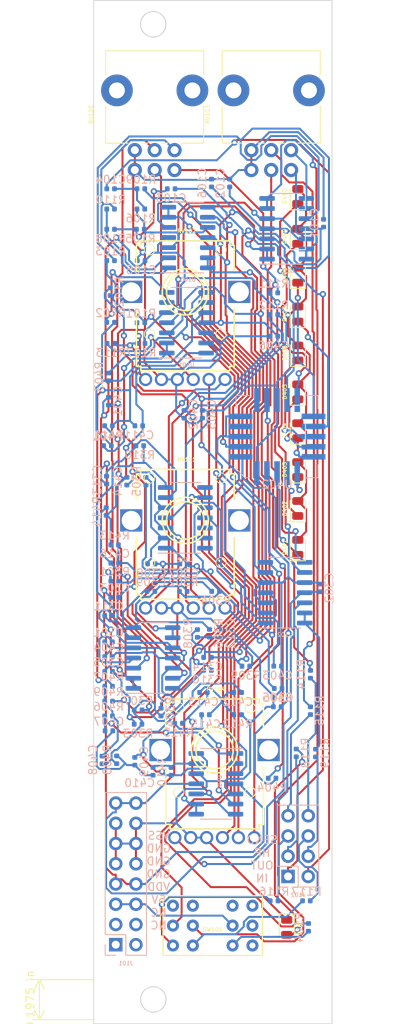
<source format=kicad_pcb>
(kicad_pcb (version 20171130) (host pcbnew "(5.1.5-0-10_14)")
  (layers (0 F.Cu signal) (31 B.Cu signal) (34 B.Paste user) (35 F.Paste user) (36 B.SilkS user) (37 F.SilkS user) (38 B.Mask user) (39 F.Mask user) (44 Edge.Cuts user))
  (net 0 "")
  (net 1 VDD)
  (net 2 GND)
  (net 3 VSS)
  (net 4 "Net-(C305-Pad1)")
  (net 5 "Net-(C308-Pad1)")
  (net 6 "Net-(C312-Pad1)")
  (net 7 "Net-(C314-Pad1)")
  (net 8 "Net-(C103-Pad1)")
  (net 9 /INPUT_L)
  (net 10 /INPUT_R)
  (net 11 "Net-(C104-Pad1)")
  (net 12 /VU_R)
  (net 13 /VU_L)
  (net 14 "Net-(D401-Pad1)")
  (net 15 "Net-(D402-Pad1)")
  (net 16 "Net-(D403-Pad1)")
  (net 17 "Net-(D404-Pad1)")
  (net 18 "Net-(D406-Pad1)")
  (net 19 "Net-(D407-Pad1)")
  (net 20 "Net-(D408-Pad1)")
  (net 21 "Net-(D409-Pad1)")
  (net 22 "Net-(D410-Pad1)")
  (net 23 /R)
  (net 24 /L)
  (net 25 "Net-(R401-Pad1)")
  (net 26 "Net-(R401-Pad2)")
  (net 27 "Net-(R402-Pad2)")
  (net 28 "Net-(R403-Pad1)")
  (net 29 "Net-(R404-Pad1)")
  (net 30 "Net-(R404-Pad2)")
  (net 31 /R_PF)
  (net 32 /L_PF)
  (net 33 "Net-(D101-Pad2)")
  (net 34 "Net-(SW101-Pad5)")
  (net 35 "Net-(SW101-Pad2)")
  (net 36 "Net-(C305-Pad2)")
  (net 37 "Net-(C306-Pad1)")
  (net 38 "Net-(C307-Pad2)")
  (net 39 "Net-(C309-Pad1)")
  (net 40 "Net-(C309-Pad2)")
  (net 41 "Net-(C310-Pad1)")
  (net 42 "Net-(C311-Pad2)")
  (net 43 "Net-(C313-Pad1)")
  (net 44 "Net-(C314-Pad2)")
  (net 45 "Net-(C407-Pad1)")
  (net 46 "Net-(C407-Pad2)")
  (net 47 "Net-(C408-Pad1)")
  (net 48 "Net-(C409-Pad2)")
  (net 49 "Net-(C410-Pad1)")
  (net 50 "Net-(C411-Pad1)")
  (net 51 "Net-(C411-Pad2)")
  (net 52 "Net-(C412-Pad1)")
  (net 53 "Net-(C413-Pad2)")
  (net 54 "Net-(C414-Pad1)")
  (net 55 "Net-(C415-Pad1)")
  (net 56 "Net-(C416-Pad2)")
  (net 57 "Net-(C416-Pad1)")
  (net 58 "Net-(R108-Pad1)")
  (net 59 "Net-(R111-Pad1)")
  (net 60 "Net-(R112-Pad1)")
  (net 61 "Net-(R113-Pad1)")
  (net 62 /Sheet6029FE99/LP)
  (net 63 /Sheet6029FE99/HP)
  (net 64 /sheet602F44A0/HP)
  (net 65 /sheet602F44A0/LP)
  (net 66 "Net-(D405-Pad1)")
  (net 67 +5V)
  (net 68 "Net-(R101-Pad1)")
  (net 69 "Net-(R101-Pad2)")
  (net 70 "Net-(R102-Pad2)")
  (net 71 "Net-(R104-Pad2)")
  (net 72 "Net-(R107-Pad1)")
  (net 73 "Net-(R109-Pad1)")
  (net 74 "Net-(R110-Pad1)")
  (net 75 "Net-(RV103-Pad3)")
  (net 76 "Net-(RV103-Pad6)")
  (net 77 "Net-(R119-Pad2)")
  (net 78 "Net-(R118-Pad2)")
  (net 79 /OUTPUT_L)
  (net 80 /OUTPUT_R)
  (net 81 /HP_OUT_L)
  (net 82 /HP_OUT_R)
  (net 83 /SEND_OUT_L)
  (net 84 /SEND_OUT_R)
  (net 85 "Net-(R115-Pad2)")
  (net 86 "Net-(R114-Pad1)")
  (net 87 "Net-(R116-Pad2)")
  (net 88 "Net-(R117-Pad2)")
  (module Potentiometer_THT:Potentiometer_Alps_RK09L_Double_Vertical (layer F.Cu) (at 61.0639 57.6255 90)
    (fp_text reference RV103 (at 4.475 -10.5 90) (layer F.SilkS) (effects (font (size 0.5 0.5) (thickness 0.1))))
    (fp_text value SEND)
    (pad "" np_thru_hole circle (at 7.5 2.25 90) (size 4 4) (drill 2) (layers *.Cu *.Mask))
    (pad "" np_thru_hole circle (at 7.5 -7.25 90) (size 4 4) (drill 2) (layers *.Cu *.Mask))
    (pad 6 thru_hole circle (at -2.5 0 90) (size 1.8 1.8) (drill 1) (layers *.Cu *.Mask) (net 76 "Net-(RV103-Pad6)"))
    (pad 5 thru_hole circle (at -2.5 -2.5 90) (size 1.8 1.8) (drill 1) (layers *.Cu *.Mask) (net 86 "Net-(R114-Pad1)"))
    (pad 4 thru_hole circle (at -2.5 -5 90) (size 1.8 1.8) (drill 1) (layers *.Cu *.Mask) (net 2 GND))
    (pad 3 thru_hole circle (at 0 0 90) (size 1.8 1.8) (drill 1) (layers *.Cu *.Mask) (net 75 "Net-(RV103-Pad3)"))
    (pad 2 thru_hole circle (at 0 -2.5 90) (size 1.8 1.8) (drill 1) (layers *.Cu *.Mask) (net 85 "Net-(R115-Pad2)"))
    (pad 1 thru_hole circle (at 0 -5 90) (size 1.8 1.8) (drill 1) (layers *.Cu *.Mask) (net 2 GND))
  )
  (module Potentiometer_THT:Potentiometer_Alps_RK09L_Double_Vertical (layer F.Cu) (at 46.3972 57.6255 90)
    (fp_text reference RV105 (at 4.475 -10.5 90) (layer F.SilkS) (effects (font (size 0.5 0.5) (thickness 0.1))))
    (fp_text value INPUT_GAIN)
    (pad "" np_thru_hole circle (at 7.5 2.25 90) (size 4 4) (drill 2) (layers *.Cu *.Mask))
    (pad "" np_thru_hole circle (at 7.5 -7.25 90) (size 4 4) (drill 2) (layers *.Cu *.Mask))
    (pad 6 thru_hole circle (at -2.5 0 90) (size 1.8 1.8) (drill 1) (layers *.Cu *.Mask) (net 59 "Net-(R111-Pad1)"))
    (pad 5 thru_hole circle (at -2.5 -2.5 90) (size 1.8 1.8) (drill 1) (layers *.Cu *.Mask) (net 23 /R))
    (pad 4 thru_hole circle (at -2.5 -5 90) (size 1.8 1.8) (drill 1) (layers *.Cu *.Mask) (net 2 GND))
    (pad 3 thru_hole circle (at 0 0 90) (size 1.8 1.8) (drill 1) (layers *.Cu *.Mask) (net 74 "Net-(R110-Pad1)"))
    (pad 2 thru_hole circle (at 0 -2.5 90) (size 1.8 1.8) (drill 1) (layers *.Cu *.Mask) (net 24 /L))
    (pad 1 thru_hole circle (at 0 -5 90) (size 1.8 1.8) (drill 1) (layers *.Cu *.Mask) (net 2 GND))
  )
  (module sam:PTV112 (layer F.Cu) (at 51.435 132.954)
    (fp_text reference RV104 (at 0.17514 -7.64089) (layer F.SilkS) (effects (font (size 0.5 0.5) (thickness 0.1))))
    (fp_text value FADER)
    (pad M1 thru_hole rect (at -6.8 0) (size 2.8 2.8) (drill 2.4) (layers *.Cu *.Mask))
    (pad M2 thru_hole rect (at 6.8 0) (size 2.8 2.8) (drill 2.4) (layers *.Cu *.Mask))
    (pad 3 thru_hole circle (at 5 11) (size 1.6764 1.6764) (drill 1.1) (layers *.Cu *.Mask) (net 12 /VU_R))
    (pad 6 thru_hole circle (at 3 11) (size 1.6764 1.6764) (drill 1.1) (layers *.Cu *.Mask) (net 13 /VU_L))
    (pad 5 thru_hole circle (at 1 11) (size 1.6764 1.6764) (drill 1.1) (layers *.Cu *.Mask) (net 32 /L_PF))
    (pad 4 thru_hole circle (at -1 11) (size 1.6764 1.6764) (drill 1.1) (layers *.Cu *.Mask) (net 2 GND))
    (pad 1 thru_hole circle (at -3 11) (size 1.6764 1.6764) (drill 1.1) (layers *.Cu *.Mask) (net 2 GND))
    (pad 2 thru_hole circle (at -5 11) (size 1.6764 1.6764) (drill 1.1) (layers *.Cu *.Mask) (net 31 /R_PF))
  )
  (module sam:PTV112 (layer F.Cu) (at 47.752 75.4215)
    (fp_text reference RV102 (at 0.17514 -7.64089) (layer F.SilkS) (effects (font (size 0.5 0.5) (thickness 0.1))))
    (fp_text value HP)
    (pad M1 thru_hole rect (at -6.8 0) (size 2.8 2.8) (drill 2.4) (layers *.Cu *.Mask))
    (pad M2 thru_hole rect (at 6.8 0) (size 2.8 2.8) (drill 2.4) (layers *.Cu *.Mask))
    (pad 3 thru_hole circle (at 5 11) (size 1.6764 1.6764) (drill 1.1) (layers *.Cu *.Mask) (net 63 /Sheet6029FE99/HP))
    (pad 6 thru_hole circle (at 3 11) (size 1.6764 1.6764) (drill 1.1) (layers *.Cu *.Mask) (net 64 /sheet602F44A0/HP))
    (pad 5 thru_hole circle (at 1 11) (size 1.6764 1.6764) (drill 1.1) (layers *.Cu *.Mask) (net 61 "Net-(R113-Pad1)"))
    (pad 4 thru_hole circle (at -1 11) (size 1.6764 1.6764) (drill 1.1) (layers *.Cu *.Mask) (net 2 GND))
    (pad 1 thru_hole circle (at -3 11) (size 1.6764 1.6764) (drill 1.1) (layers *.Cu *.Mask) (net 2 GND))
    (pad 2 thru_hole circle (at -5 11) (size 1.6764 1.6764) (drill 1.1) (layers *.Cu *.Mask) (net 69 "Net-(R101-Pad2)"))
  )
  (module sam:PTV112 (layer F.Cu) (at 47.752 104.124)
    (fp_text reference RV101 (at 0.17514 -7.64089) (layer F.SilkS) (effects (font (size 0.5 0.5) (thickness 0.1))))
    (fp_text value LP)
    (pad M1 thru_hole rect (at -6.8 0) (size 2.8 2.8) (drill 2.4) (layers *.Cu *.Mask))
    (pad M2 thru_hole rect (at 6.8 0) (size 2.8 2.8) (drill 2.4) (layers *.Cu *.Mask))
    (pad 3 thru_hole circle (at 5 11) (size 1.6764 1.6764) (drill 1.1) (layers *.Cu *.Mask) (net 62 /Sheet6029FE99/LP))
    (pad 6 thru_hole circle (at 3 11) (size 1.6764 1.6764) (drill 1.1) (layers *.Cu *.Mask) (net 65 /sheet602F44A0/LP))
    (pad 5 thru_hole circle (at 1 11) (size 1.6764 1.6764) (drill 1.1) (layers *.Cu *.Mask) (net 60 "Net-(R112-Pad1)"))
    (pad 4 thru_hole circle (at -1 11) (size 1.6764 1.6764) (drill 1.1) (layers *.Cu *.Mask) (net 2 GND))
    (pad 1 thru_hole circle (at -3 11) (size 1.6764 1.6764) (drill 1.1) (layers *.Cu *.Mask) (net 2 GND))
    (pad 2 thru_hole circle (at -5 11) (size 1.6764 1.6764) (drill 1.1) (layers *.Cu *.Mask) (net 70 "Net-(R102-Pad2)"))
  )
  (module LED_SMD:LED_0805_2012Metric (layer F.Cu) (at 61.9125 107.506 90)
    (fp_text reference D401 (at 0 -1.65 90) (layer F.SilkS) (effects (font (size 0.5 0.5) (thickness 0.1))))
    (fp_text value LED)
    (pad 1 smd roundrect (at -0.9375 0 90) (size 0.975 1.4) (layers F.Cu F.Paste F.Mask) (net 14 "Net-(D401-Pad1)"))
    (pad 2 smd roundrect (at 0.9375 0 90) (size 0.975 1.4) (layers F.Cu F.Paste F.Mask) (net 1 VDD))
  )
  (module LED_SMD:LED_0805_2012Metric (layer F.Cu) (at 61.9125 102.623 90)
    (fp_text reference D402 (at 0 -1.65 90) (layer F.SilkS) (effects (font (size 0.5 0.5) (thickness 0.1))))
    (fp_text value LED)
    (pad 1 smd roundrect (at -0.9375 0 90) (size 0.975 1.4) (layers F.Cu F.Paste F.Mask) (net 15 "Net-(D402-Pad1)"))
    (pad 2 smd roundrect (at 0.9375 0 90) (size 0.975 1.4) (layers F.Cu F.Paste F.Mask) (net 1 VDD))
  )
  (module LED_SMD:LED_0805_2012Metric (layer F.Cu) (at 61.9125 97.7406 90)
    (fp_text reference D403 (at 0 -1.65 90) (layer F.SilkS) (effects (font (size 0.5 0.5) (thickness 0.1))))
    (fp_text value LED)
    (pad 2 smd roundrect (at 0.9375 0 90) (size 0.975 1.4) (layers F.Cu F.Paste F.Mask) (net 1 VDD))
    (pad 1 smd roundrect (at -0.9375 0 90) (size 0.975 1.4) (layers F.Cu F.Paste F.Mask) (net 16 "Net-(D403-Pad1)"))
  )
  (module LED_SMD:LED_0805_2012Metric (layer F.Cu) (at 61.9125 92.8582 90)
    (fp_text reference D404 (at 0 -1.65 90) (layer F.SilkS) (effects (font (size 0.5 0.5) (thickness 0.1))))
    (fp_text value LED)
    (pad 2 smd roundrect (at 0.9375 0 90) (size 0.975 1.4) (layers F.Cu F.Paste F.Mask) (net 1 VDD))
    (pad 1 smd roundrect (at -0.9375 0 90) (size 0.975 1.4) (layers F.Cu F.Paste F.Mask) (net 17 "Net-(D404-Pad1)"))
  )
  (module LED_SMD:LED_0805_2012Metric (layer F.Cu) (at 61.9125 87.9757 90)
    (fp_text reference D405 (at 0 -1.65 90) (layer F.SilkS) (effects (font (size 0.5 0.5) (thickness 0.1))))
    (fp_text value LED)
    (pad 1 smd roundrect (at -0.9375 0 90) (size 0.975 1.4) (layers F.Cu F.Paste F.Mask) (net 66 "Net-(D405-Pad1)"))
    (pad 2 smd roundrect (at 0.9375 0 90) (size 0.975 1.4) (layers F.Cu F.Paste F.Mask) (net 1 VDD))
  )
  (module LED_SMD:LED_0805_2012Metric (layer F.Cu) (at 61.9125 83.0933 90)
    (fp_text reference D406 (at 0 -1.65 90) (layer F.SilkS) (effects (font (size 0.5 0.5) (thickness 0.1))))
    (fp_text value LED)
    (pad 2 smd roundrect (at 0.9375 0 90) (size 0.975 1.4) (layers F.Cu F.Paste F.Mask) (net 1 VDD))
    (pad 1 smd roundrect (at -0.9375 0 90) (size 0.975 1.4) (layers F.Cu F.Paste F.Mask) (net 18 "Net-(D406-Pad1)"))
  )
  (module LED_SMD:LED_0805_2012Metric (layer F.Cu) (at 61.9125 78.2108 90)
    (fp_text reference D407 (at 0 -1.65 90) (layer F.SilkS) (effects (font (size 0.5 0.5) (thickness 0.1))))
    (fp_text value LED)
    (pad 1 smd roundrect (at -0.9375 0 90) (size 0.975 1.4) (layers F.Cu F.Paste F.Mask) (net 19 "Net-(D407-Pad1)"))
    (pad 2 smd roundrect (at 0.9375 0 90) (size 0.975 1.4) (layers F.Cu F.Paste F.Mask) (net 1 VDD))
  )
  (module LED_SMD:LED_0805_2012Metric (layer F.Cu) (at 61.9125 73.3284 90)
    (fp_text reference D408 (at 0 -1.65 90) (layer F.SilkS) (effects (font (size 0.5 0.5) (thickness 0.1))))
    (fp_text value LED)
    (pad 2 smd roundrect (at 0.9375 0 90) (size 0.975 1.4) (layers F.Cu F.Paste F.Mask) (net 1 VDD))
    (pad 1 smd roundrect (at -0.9375 0 90) (size 0.975 1.4) (layers F.Cu F.Paste F.Mask) (net 20 "Net-(D408-Pad1)"))
  )
  (module LED_SMD:LED_0805_2012Metric (layer F.Cu) (at 61.9125 68.4459 90)
    (fp_text reference D409 (at 0 -1.65 90) (layer F.SilkS) (effects (font (size 0.5 0.5) (thickness 0.1))))
    (fp_text value LED)
    (pad 1 smd roundrect (at -0.9375 0 90) (size 0.975 1.4) (layers F.Cu F.Paste F.Mask) (net 21 "Net-(D409-Pad1)"))
    (pad 2 smd roundrect (at 0.9375 0 90) (size 0.975 1.4) (layers F.Cu F.Paste F.Mask) (net 1 VDD))
  )
  (module LED_SMD:LED_0805_2012Metric (layer F.Cu) (at 61.9125 63.4365 90)
    (fp_text reference D410 (at 0 -1.65 90) (layer F.SilkS) (effects (font (size 0.5 0.5) (thickness 0.1))))
    (fp_text value LED)
    (pad 2 smd roundrect (at 0.9375 0 90) (size 0.975 1.4) (layers F.Cu F.Paste F.Mask) (net 1 VDD))
    (pad 1 smd roundrect (at -0.9375 0 90) (size 0.975 1.4) (layers F.Cu F.Paste F.Mask) (net 22 "Net-(D410-Pad1)"))
  )
  (module Connector_PinHeader_2.54mm:PinHeader_2x04_P2.54mm_Vertical (layer B.Cu) (at 60.6806 148.829)
    (fp_text reference J102 (at 1.27 2.33) (layer B.SilkS) (effects (font (size 0.5 0.5) (thickness 0.1)) (justify mirror)))
    (fp_text value Conn_02x04_Counter_Clockwise)
    (pad 1 thru_hole rect (at 0 0) (size 1.7 1.7) (drill 1) (layers *.Cu *.Mask) (net 9 /INPUT_L))
    (pad 2 thru_hole oval (at 2.54 0) (size 1.7 1.7) (drill 1) (layers *.Cu *.Mask) (net 10 /INPUT_R))
    (pad 3 thru_hole oval (at 0 -2.54) (size 1.7 1.7) (drill 1) (layers *.Cu *.Mask) (net 79 /OUTPUT_L))
    (pad 4 thru_hole oval (at 2.54 -2.54) (size 1.7 1.7) (drill 1) (layers *.Cu *.Mask) (net 80 /OUTPUT_R))
    (pad 5 thru_hole oval (at 0 -5.08) (size 1.7 1.7) (drill 1) (layers *.Cu *.Mask) (net 81 /HP_OUT_L))
    (pad 6 thru_hole oval (at 2.54 -5.08) (size 1.7 1.7) (drill 1) (layers *.Cu *.Mask) (net 82 /HP_OUT_R))
    (pad 7 thru_hole oval (at 0 -7.62) (size 1.7 1.7) (drill 1) (layers *.Cu *.Mask) (net 83 /SEND_OUT_L))
    (pad 8 thru_hole oval (at 2.54 -7.62) (size 1.7 1.7) (drill 1) (layers *.Cu *.Mask) (net 84 /SEND_OUT_R))
  )
  (module switch:MHPS4284 (layer F.Cu) (at 51.2 155)
    (fp_text reference SW101 (at 0 0.5) (layer F.SilkS) (effects (font (size 0.5 0.5) (thickness 0.1))))
    (fp_text value SW_4PDT_x4)
    (pad 1 thru_hole circle (at -5 -2.5) (size 1.524 1.524) (drill 0.762) (layers *.Cu *.Mask))
    (pad 2 thru_hole circle (at -5 0) (size 1.524 1.524) (drill 0.762) (layers *.Cu *.Mask) (net 35 "Net-(SW101-Pad2)"))
    (pad 3 thru_hole circle (at -5 2.5) (size 1.524 1.524) (drill 0.762) (layers *.Cu *.Mask) (net 87 "Net-(R116-Pad2)"))
    (pad 4 thru_hole circle (at -2.5 -2.5) (size 1.524 1.524) (drill 0.762) (layers *.Cu *.Mask))
    (pad 5 thru_hole circle (at -2.5 0) (size 1.524 1.524) (drill 0.762) (layers *.Cu *.Mask) (net 34 "Net-(SW101-Pad5)"))
    (pad 6 thru_hole circle (at -2.5 2.5) (size 1.524 1.524) (drill 0.762) (layers *.Cu *.Mask) (net 88 "Net-(R117-Pad2)"))
    (pad 7 thru_hole circle (at 2.5 -2.5) (size 1.524 1.524) (drill 0.762) (layers *.Cu *.Mask))
    (pad 8 thru_hole circle (at 2.5 0) (size 1.524 1.524) (drill 0.762) (layers *.Cu *.Mask) (net 67 +5V))
    (pad 9 thru_hole circle (at 2.5 2.5) (size 1.524 1.524) (drill 0.762) (layers *.Cu *.Mask) (net 71 "Net-(R104-Pad2)"))
    (pad 10 thru_hole circle (at 5 -2.5) (size 1.524 1.524) (drill 0.762) (layers *.Cu *.Mask))
    (pad 11 thru_hole circle (at 5 0) (size 1.524 1.524) (drill 0.762) (layers *.Cu *.Mask))
    (pad 12 thru_hole circle (at 5 2.5) (size 1.524 1.524) (drill 0.762) (layers *.Cu *.Mask))
  )
  (module Connector_PinHeader_2.54mm:PinHeader_2x08_P2.54mm_Vertical (layer B.Cu) (at 39 157.4)
    (fp_text reference J101 (at 1.27 2.33) (layer B.SilkS) (effects (font (size 0.5 0.5) (thickness 0.1)) (justify mirror)))
    (fp_text value Conn_02x08_Odd_Even)
    (pad 1 thru_hole rect (at 0 0) (size 1.7 1.7) (drill 1) (layers *.Cu *.Mask))
    (pad 2 thru_hole oval (at 2.54 0) (size 1.7 1.7) (drill 1) (layers *.Cu *.Mask))
    (pad 3 thru_hole oval (at 0 -2.54) (size 1.7 1.7) (drill 1) (layers *.Cu *.Mask))
    (pad 4 thru_hole oval (at 2.54 -2.54) (size 1.7 1.7) (drill 1) (layers *.Cu *.Mask))
    (pad 5 thru_hole oval (at 0 -5.08) (size 1.7 1.7) (drill 1) (layers *.Cu *.Mask) (net 67 +5V))
    (pad 6 thru_hole oval (at 2.54 -5.08) (size 1.7 1.7) (drill 1) (layers *.Cu *.Mask) (net 67 +5V))
    (pad 7 thru_hole oval (at 0 -7.62) (size 1.7 1.7) (drill 1) (layers *.Cu *.Mask) (net 1 VDD))
    (pad 8 thru_hole oval (at 2.54 -7.62) (size 1.7 1.7) (drill 1) (layers *.Cu *.Mask) (net 1 VDD))
    (pad 9 thru_hole oval (at 0 -10.16) (size 1.7 1.7) (drill 1) (layers *.Cu *.Mask) (net 2 GND))
    (pad 10 thru_hole oval (at 2.54 -10.16) (size 1.7 1.7) (drill 1) (layers *.Cu *.Mask) (net 2 GND))
    (pad 11 thru_hole oval (at 0 -12.7) (size 1.7 1.7) (drill 1) (layers *.Cu *.Mask) (net 2 GND))
    (pad 12 thru_hole oval (at 2.54 -12.7) (size 1.7 1.7) (drill 1) (layers *.Cu *.Mask) (net 2 GND))
    (pad 13 thru_hole oval (at 0 -15.24) (size 1.7 1.7) (drill 1) (layers *.Cu *.Mask) (net 2 GND))
    (pad 14 thru_hole oval (at 2.54 -15.24) (size 1.7 1.7) (drill 1) (layers *.Cu *.Mask) (net 2 GND))
    (pad 15 thru_hole oval (at 0 -17.78) (size 1.7 1.7) (drill 1) (layers *.Cu *.Mask) (net 3 VSS))
    (pad 16 thru_hole oval (at 2.54 -17.78) (size 1.7 1.7) (drill 1) (layers *.Cu *.Mask) (net 3 VSS))
  )
  (module LED_SMD:LED_0805_2012Metric (layer F.Cu) (at 60.5155 155.218 270)
    (fp_text reference D101 (at 0 -1.65 90) (layer F.SilkS) (effects (font (size 0.5 0.5) (thickness 0.1))))
    (fp_text value LED)
    (pad 1 smd roundrect (at -0.9375 0 270) (size 0.975 1.4) (layers F.Cu F.Paste F.Mask) (net 2 GND))
    (pad 2 smd roundrect (at 0.9375 0 270) (size 0.975 1.4) (layers F.Cu F.Paste F.Mask) (net 33 "Net-(D101-Pad2)"))
  )
  (module Package_SO:SOIC-14_3.9x8.7mm_P1.27mm (layer B.Cu) (at 60.5155 67.5005)
    (fp_text reference U101 (at 0 5.28) (layer B.SilkS) (effects (font (size 0.5 0.5) (thickness 0.1)) (justify mirror)))
    (fp_text value TL074)
    (pad 14 smd roundrect (at 2.475 3.81) (size 1.95 0.6) (layers B.Cu B.Paste B.Mask) (net 76 "Net-(RV103-Pad6)"))
    (pad 13 smd roundrect (at 2.475 2.54) (size 1.95 0.6) (layers B.Cu B.Paste B.Mask) (net 76 "Net-(RV103-Pad6)"))
    (pad 12 smd roundrect (at 2.475 1.27) (size 1.95 0.6) (layers B.Cu B.Paste B.Mask) (net 12 /VU_R))
    (pad 11 smd roundrect (at 2.475 0) (size 1.95 0.6) (layers B.Cu B.Paste B.Mask) (net 3 VSS))
    (pad 10 smd roundrect (at 2.475 -1.27) (size 1.95 0.6) (layers B.Cu B.Paste B.Mask) (net 13 /VU_L))
    (pad 9 smd roundrect (at 2.475 -2.54) (size 1.95 0.6) (layers B.Cu B.Paste B.Mask) (net 75 "Net-(RV103-Pad3)"))
    (pad 8 smd roundrect (at 2.475 -3.81) (size 1.95 0.6) (layers B.Cu B.Paste B.Mask) (net 75 "Net-(RV103-Pad3)"))
    (pad 7 smd roundrect (at -2.475 -3.81) (size 1.95 0.6) (layers B.Cu B.Paste B.Mask) (net 34 "Net-(SW101-Pad5)"))
    (pad 6 smd roundrect (at -2.475 -2.54) (size 1.95 0.6) (layers B.Cu B.Paste B.Mask) (net 34 "Net-(SW101-Pad5)"))
    (pad 5 smd roundrect (at -2.475 -1.27) (size 1.95 0.6) (layers B.Cu B.Paste B.Mask) (net 12 /VU_R))
    (pad 4 smd roundrect (at -2.475 0) (size 1.95 0.6) (layers B.Cu B.Paste B.Mask) (net 1 VDD))
    (pad 3 smd roundrect (at -2.475 1.27) (size 1.95 0.6) (layers B.Cu B.Paste B.Mask) (net 13 /VU_L))
    (pad 2 smd roundrect (at -2.475 2.54) (size 1.95 0.6) (layers B.Cu B.Paste B.Mask) (net 35 "Net-(SW101-Pad2)"))
    (pad 1 smd roundrect (at -2.475 3.81) (size 1.95 0.6) (layers B.Cu B.Paste B.Mask) (net 35 "Net-(SW101-Pad2)"))
  )
  (module Package_SO:SOIC-14_3.9x8.7mm_P1.27mm (layer B.Cu) (at 48.1 68.6)
    (fp_text reference U103 (at 0 5.28) (layer B.SilkS) (effects (font (size 0.5 0.5) (thickness 0.1)) (justify mirror)))
    (fp_text value TL074)
    (pad 1 smd roundrect (at -2.475 3.81) (size 1.95 0.6) (layers B.Cu B.Paste B.Mask) (net 74 "Net-(R110-Pad1)"))
    (pad 2 smd roundrect (at -2.475 2.54) (size 1.95 0.6) (layers B.Cu B.Paste B.Mask) (net 58 "Net-(R108-Pad1)"))
    (pad 3 smd roundrect (at -2.475 1.27) (size 1.95 0.6) (layers B.Cu B.Paste B.Mask) (net 2 GND))
    (pad 4 smd roundrect (at -2.475 0) (size 1.95 0.6) (layers B.Cu B.Paste B.Mask) (net 1 VDD))
    (pad 5 smd roundrect (at -2.475 -1.27) (size 1.95 0.6) (layers B.Cu B.Paste B.Mask) (net 32 /L_PF))
    (pad 6 smd roundrect (at -2.475 -2.54) (size 1.95 0.6) (layers B.Cu B.Paste B.Mask) (net 78 "Net-(R118-Pad2)"))
    (pad 7 smd roundrect (at -2.475 -3.81) (size 1.95 0.6) (layers B.Cu B.Paste B.Mask) (net 78 "Net-(R118-Pad2)"))
    (pad 8 smd roundrect (at 2.475 -3.81) (size 1.95 0.6) (layers B.Cu B.Paste B.Mask) (net 7 "Net-(C314-Pad1)"))
    (pad 9 smd roundrect (at 2.475 -2.54) (size 1.95 0.6) (layers B.Cu B.Paste B.Mask) (net 44 "Net-(C314-Pad2)"))
    (pad 10 smd roundrect (at 2.475 -1.27) (size 1.95 0.6) (layers B.Cu B.Paste B.Mask) (net 2 GND))
    (pad 11 smd roundrect (at 2.475 0) (size 1.95 0.6) (layers B.Cu B.Paste B.Mask) (net 3 VSS))
    (pad 12 smd roundrect (at 2.475 1.27) (size 1.95 0.6) (layers B.Cu B.Paste B.Mask) (net 7 "Net-(C314-Pad1)"))
    (pad 13 smd roundrect (at 2.475 2.54) (size 1.95 0.6) (layers B.Cu B.Paste B.Mask) (net 62 /Sheet6029FE99/LP))
    (pad 14 smd roundrect (at 2.475 3.81) (size 1.95 0.6) (layers B.Cu B.Paste B.Mask) (net 62 /Sheet6029FE99/LP))
  )
  (module Package_SO:SOIC-14_3.9x8.7mm_P1.27mm (layer B.Cu) (at 43.688 121.4)
    (fp_text reference U301 (at 1.841 5.28 180) (layer B.SilkS) (effects (font (size 0.5 0.5) (thickness 0.1)) (justify mirror)))
    (fp_text value TL074)
    (pad 14 smd roundrect (at 2.475 3.81) (size 1.95 0.6) (layers B.Cu B.Paste B.Mask) (net 57 "Net-(C416-Pad1)"))
    (pad 13 smd roundrect (at 2.475 2.54) (size 1.95 0.6) (layers B.Cu B.Paste B.Mask) (net 56 "Net-(C416-Pad2)"))
    (pad 12 smd roundrect (at 2.475 1.27) (size 1.95 0.6) (layers B.Cu B.Paste B.Mask) (net 2 GND))
    (pad 11 smd roundrect (at 2.475 0) (size 1.95 0.6) (layers B.Cu B.Paste B.Mask) (net 3 VSS))
    (pad 10 smd roundrect (at 2.475 -1.27) (size 1.95 0.6) (layers B.Cu B.Paste B.Mask) (net 42 "Net-(C311-Pad2)"))
    (pad 9 smd roundrect (at 2.475 -2.54) (size 1.95 0.6) (layers B.Cu B.Paste B.Mask) (net 63 /Sheet6029FE99/HP))
    (pad 8 smd roundrect (at 2.475 -3.81) (size 1.95 0.6) (layers B.Cu B.Paste B.Mask) (net 63 /Sheet6029FE99/HP))
    (pad 7 smd roundrect (at -2.475 -3.81) (size 1.95 0.6) (layers B.Cu B.Paste B.Mask) (net 39 "Net-(C309-Pad1)"))
    (pad 6 smd roundrect (at -2.475 -2.54) (size 1.95 0.6) (layers B.Cu B.Paste B.Mask) (net 40 "Net-(C309-Pad2)"))
    (pad 5 smd roundrect (at -2.475 -1.27) (size 1.95 0.6) (layers B.Cu B.Paste B.Mask) (net 2 GND))
    (pad 4 smd roundrect (at -2.475 0) (size 1.95 0.6) (layers B.Cu B.Paste B.Mask) (net 1 VDD))
    (pad 3 smd roundrect (at -2.475 1.27) (size 1.95 0.6) (layers B.Cu B.Paste B.Mask) (net 24 /L))
    (pad 2 smd roundrect (at -2.475 2.54) (size 1.95 0.6) (layers B.Cu B.Paste B.Mask) (net 36 "Net-(C305-Pad2)"))
    (pad 1 smd roundrect (at -2.475 3.81) (size 1.95 0.6) (layers B.Cu B.Paste B.Mask) (net 36 "Net-(C305-Pad2)"))
  )
  (module Package_SO:SOIC-14_3.9x8.7mm_P1.27mm (layer B.Cu) (at 47.752 103.8)
    (fp_text reference U302 (at 0 5.28) (layer B.SilkS) (effects (font (size 0.5 0.5) (thickness 0.1)) (justify mirror)))
    (fp_text value TL074)
    (pad 14 smd roundrect (at 2.475 3.81) (size 1.95 0.6) (layers B.Cu B.Paste B.Mask))
    (pad 13 smd roundrect (at 2.475 2.54) (size 1.95 0.6) (layers B.Cu B.Paste B.Mask))
    (pad 12 smd roundrect (at 2.475 1.27) (size 1.95 0.6) (layers B.Cu B.Paste B.Mask))
    (pad 11 smd roundrect (at 2.475 0) (size 1.95 0.6) (layers B.Cu B.Paste B.Mask) (net 3 VSS))
    (pad 10 smd roundrect (at 2.475 -1.27) (size 1.95 0.6) (layers B.Cu B.Paste B.Mask) (net 57 "Net-(C416-Pad1)"))
    (pad 9 smd roundrect (at 2.475 -2.54) (size 1.95 0.6) (layers B.Cu B.Paste B.Mask) (net 65 /sheet602F44A0/LP))
    (pad 8 smd roundrect (at 2.475 -3.81) (size 1.95 0.6) (layers B.Cu B.Paste B.Mask) (net 65 /sheet602F44A0/LP))
    (pad 7 smd roundrect (at -2.475 -3.81) (size 1.95 0.6) (layers B.Cu B.Paste B.Mask) (net 42 "Net-(C311-Pad2)"))
    (pad 6 smd roundrect (at -2.475 -2.54) (size 1.95 0.6) (layers B.Cu B.Paste B.Mask) (net 43 "Net-(C313-Pad1)"))
    (pad 5 smd roundrect (at -2.475 -1.27) (size 1.95 0.6) (layers B.Cu B.Paste B.Mask) (net 2 GND))
    (pad 4 smd roundrect (at -2.475 0) (size 1.95 0.6) (layers B.Cu B.Paste B.Mask) (net 1 VDD))
    (pad 3 smd roundrect (at -2.475 1.27) (size 1.95 0.6) (layers B.Cu B.Paste B.Mask) (net 2 GND))
    (pad 2 smd roundrect (at -2.475 2.54) (size 1.95 0.6) (layers B.Cu B.Paste B.Mask) (net 5 "Net-(C308-Pad1)"))
    (pad 1 smd roundrect (at -2.475 3.81) (size 1.95 0.6) (layers B.Cu B.Paste B.Mask) (net 38 "Net-(C307-Pad2)"))
  )
  (module Package_SO:SOIC-14_3.9x8.7mm_P1.27mm (layer B.Cu) (at 47.9 79.3)
    (fp_text reference U401 (at 0 5.28) (layer B.SilkS) (effects (font (size 0.5 0.5) (thickness 0.1)) (justify mirror)))
    (fp_text value TL074)
    (pad 14 smd roundrect (at 2.475 3.81) (size 1.95 0.6) (layers B.Cu B.Paste B.Mask) (net 50 "Net-(C411-Pad1)"))
    (pad 13 smd roundrect (at 2.475 2.54) (size 1.95 0.6) (layers B.Cu B.Paste B.Mask) (net 51 "Net-(C411-Pad2)"))
    (pad 12 smd roundrect (at 2.475 1.27) (size 1.95 0.6) (layers B.Cu B.Paste B.Mask) (net 2 GND))
    (pad 11 smd roundrect (at 2.475 0) (size 1.95 0.6) (layers B.Cu B.Paste B.Mask) (net 3 VSS))
    (pad 10 smd roundrect (at 2.475 -1.27) (size 1.95 0.6) (layers B.Cu B.Paste B.Mask) (net 2 GND))
    (pad 9 smd roundrect (at 2.475 -2.54) (size 1.95 0.6) (layers B.Cu B.Paste B.Mask) (net 25 "Net-(R401-Pad1)"))
    (pad 8 smd roundrect (at 2.475 -3.81) (size 1.95 0.6) (layers B.Cu B.Paste B.Mask) (net 28 "Net-(R403-Pad1)"))
    (pad 7 smd roundrect (at -2.475 -3.81) (size 1.95 0.6) (layers B.Cu B.Paste B.Mask) (net 27 "Net-(R402-Pad2)"))
    (pad 6 smd roundrect (at -2.475 -2.54) (size 1.95 0.6) (layers B.Cu B.Paste B.Mask) (net 27 "Net-(R402-Pad2)"))
    (pad 5 smd roundrect (at -2.475 -1.27) (size 1.95 0.6) (layers B.Cu B.Paste B.Mask) (net 12 /VU_R))
    (pad 4 smd roundrect (at -2.475 0) (size 1.95 0.6) (layers B.Cu B.Paste B.Mask) (net 1 VDD))
    (pad 3 smd roundrect (at -2.475 1.27) (size 1.95 0.6) (layers B.Cu B.Paste B.Mask) (net 13 /VU_L))
    (pad 2 smd roundrect (at -2.475 2.54) (size 1.95 0.6) (layers B.Cu B.Paste B.Mask) (net 26 "Net-(R401-Pad2)"))
    (pad 1 smd roundrect (at -2.475 3.81) (size 1.95 0.6) (layers B.Cu B.Paste B.Mask) (net 26 "Net-(R401-Pad2)"))
  )
  (module Package_SO:SOIC-14_3.9x8.7mm_P1.27mm (layer B.Cu) (at 51.6 137.2 180)
    (fp_text reference U403 (at -0.508 0.127 90) (layer B.SilkS) (effects (font (size 0.5 0.5) (thickness 0.1)) (justify mirror)))
    (fp_text value TL074)
    (pad 1 smd roundrect (at -2.475 3.81 180) (size 1.95 0.6) (layers B.Cu B.Paste B.Mask) (net 46 "Net-(C407-Pad2)"))
    (pad 2 smd roundrect (at -2.475 2.54 180) (size 1.95 0.6) (layers B.Cu B.Paste B.Mask) (net 46 "Net-(C407-Pad2)"))
    (pad 3 smd roundrect (at -2.475 1.27 180) (size 1.95 0.6) (layers B.Cu B.Paste B.Mask) (net 23 /R))
    (pad 4 smd roundrect (at -2.475 0 180) (size 1.95 0.6) (layers B.Cu B.Paste B.Mask) (net 1 VDD))
    (pad 5 smd roundrect (at -2.475 -1.27 180) (size 1.95 0.6) (layers B.Cu B.Paste B.Mask) (net 2 GND))
    (pad 6 smd roundrect (at -2.475 -2.54 180) (size 1.95 0.6) (layers B.Cu B.Paste B.Mask) (net 55 "Net-(C415-Pad1)"))
    (pad 7 smd roundrect (at -2.475 -3.81 180) (size 1.95 0.6) (layers B.Cu B.Paste B.Mask) (net 53 "Net-(C413-Pad2)"))
    (pad 8 smd roundrect (at 2.475 -3.81 180) (size 1.95 0.6) (layers B.Cu B.Paste B.Mask) (net 64 /sheet602F44A0/HP))
    (pad 9 smd roundrect (at 2.475 -2.54 180) (size 1.95 0.6) (layers B.Cu B.Paste B.Mask) (net 64 /sheet602F44A0/HP))
    (pad 10 smd roundrect (at 2.475 -1.27 180) (size 1.95 0.6) (layers B.Cu B.Paste B.Mask) (net 53 "Net-(C413-Pad2)"))
    (pad 11 smd roundrect (at 2.475 0 180) (size 1.95 0.6) (layers B.Cu B.Paste B.Mask) (net 3 VSS))
    (pad 12 smd roundrect (at 2.475 1.27 180) (size 1.95 0.6) (layers B.Cu B.Paste B.Mask) (net 2 GND))
    (pad 13 smd roundrect (at 2.475 2.54 180) (size 1.95 0.6) (layers B.Cu B.Paste B.Mask) (net 49 "Net-(C410-Pad1)"))
    (pad 14 smd roundrect (at 2.475 3.81 180) (size 1.95 0.6) (layers B.Cu B.Paste B.Mask) (net 48 "Net-(C409-Pad2)"))
  )
  (module Package_SO:SOIC-14_3.9x8.7mm_P1.27mm (layer B.Cu) (at 60.3 113.2)
    (fp_text reference U102 (at 0 5.28) (layer B.SilkS) (effects (font (size 0.5 0.5) (thickness 0.1)) (justify mirror)))
    (fp_text value TL074)
    (pad 1 smd roundrect (at -2.475 3.81) (size 1.95 0.6) (layers B.Cu B.Paste B.Mask) (net 13 /VU_L))
    (pad 2 smd roundrect (at -2.475 2.54) (size 1.95 0.6) (layers B.Cu B.Paste B.Mask) (net 68 "Net-(R101-Pad1)"))
    (pad 3 smd roundrect (at -2.475 1.27) (size 1.95 0.6) (layers B.Cu B.Paste B.Mask) (net 2 GND))
    (pad 4 smd roundrect (at -2.475 0) (size 1.95 0.6) (layers B.Cu B.Paste B.Mask) (net 1 VDD))
    (pad 5 smd roundrect (at -2.475 -1.27) (size 1.95 0.6) (layers B.Cu B.Paste B.Mask) (net 2 GND))
    (pad 6 smd roundrect (at -2.475 -2.54) (size 1.95 0.6) (layers B.Cu B.Paste B.Mask) (net 72 "Net-(R107-Pad1)"))
    (pad 7 smd roundrect (at -2.475 -3.81) (size 1.95 0.6) (layers B.Cu B.Paste B.Mask) (net 12 /VU_R))
    (pad 8 smd roundrect (at 2.475 -3.81) (size 1.95 0.6) (layers B.Cu B.Paste B.Mask) (net 59 "Net-(R111-Pad1)"))
    (pad 9 smd roundrect (at 2.475 -2.54) (size 1.95 0.6) (layers B.Cu B.Paste B.Mask) (net 73 "Net-(R109-Pad1)"))
    (pad 10 smd roundrect (at 2.475 -1.27) (size 1.95 0.6) (layers B.Cu B.Paste B.Mask) (net 2 GND))
    (pad 11 smd roundrect (at 2.475 0) (size 1.95 0.6) (layers B.Cu B.Paste B.Mask) (net 3 VSS))
    (pad 12 smd roundrect (at 2.475 1.27) (size 1.95 0.6) (layers B.Cu B.Paste B.Mask) (net 31 /R_PF))
    (pad 13 smd roundrect (at 2.475 2.54) (size 1.95 0.6) (layers B.Cu B.Paste B.Mask) (net 77 "Net-(R119-Pad2)"))
    (pad 14 smd roundrect (at 2.475 3.81) (size 1.95 0.6) (layers B.Cu B.Paste B.Mask) (net 77 "Net-(R119-Pad2)"))
  )
  (module Capacitor_SMD:C_0402_1005Metric (layer B.Cu) (at 65.151 66.802 270)
    (fp_text reference C101 (at 0 1.17 90) (layer B.SilkS) (effects (justify mirror)))
    (fp_text value 0.1uF)
    (pad 2 smd roundrect (at 0.485 0 270) (size 0.59 0.64) (layers B.Cu B.Paste B.Mask) (net 3 VSS))
    (pad 1 smd roundrect (at -0.485 0 270) (size 0.59 0.64) (layers B.Cu B.Paste B.Mask) (net 2 GND))
  )
  (module Capacitor_SMD:C_0402_1005Metric (layer B.Cu) (at 53.34 61.754 270)
    (fp_text reference C102 (at 0 1.17 90) (layer B.SilkS) (effects (justify mirror)))
    (fp_text value 0.1uF)
    (pad 2 smd roundrect (at 0.485 0 270) (size 0.59 0.64) (layers B.Cu B.Paste B.Mask) (net 1 VDD))
    (pad 1 smd roundrect (at -0.485 0 270) (size 0.59 0.64) (layers B.Cu B.Paste B.Mask) (net 2 GND))
  )
  (module Capacitor_SMD:C_0402_1005Metric (layer B.Cu) (at 45.974 62.484)
    (fp_text reference C103 (at 0 1.17) (layer B.SilkS) (effects (justify mirror)))
    (fp_text value 2.2uF)
    (pad 2 smd roundrect (at 0.485 0) (size 0.59 0.64) (layers B.Cu B.Paste B.Mask) (net 9 /INPUT_L))
    (pad 1 smd roundrect (at -0.485 0) (size 0.59 0.64) (layers B.Cu B.Paste B.Mask) (net 8 "Net-(C103-Pad1)"))
  )
  (module Capacitor_SMD:C_0402_1005Metric (layer B.Cu) (at 38.354 62.484 180)
    (fp_text reference C104 (at 0 1.17) (layer B.SilkS) (effects (justify mirror)))
    (fp_text value 2.2uF)
    (pad 1 smd roundrect (at -0.485 0 180) (size 0.59 0.64) (layers B.Cu B.Paste B.Mask) (net 11 "Net-(C104-Pad1)"))
    (pad 2 smd roundrect (at 0.485 0 180) (size 0.59 0.64) (layers B.Cu B.Paste B.Mask) (net 10 /INPUT_R))
  )
  (module Capacitor_SMD:C_0402_1005Metric (layer B.Cu) (at 42.2 71.5)
    (fp_text reference C105 (at 0 1.17) (layer B.SilkS) (effects (justify mirror)))
    (fp_text value 0.1uF)
    (pad 1 smd roundrect (at -0.485 0) (size 0.59 0.64) (layers B.Cu B.Paste B.Mask) (net 2 GND))
    (pad 2 smd roundrect (at 0.485 0) (size 0.59 0.64) (layers B.Cu B.Paste B.Mask) (net 1 VDD))
  )
  (module Capacitor_SMD:C_0402_1005Metric (layer B.Cu) (at 51.054 61.754 270)
    (fp_text reference C106 (at 0 1.17 90) (layer B.SilkS) (effects (justify mirror)))
    (fp_text value 0.1uF)
    (pad 1 smd roundrect (at -0.485 0 270) (size 0.59 0.64) (layers B.Cu B.Paste B.Mask) (net 2 GND))
    (pad 2 smd roundrect (at 0.485 0 270) (size 0.59 0.64) (layers B.Cu B.Paste B.Mask) (net 3 VSS))
  )
  (module Capacitor_SMD:C_0402_1005Metric (layer B.Cu) (at 38.1 119.38 180)
    (fp_text reference C301 (at 0 1.17) (layer B.SilkS) (effects (justify mirror)))
    (fp_text value 0.1uF)
    (pad 1 smd roundrect (at -0.485 0 180) (size 0.59 0.64) (layers B.Cu B.Paste B.Mask) (net 1 VDD))
    (pad 2 smd roundrect (at 0.485 0 180) (size 0.59 0.64) (layers B.Cu B.Paste B.Mask) (net 2 GND))
  )
  (module Capacitor_SMD:C_0402_1005Metric (layer B.Cu) (at 64.7 112.6 90)
    (fp_text reference C302 (at 0 1.17 90) (layer B.SilkS) (effects (justify mirror)))
    (fp_text value 0.1uF)
    (pad 2 smd roundrect (at 0.485 0 90) (size 0.59 0.64) (layers B.Cu B.Paste B.Mask) (net 2 GND))
    (pad 1 smd roundrect (at -0.485 0 90) (size 0.59 0.64) (layers B.Cu B.Paste B.Mask) (net 3 VSS))
  )
  (module Capacitor_SMD:C_0402_1005Metric (layer B.Cu) (at 38.862 113.792 180)
    (fp_text reference C303 (at 0 1.17) (layer B.SilkS) (effects (justify mirror)))
    (fp_text value 0.1uF)
    (pad 2 smd roundrect (at 0.485 0 180) (size 0.59 0.64) (layers B.Cu B.Paste B.Mask) (net 1 VDD))
    (pad 1 smd roundrect (at -0.485 0 180) (size 0.59 0.64) (layers B.Cu B.Paste B.Mask) (net 2 GND))
  )
  (module Capacitor_SMD:C_0402_1005Metric (layer B.Cu) (at 44.7 128.2 90)
    (fp_text reference C304 (at 0 1.17 90) (layer B.SilkS) (effects (justify mirror)))
    (fp_text value 0.1uF)
    (pad 1 smd roundrect (at -0.485 0 90) (size 0.59 0.64) (layers B.Cu B.Paste B.Mask) (net 2 GND))
    (pad 2 smd roundrect (at 0.485 0 90) (size 0.59 0.64) (layers B.Cu B.Paste B.Mask) (net 3 VSS))
  )
  (module Capacitor_SMD:C_0402_1005Metric (layer B.Cu) (at 38.1 123.101 180)
    (fp_text reference C305 (at 0 1.17) (layer B.SilkS) (effects (justify mirror)))
    (fp_text value 2.7nF)
    (pad 2 smd roundrect (at 0.485 0 180) (size 0.59 0.64) (layers B.Cu B.Paste B.Mask) (net 36 "Net-(C305-Pad2)"))
    (pad 1 smd roundrect (at -0.485 0 180) (size 0.59 0.64) (layers B.Cu B.Paste B.Mask) (net 4 "Net-(C305-Pad1)"))
  )
  (module Capacitor_SMD:C_0402_1005Metric (layer B.Cu) (at 59.436 125.222)
    (fp_text reference C306 (at 0 1.17) (layer B.SilkS) (effects (justify mirror)))
    (fp_text value 39nF)
    (pad 1 smd roundrect (at -0.485 0) (size 0.59 0.64) (layers B.Cu B.Paste B.Mask) (net 37 "Net-(C306-Pad1)"))
    (pad 2 smd roundrect (at 0.485 0) (size 0.59 0.64) (layers B.Cu B.Paste B.Mask) (net 2 GND))
  )
  (module Capacitor_SMD:C_0402_1005Metric (layer B.Cu) (at 47.552 109.58)
    (fp_text reference C307 (at 0 1.17) (layer B.SilkS) (effects (justify mirror)))
    (fp_text value 2.7nF)
    (pad 1 smd roundrect (at -0.485 0) (size 0.59 0.64) (layers B.Cu B.Paste B.Mask) (net 4 "Net-(C305-Pad1)"))
    (pad 2 smd roundrect (at 0.485 0) (size 0.59 0.64) (layers B.Cu B.Paste B.Mask) (net 38 "Net-(C307-Pad2)"))
  )
  (module Capacitor_SMD:C_0402_1005Metric (layer B.Cu) (at 43.488 109.58)
    (fp_text reference C308 (at 0 1.17) (layer B.SilkS) (effects (justify mirror)))
    (fp_text value 2.7nF)
    (pad 2 smd roundrect (at 0.485 0) (size 0.59 0.64) (layers B.Cu B.Paste B.Mask) (net 4 "Net-(C305-Pad1)"))
    (pad 1 smd roundrect (at -0.485 0) (size 0.59 0.64) (layers B.Cu B.Paste B.Mask) (net 5 "Net-(C308-Pad1)"))
  )
  (module Capacitor_SMD:C_0402_1005Metric (layer B.Cu) (at 43.434 113.03 180)
    (fp_text reference C309 (at 0 1.17) (layer B.SilkS) (effects (justify mirror)))
    (fp_text value 4.7nF)
    (pad 1 smd roundrect (at -0.485 0 180) (size 0.59 0.64) (layers B.Cu B.Paste B.Mask) (net 39 "Net-(C309-Pad1)"))
    (pad 2 smd roundrect (at 0.485 0 180) (size 0.59 0.64) (layers B.Cu B.Paste B.Mask) (net 40 "Net-(C309-Pad2)"))
  )
  (module Capacitor_SMD:C_0402_1005Metric (layer B.Cu) (at 50.546 122.936)
    (fp_text reference C310 (at 0 1.17) (layer B.SilkS) (effects (justify mirror)))
    (fp_text value 2.7nF)
    (pad 1 smd roundrect (at -0.485 0) (size 0.59 0.64) (layers B.Cu B.Paste B.Mask) (net 41 "Net-(C310-Pad1)"))
    (pad 2 smd roundrect (at 0.485 0) (size 0.59 0.64) (layers B.Cu B.Paste B.Mask) (net 38 "Net-(C307-Pad2)"))
  )
  (module Capacitor_SMD:C_0402_1005Metric (layer B.Cu) (at 38.1 116.078 180)
    (fp_text reference C311 (at 0 1.17) (layer B.SilkS) (effects (justify mirror)))
    (fp_text value 2.7nF)
    (pad 1 smd roundrect (at -0.485 0 180) (size 0.59 0.64) (layers B.Cu B.Paste B.Mask) (net 41 "Net-(C310-Pad1)"))
    (pad 2 smd roundrect (at 0.485 0 180) (size 0.59 0.64) (layers B.Cu B.Paste B.Mask) (net 42 "Net-(C311-Pad2)"))
  )
  (module Capacitor_SMD:C_0402_1005Metric (layer B.Cu) (at 52.324 118.339 90)
    (fp_text reference C312 (at 0 1.17 90) (layer B.SilkS) (effects (justify mirror)))
    (fp_text value 39nF)
    (pad 1 smd roundrect (at -0.485 0 90) (size 0.59 0.64) (layers B.Cu B.Paste B.Mask) (net 6 "Net-(C312-Pad1)"))
    (pad 2 smd roundrect (at 0.485 0 90) (size 0.59 0.64) (layers B.Cu B.Paste B.Mask) (net 2 GND))
  )
  (module Capacitor_SMD:C_0402_1005Metric (layer B.Cu) (at 37.846 99.06 270)
    (fp_text reference C313 (at 0 1.17 90) (layer B.SilkS) (effects (justify mirror)))
    (fp_text value 2.7nF)
    (pad 2 smd roundrect (at 0.485 0 270) (size 0.59 0.64) (layers B.Cu B.Paste B.Mask) (net 41 "Net-(C310-Pad1)"))
    (pad 1 smd roundrect (at -0.485 0 270) (size 0.59 0.64) (layers B.Cu B.Paste B.Mask) (net 43 "Net-(C313-Pad1)"))
  )
  (module Capacitor_SMD:C_0402_1005Metric (layer B.Cu) (at 50.546 121.323)
    (fp_text reference C314 (at 0 1.17) (layer B.SilkS) (effects (justify mirror)))
    (fp_text value 4.7nF)
    (pad 2 smd roundrect (at 0.485 0) (size 0.59 0.64) (layers B.Cu B.Paste B.Mask) (net 44 "Net-(C314-Pad2)"))
    (pad 1 smd roundrect (at -0.485 0) (size 0.59 0.64) (layers B.Cu B.Paste B.Mask) (net 7 "Net-(C314-Pad1)"))
  )
  (module Capacitor_SMD:C_0402_1005Metric (layer B.Cu) (at 38.1 89.154 90)
    (fp_text reference C401 (at 0 1.17 90) (layer B.SilkS) (effects (justify mirror)))
    (fp_text value 0.1uF)
    (pad 2 smd roundrect (at 0.485 0 90) (size 0.59 0.64) (layers B.Cu B.Paste B.Mask) (net 1 VDD))
    (pad 1 smd roundrect (at -0.485 0 90) (size 0.59 0.64) (layers B.Cu B.Paste B.Mask) (net 2 GND))
  )
  (module Capacitor_SMD:C_0402_1005Metric (layer B.Cu) (at 47.6 90.8 90)
    (fp_text reference C402 (at 0 1.17 90) (layer B.SilkS) (effects (justify mirror)))
    (fp_text value 0.1uF)
    (pad 2 smd roundrect (at 0.485 0 90) (size 0.59 0.64) (layers B.Cu B.Paste B.Mask) (net 3 VSS))
    (pad 1 smd roundrect (at -0.485 0 90) (size 0.59 0.64) (layers B.Cu B.Paste B.Mask) (net 2 GND))
  )
  (module Capacitor_SMD:C_0402_1005Metric (layer B.Cu) (at 59.3674 122.418)
    (fp_text reference C403 (at 0 1.17) (layer B.SilkS) (effects (justify mirror)))
    (fp_text value 0.1uF)
    (pad 2 smd roundrect (at 0.485 0) (size 0.59 0.64) (layers B.Cu B.Paste B.Mask) (net 2 GND))
    (pad 1 smd roundrect (at -0.485 0) (size 0.59 0.64) (layers B.Cu B.Paste B.Mask) (net 1 VDD))
  )
  (module Capacitor_SMD:C_0402_1005Metric (layer B.Cu) (at 38.1 121.24 180)
    (fp_text reference C404 (at 0 1.17) (layer B.SilkS) (effects (justify mirror)))
    (fp_text value 0.1uF)
    (pad 1 smd roundrect (at -0.485 0 180) (size 0.59 0.64) (layers B.Cu B.Paste B.Mask) (net 3 VSS))
    (pad 2 smd roundrect (at 0.485 0 180) (size 0.59 0.64) (layers B.Cu B.Paste B.Mask) (net 2 GND))
  )
  (module Capacitor_SMD:C_0402_1005Metric (layer B.Cu) (at 49.9 90.8 90)
    (fp_text reference C405 (at 0 1.17 90) (layer B.SilkS) (effects (justify mirror)))
    (fp_text value 0.1uF)
    (pad 1 smd roundrect (at -0.485 0 90) (size 0.59 0.64) (layers B.Cu B.Paste B.Mask) (net 2 GND))
    (pad 2 smd roundrect (at 0.485 0 90) (size 0.59 0.64) (layers B.Cu B.Paste B.Mask) (net 1 VDD))
  )
  (module Capacitor_SMD:C_0402_1005Metric (layer B.Cu) (at 58.9 81)
    (fp_text reference C406 (at 0 1.17) (layer B.SilkS) (effects (justify mirror)))
    (fp_text value 0.1uF)
    (pad 2 smd roundrect (at 0.485 0) (size 0.59 0.64) (layers B.Cu B.Paste B.Mask) (net 3 VSS))
    (pad 1 smd roundrect (at -0.485 0) (size 0.59 0.64) (layers B.Cu B.Paste B.Mask) (net 2 GND))
  )
  (module Capacitor_SMD:C_0402_1005Metric (layer B.Cu) (at 38.1406 130.543 180)
    (fp_text reference C407 (at 0 1.17) (layer B.SilkS) (effects (justify mirror)))
    (fp_text value 2.7nF)
    (pad 1 smd roundrect (at -0.485 0 180) (size 0.59 0.64) (layers B.Cu B.Paste B.Mask) (net 45 "Net-(C407-Pad1)"))
    (pad 2 smd roundrect (at 0.485 0 180) (size 0.59 0.64) (layers B.Cu B.Paste B.Mask) (net 46 "Net-(C407-Pad2)"))
  )
  (module Capacitor_SMD:C_0402_1005Metric (layer B.Cu) (at 37.2948 134.206 270)
    (fp_text reference C408 (at 0 1.17 90) (layer B.SilkS) (effects (justify mirror)))
    (fp_text value 39nF)
    (pad 1 smd roundrect (at -0.485 0 270) (size 0.59 0.64) (layers B.Cu B.Paste B.Mask) (net 47 "Net-(C408-Pad1)"))
    (pad 2 smd roundrect (at 0.485 0 270) (size 0.59 0.64) (layers B.Cu B.Paste B.Mask) (net 2 GND))
  )
  (module Capacitor_SMD:C_0402_1005Metric (layer B.Cu) (at 41.402 134.366 90)
    (fp_text reference C409 (at 0 1.17 90) (layer B.SilkS) (effects (justify mirror)))
    (fp_text value 2.7nF)
    (pad 1 smd roundrect (at -0.485 0 90) (size 0.59 0.64) (layers B.Cu B.Paste B.Mask) (net 45 "Net-(C407-Pad1)"))
    (pad 2 smd roundrect (at 0.485 0 90) (size 0.59 0.64) (layers B.Cu B.Paste B.Mask) (net 48 "Net-(C409-Pad2)"))
  )
  (module Capacitor_SMD:C_0402_1005Metric (layer B.Cu) (at 43.688 135.636 270)
    (fp_text reference C410 (at 1.45034 1.6764 180) (layer B.SilkS) (effects (justify mirror)))
    (fp_text value 2.7nF)
    (pad 2 smd roundrect (at 0.485 0 270) (size 0.59 0.64) (layers B.Cu B.Paste B.Mask) (net 45 "Net-(C407-Pad1)"))
    (pad 1 smd roundrect (at -0.485 0 270) (size 0.59 0.64) (layers B.Cu B.Paste B.Mask) (net 49 "Net-(C410-Pad1)"))
  )
  (module Capacitor_SMD:C_0402_1005Metric (layer B.Cu) (at 41.9 92.242)
    (fp_text reference C411 (at 0 1.17) (layer B.SilkS) (effects (justify mirror)))
    (fp_text value 4.7nF)
    (pad 2 smd roundrect (at 0.485 0) (size 0.59 0.64) (layers B.Cu B.Paste B.Mask) (net 51 "Net-(C411-Pad2)"))
    (pad 1 smd roundrect (at -0.485 0) (size 0.59 0.64) (layers B.Cu B.Paste B.Mask) (net 50 "Net-(C411-Pad1)"))
  )
  (module Capacitor_SMD:C_0402_1005Metric (layer B.Cu) (at 54.356 125.73)
    (fp_text reference C412 (at 0 1.17) (layer B.SilkS) (effects (justify mirror)))
    (fp_text value 2.7nF)
    (pad 2 smd roundrect (at 0.485 0) (size 0.59 0.64) (layers B.Cu B.Paste B.Mask) (net 48 "Net-(C409-Pad2)"))
    (pad 1 smd roundrect (at -0.485 0) (size 0.59 0.64) (layers B.Cu B.Paste B.Mask) (net 52 "Net-(C412-Pad1)"))
  )
  (module Capacitor_SMD:C_0402_1005Metric (layer B.Cu) (at 50.038 125.73)
    (fp_text reference C413 (at 0 1.17) (layer B.SilkS) (effects (justify mirror)))
    (fp_text value 2.7nF)
    (pad 2 smd roundrect (at 0.485 0) (size 0.59 0.64) (layers B.Cu B.Paste B.Mask) (net 53 "Net-(C413-Pad2)"))
    (pad 1 smd roundrect (at -0.485 0) (size 0.59 0.64) (layers B.Cu B.Paste B.Mask) (net 52 "Net-(C412-Pad1)"))
  )
  (module Capacitor_SMD:C_0402_1005Metric (layer B.Cu) (at 40.4 99.2 270)
    (fp_text reference C414 (at 0 1.17 90) (layer B.SilkS) (effects (justify mirror)))
    (fp_text value 39nF)
    (pad 2 smd roundrect (at 0.485 0 270) (size 0.59 0.64) (layers B.Cu B.Paste B.Mask) (net 2 GND))
    (pad 1 smd roundrect (at -0.485 0 270) (size 0.59 0.64) (layers B.Cu B.Paste B.Mask) (net 54 "Net-(C414-Pad1)"))
  )
  (module Capacitor_SMD:C_0402_1005Metric (layer B.Cu) (at 50.292 128.524)
    (fp_text reference C415 (at 0 1.17) (layer B.SilkS) (effects (justify mirror)))
    (fp_text value 2.7nF)
    (pad 1 smd roundrect (at -0.485 0) (size 0.59 0.64) (layers B.Cu B.Paste B.Mask) (net 55 "Net-(C415-Pad1)"))
    (pad 2 smd roundrect (at 0.485 0) (size 0.59 0.64) (layers B.Cu B.Paste B.Mask) (net 52 "Net-(C412-Pad1)"))
  )
  (module Capacitor_SMD:C_0402_1005Metric (layer B.Cu) (at 38.862 109.474 180)
    (fp_text reference C416 (at 0 1.17) (layer B.SilkS) (effects (justify mirror)))
    (fp_text value 4.7nF)
    (pad 1 smd roundrect (at -0.485 0 180) (size 0.59 0.64) (layers B.Cu B.Paste B.Mask) (net 57 "Net-(C416-Pad1)"))
    (pad 2 smd roundrect (at 0.485 0 180) (size 0.59 0.64) (layers B.Cu B.Paste B.Mask) (net 56 "Net-(C416-Pad2)"))
  )
  (module Resistor_SMD:R_0402_1005Metric (layer B.Cu) (at 42.164 79.3 180)
    (fp_text reference R101 (at 0 1.17) (layer B.SilkS) (effects (justify mirror)))
    (fp_text value 10k)
    (pad 1 smd roundrect (at -0.485 0 180) (size 0.59 0.64) (layers B.Cu B.Paste B.Mask) (net 68 "Net-(R101-Pad1)"))
    (pad 2 smd roundrect (at 0.485 0 180) (size 0.59 0.64) (layers B.Cu B.Paste B.Mask) (net 69 "Net-(R101-Pad2)"))
  )
  (module Resistor_SMD:R_0402_1005Metric (layer B.Cu) (at 38.3 75.4 90)
    (fp_text reference R102 (at 0 1.17 90) (layer B.SilkS) (effects (justify mirror)))
    (fp_text value 10k)
    (pad 1 smd roundrect (at -0.485 0 90) (size 0.59 0.64) (layers B.Cu B.Paste B.Mask) (net 68 "Net-(R101-Pad1)"))
    (pad 2 smd roundrect (at 0.485 0 90) (size 0.59 0.64) (layers B.Cu B.Paste B.Mask) (net 70 "Net-(R102-Pad2)"))
  )
  (module Resistor_SMD:R_0402_1005Metric (layer B.Cu) (at 38.354 71.5 180)
    (fp_text reference R103 (at 0 1.17) (layer B.SilkS) (effects (justify mirror)))
    (fp_text value 10k)
    (pad 1 smd roundrect (at -0.485 0 180) (size 0.59 0.64) (layers B.Cu B.Paste B.Mask) (net 13 /VU_L))
    (pad 2 smd roundrect (at 0.485 0 180) (size 0.59 0.64) (layers B.Cu B.Paste B.Mask) (net 68 "Net-(R101-Pad1)"))
  )
  (module Resistor_SMD:R_0402_1005Metric (layer B.Cu) (at 63.246 155.218 270)
    (fp_text reference R104 (at 0 1.17 90) (layer B.SilkS) (effects (justify mirror)))
    (fp_text value 220)
    (pad 2 smd roundrect (at 0.485 0 270) (size 0.59 0.64) (layers B.Cu B.Paste B.Mask) (net 71 "Net-(R104-Pad2)"))
    (pad 1 smd roundrect (at -0.485 0 270) (size 0.59 0.64) (layers B.Cu B.Paste B.Mask) (net 33 "Net-(D101-Pad2)"))
  )
  (module Resistor_SMD:R_0402_1005Metric (layer B.Cu) (at 42.0954 67.564)
    (fp_text reference R105 (at 0 1.17) (layer B.SilkS) (effects (justify mirror)))
    (fp_text value 7.5k)
    (pad 1 smd roundrect (at -0.485 0) (size 0.59 0.64) (layers B.Cu B.Paste B.Mask) (net 8 "Net-(C103-Pad1)"))
    (pad 2 smd roundrect (at 0.485 0) (size 0.59 0.64) (layers B.Cu B.Paste B.Mask) (net 2 GND))
  )
  (module Resistor_SMD:R_0402_1005Metric (layer B.Cu) (at 42.164 65.024)
    (fp_text reference R106 (at 0 1.17) (layer B.SilkS) (effects (justify mirror)))
    (fp_text value 7.5k)
    (pad 2 smd roundrect (at 0.485 0) (size 0.59 0.64) (layers B.Cu B.Paste B.Mask) (net 11 "Net-(C104-Pad1)"))
    (pad 1 smd roundrect (at -0.485 0) (size 0.59 0.64) (layers B.Cu B.Paste B.Mask) (net 2 GND))
  )
  (module Resistor_SMD:R_0402_1005Metric (layer B.Cu) (at 42.2 81.9)
    (fp_text reference R107 (at 0 1.17) (layer B.SilkS) (effects (justify mirror)))
    (fp_text value 10k)
    (pad 2 smd roundrect (at 0.485 0) (size 0.59 0.64) (layers B.Cu B.Paste B.Mask) (net 12 /VU_R))
    (pad 1 smd roundrect (at -0.485 0) (size 0.59 0.64) (layers B.Cu B.Paste B.Mask) (net 72 "Net-(R107-Pad1)"))
  )
  (module Resistor_SMD:R_0402_1005Metric (layer B.Cu) (at 38.354 67.564)
    (fp_text reference R108 (at 0 1.17) (layer B.SilkS) (effects (justify mirror)))
    (fp_text value 10k)
    (pad 1 smd roundrect (at -0.485 0) (size 0.59 0.64) (layers B.Cu B.Paste B.Mask) (net 58 "Net-(R108-Pad1)"))
    (pad 2 smd roundrect (at 0.485 0) (size 0.59 0.64) (layers B.Cu B.Paste B.Mask) (net 8 "Net-(C103-Pad1)"))
  )
  (module Resistor_SMD:R_0402_1005Metric (layer B.Cu) (at 42.164 62.484 180)
    (fp_text reference R109 (at 0 1.17) (layer B.SilkS) (effects (justify mirror)))
    (fp_text value 10k)
    (pad 2 smd roundrect (at 0.485 0 180) (size 0.59 0.64) (layers B.Cu B.Paste B.Mask) (net 11 "Net-(C104-Pad1)"))
    (pad 1 smd roundrect (at -0.485 0 180) (size 0.59 0.64) (layers B.Cu B.Paste B.Mask) (net 73 "Net-(R109-Pad1)"))
  )
  (module Resistor_SMD:R_0402_1005Metric (layer B.Cu) (at 38.354 65.024 180)
    (fp_text reference R110 (at 0 1.17) (layer B.SilkS) (effects (justify mirror)))
    (fp_text value 50k)
    (pad 2 smd roundrect (at 0.485 0 180) (size 0.59 0.64) (layers B.Cu B.Paste B.Mask) (net 58 "Net-(R108-Pad1)"))
    (pad 1 smd roundrect (at -0.485 0 180) (size 0.59 0.64) (layers B.Cu B.Paste B.Mask) (net 74 "Net-(R110-Pad1)"))
  )
  (module Resistor_SMD:R_0402_1005Metric (layer B.Cu) (at 58.896 75.54 180)
    (fp_text reference R111 (at 0 1.17) (layer B.SilkS) (effects (justify mirror)))
    (fp_text value 50k)
    (pad 1 smd roundrect (at -0.485 0 180) (size 0.59 0.64) (layers B.Cu B.Paste B.Mask) (net 59 "Net-(R111-Pad1)"))
    (pad 2 smd roundrect (at 0.485 0 180) (size 0.59 0.64) (layers B.Cu B.Paste B.Mask) (net 73 "Net-(R109-Pad1)"))
  )
  (module Resistor_SMD:R_0402_1005Metric (layer B.Cu) (at 58.9 78.27 180)
    (fp_text reference R112 (at 0 1.17) (layer B.SilkS) (effects (justify mirror)))
    (fp_text value 10k)
    (pad 1 smd roundrect (at -0.485 0 180) (size 0.59 0.64) (layers B.Cu B.Paste B.Mask) (net 60 "Net-(R112-Pad1)"))
    (pad 2 smd roundrect (at 0.485 0 180) (size 0.59 0.64) (layers B.Cu B.Paste B.Mask) (net 72 "Net-(R107-Pad1)"))
  )
  (module Resistor_SMD:R_0402_1005Metric (layer B.Cu) (at 38.4 81.9)
    (fp_text reference R113 (at 0 1.17) (layer B.SilkS) (effects (justify mirror)))
    (fp_text value 10k)
    (pad 2 smd roundrect (at 0.485 0) (size 0.59 0.64) (layers B.Cu B.Paste B.Mask) (net 72 "Net-(R107-Pad1)"))
    (pad 1 smd roundrect (at -0.485 0) (size 0.59 0.64) (layers B.Cu B.Paste B.Mask) (net 61 "Net-(R113-Pad1)"))
  )
  (module Resistor_SMD:R_0402_1005Metric (layer B.Cu) (at 63.5 123.444 270)
    (fp_text reference R114 (at 0 1.17 90) (layer B.SilkS) (effects (justify mirror)))
    (fp_text value 10k)
    (pad 2 smd roundrect (at 0.485 0 270) (size 0.59 0.64) (layers B.Cu B.Paste B.Mask) (net 84 /SEND_OUT_R))
    (pad 1 smd roundrect (at -0.485 0 270) (size 0.59 0.64) (layers B.Cu B.Paste B.Mask) (net 86 "Net-(R114-Pad1)"))
  )
  (module Resistor_SMD:R_0402_1005Metric (layer B.Cu) (at 63.5 128.016 90)
    (fp_text reference R115 (at 0 1.17 90) (layer B.SilkS) (effects (justify mirror)))
    (fp_text value 10k)
    (pad 1 smd roundrect (at -0.485 0 90) (size 0.59 0.64) (layers B.Cu B.Paste B.Mask) (net 83 /SEND_OUT_L))
    (pad 2 smd roundrect (at 0.485 0 90) (size 0.59 0.64) (layers B.Cu B.Paste B.Mask) (net 85 "Net-(R115-Pad2)"))
  )
  (module Resistor_SMD:R_0402_1005Metric (layer B.Cu) (at 58.928 151.892 180)
    (fp_text reference R116 (at 0 1.17) (layer B.SilkS) (effects (justify mirror)))
    (fp_text value 10k)
    (pad 2 smd roundrect (at 0.485 0 180) (size 0.59 0.64) (layers B.Cu B.Paste B.Mask) (net 87 "Net-(R116-Pad2)"))
    (pad 1 smd roundrect (at -0.485 0 180) (size 0.59 0.64) (layers B.Cu B.Paste B.Mask) (net 81 /HP_OUT_L))
  )
  (module Resistor_SMD:R_0402_1005Metric (layer B.Cu) (at 62.992 151.892 180)
    (fp_text reference R117 (at 0 1.17) (layer B.SilkS) (effects (justify mirror)))
    (fp_text value 10k)
    (pad 1 smd roundrect (at -0.485 0 180) (size 0.59 0.64) (layers B.Cu B.Paste B.Mask) (net 82 /HP_OUT_R))
    (pad 2 smd roundrect (at 0.485 0 180) (size 0.59 0.64) (layers B.Cu B.Paste B.Mask) (net 88 "Net-(R117-Pad2)"))
  )
  (module Resistor_SMD:R_0402_1005Metric (layer B.Cu) (at 61.7093 133.312 90)
    (fp_text reference R118 (at 0 1.17 90) (layer B.SilkS) (effects (justify mirror)))
    (fp_text value 10k)
    (pad 1 smd roundrect (at -0.485 0 90) (size 0.59 0.64) (layers B.Cu B.Paste B.Mask) (net 79 /OUTPUT_L))
    (pad 2 smd roundrect (at 0.485 0 90) (size 0.59 0.64) (layers B.Cu B.Paste B.Mask) (net 78 "Net-(R118-Pad2)"))
  )
  (module Resistor_SMD:R_0402_1005Metric (layer B.Cu) (at 64.1579 133.334 90)
    (fp_text reference R119 (at 0 1.17 90) (layer B.SilkS) (effects (justify mirror)))
    (fp_text value 10k)
    (pad 2 smd roundrect (at 0.485 0 90) (size 0.59 0.64) (layers B.Cu B.Paste B.Mask) (net 77 "Net-(R119-Pad2)"))
    (pad 1 smd roundrect (at -0.485 0 90) (size 0.59 0.64) (layers B.Cu B.Paste B.Mask) (net 80 /OUTPUT_R))
  )
  (module Resistor_SMD:R_0402_1005Metric (layer B.Cu) (at 38.862 111.76 180)
    (fp_text reference R301 (at 0 1.17) (layer B.SilkS) (effects (justify mirror)))
    (fp_text value 54.9K)
    (pad 2 smd roundrect (at 0.485 0 180) (size 0.59 0.64) (layers B.Cu B.Paste B.Mask) (net 36 "Net-(C305-Pad2)"))
    (pad 1 smd roundrect (at -0.485 0 180) (size 0.59 0.64) (layers B.Cu B.Paste B.Mask) (net 37 "Net-(C306-Pad1)"))
  )
  (module Resistor_SMD:R_0402_1005Metric (layer B.Cu) (at 47.498 113.03 180)
    (fp_text reference R302 (at 0 1.17) (layer B.SilkS) (effects (justify mirror)))
    (fp_text value 54.9K)
    (pad 1 smd roundrect (at -0.485 0 180) (size 0.59 0.64) (layers B.Cu B.Paste B.Mask) (net 39 "Net-(C309-Pad1)"))
    (pad 2 smd roundrect (at 0.485 0 180) (size 0.59 0.64) (layers B.Cu B.Paste B.Mask) (net 37 "Net-(C306-Pad1)"))
  )
  (module Resistor_SMD:R_0402_1005Metric (layer B.Cu) (at 41.81 129.708)
    (fp_text reference R303 (at 0 1.17) (layer B.SilkS) (effects (justify mirror)))
    (fp_text value 32.4k)
    (pad 2 smd roundrect (at 0.485 0) (size 0.59 0.64) (layers B.Cu B.Paste B.Mask) (net 2 GND))
    (pad 1 smd roundrect (at -0.485 0) (size 0.59 0.64) (layers B.Cu B.Paste B.Mask) (net 4 "Net-(C305-Pad1)"))
  )
  (module Resistor_SMD:R_0402_1005Metric (layer B.Cu) (at 51.562 113.03)
    (fp_text reference R304 (at 0 1.17) (layer B.SilkS) (effects (justify mirror)))
    (fp_text value 27.4K)
    (pad 2 smd roundrect (at 0.485 0) (size 0.59 0.64) (layers B.Cu B.Paste B.Mask) (net 37 "Net-(C306-Pad1)"))
    (pad 1 smd roundrect (at -0.485 0) (size 0.59 0.64) (layers B.Cu B.Paste B.Mask) (net 40 "Net-(C309-Pad2)"))
  )
  (module Resistor_SMD:R_0402_1005Metric (layer B.Cu) (at 42.8 99.2 270)
    (fp_text reference R305 (at 0 1.17 90) (layer B.SilkS) (effects (justify mirror)))
    (fp_text value 294k)
    (pad 1 smd roundrect (at -0.485 0 270) (size 0.59 0.64) (layers B.Cu B.Paste B.Mask) (net 5 "Net-(C308-Pad1)"))
    (pad 2 smd roundrect (at 0.485 0 270) (size 0.59 0.64) (layers B.Cu B.Paste B.Mask) (net 38 "Net-(C307-Pad2)"))
  )
  (module Resistor_SMD:R_0402_1005Metric (layer B.Cu) (at 50.8 118.3 90)
    (fp_text reference R306 (at 0 1.17 90) (layer B.SilkS) (effects (justify mirror)))
    (fp_text value 54.9K)
    (pad 1 smd roundrect (at -0.485 0 90) (size 0.59 0.64) (layers B.Cu B.Paste B.Mask) (net 6 "Net-(C312-Pad1)"))
    (pad 2 smd roundrect (at 0.485 0 90) (size 0.59 0.64) (layers B.Cu B.Paste B.Mask) (net 39 "Net-(C309-Pad1)"))
  )
  (module Resistor_SMD:R_0402_1005Metric (layer B.Cu) (at 41.81 127.93 180)
    (fp_text reference R307 (at 0 1.17) (layer B.SilkS) (effects (justify mirror)))
    (fp_text value 32.4k)
    (pad 2 smd roundrect (at 0.485 0 180) (size 0.59 0.64) (layers B.Cu B.Paste B.Mask) (net 2 GND))
    (pad 1 smd roundrect (at -0.485 0 180) (size 0.59 0.64) (layers B.Cu B.Paste B.Mask) (net 41 "Net-(C310-Pad1)"))
  )
  (module Resistor_SMD:R_0402_1005Metric (layer B.Cu) (at 49.276 118.318 270)
    (fp_text reference R308 (at 0 1.17 90) (layer B.SilkS) (effects (justify mirror)))
    (fp_text value 54.9K)
    (pad 2 smd roundrect (at 0.485 0 270) (size 0.59 0.64) (layers B.Cu B.Paste B.Mask) (net 6 "Net-(C312-Pad1)"))
    (pad 1 smd roundrect (at -0.485 0 270) (size 0.59 0.64) (layers B.Cu B.Paste B.Mask) (net 7 "Net-(C314-Pad1)"))
  )
  (module Resistor_SMD:R_0402_1005Metric (layer B.Cu) (at 55.372 122.428)
    (fp_text reference R309 (at 0 1.17) (layer B.SilkS) (effects (justify mirror)))
    (fp_text value 27.4K)
    (pad 1 smd roundrect (at -0.485 0) (size 0.59 0.64) (layers B.Cu B.Paste B.Mask) (net 44 "Net-(C314-Pad2)"))
    (pad 2 smd roundrect (at 0.485 0) (size 0.59 0.64) (layers B.Cu B.Paste B.Mask) (net 6 "Net-(C312-Pad1)"))
  )
  (module Resistor_SMD:R_0402_1005Metric (layer B.Cu) (at 42.026 94.742)
    (fp_text reference R310 (at 0 1.17) (layer B.SilkS) (effects (justify mirror)))
    (fp_text value 294k)
    (pad 1 smd roundrect (at -0.485 0) (size 0.59 0.64) (layers B.Cu B.Paste B.Mask) (net 43 "Net-(C313-Pad1)"))
    (pad 2 smd roundrect (at 0.485 0) (size 0.59 0.64) (layers B.Cu B.Paste B.Mask) (net 42 "Net-(C311-Pad2)"))
  )
  (module Resistor_SMD:R_0402_1005Metric (layer B.Cu) (at 37.962 94.742 180)
    (fp_text reference R401 (at 0 1.17) (layer B.SilkS) (effects (justify mirror)))
    (fp_text value 10k)
    (pad 2 smd roundrect (at 0.485 0 180) (size 0.59 0.64) (layers B.Cu B.Paste B.Mask) (net 26 "Net-(R401-Pad2)"))
    (pad 1 smd roundrect (at -0.485 0 180) (size 0.59 0.64) (layers B.Cu B.Paste B.Mask) (net 25 "Net-(R401-Pad1)"))
  )
  (module Resistor_SMD:R_0402_1005Metric (layer B.Cu) (at 38.354 79.248 180)
    (fp_text reference R402 (at 0 1.17) (layer B.SilkS) (effects (justify mirror)))
    (fp_text value 10k)
    (pad 2 smd roundrect (at 0.485 0 180) (size 0.59 0.64) (layers B.Cu B.Paste B.Mask) (net 27 "Net-(R402-Pad2)"))
    (pad 1 smd roundrect (at -0.485 0 180) (size 0.59 0.64) (layers B.Cu B.Paste B.Mask) (net 25 "Net-(R401-Pad1)"))
  )
  (module Resistor_SMD:R_0402_1005Metric (layer B.Cu) (at 38.1 86.1 270)
    (fp_text reference R403 (at 0 1.17 90) (layer B.SilkS) (effects (justify mirror)))
    (fp_text value 10k)
    (pad 1 smd roundrect (at -0.485 0 270) (size 0.59 0.64) (layers B.Cu B.Paste B.Mask) (net 28 "Net-(R403-Pad1)"))
    (pad 2 smd roundrect (at 0.485 0 270) (size 0.59 0.64) (layers B.Cu B.Paste B.Mask) (net 25 "Net-(R401-Pad1)"))
  )
  (module Resistor_SMD:R_0402_1005Metric (layer B.Cu) (at 58.674 136.5)
    (fp_text reference R404 (at 0 1.17) (layer B.SilkS) (effects (justify mirror)))
    (fp_text value 1.2k)
    (pad 2 smd roundrect (at 0.485 0) (size 0.59 0.64) (layers B.Cu B.Paste B.Mask) (net 30 "Net-(R404-Pad2)"))
    (pad 1 smd roundrect (at -0.485 0) (size 0.59 0.64) (layers B.Cu B.Paste B.Mask) (net 29 "Net-(R404-Pad1)"))
  )
  (module Resistor_SMD:R_0402_1005Metric (layer B.Cu) (at 59.3242 127.526 180)
    (fp_text reference R405 (at 0 1.17) (layer B.SilkS) (effects (justify mirror)))
    (fp_text value 3.8k)
    (pad 2 smd roundrect (at 0.485 0 180) (size 0.59 0.64) (layers B.Cu B.Paste B.Mask) (net 2 GND))
    (pad 1 smd roundrect (at -0.485 0 180) (size 0.59 0.64) (layers B.Cu B.Paste B.Mask) (net 30 "Net-(R404-Pad2)"))
  )
  (module Resistor_SMD:R_0402_1005Metric (layer B.Cu) (at 38.1 128.682 180)
    (fp_text reference R406 (at 0 1.17) (layer B.SilkS) (effects (justify mirror)))
    (fp_text value 54.9K)
    (pad 1 smd roundrect (at -0.485 0 180) (size 0.59 0.64) (layers B.Cu B.Paste B.Mask) (net 47 "Net-(C408-Pad1)"))
    (pad 2 smd roundrect (at 0.485 0 180) (size 0.59 0.64) (layers B.Cu B.Paste B.Mask) (net 46 "Net-(C407-Pad2)"))
  )
  (module Resistor_SMD:R_0402_1005Metric (layer B.Cu) (at 38.1 124.962 180)
    (fp_text reference R407 (at 0 1.17) (layer B.SilkS) (effects (justify mirror)))
    (fp_text value 54.9K)
    (pad 1 smd roundrect (at -0.485 0 180) (size 0.59 0.64) (layers B.Cu B.Paste B.Mask) (net 50 "Net-(C411-Pad1)"))
    (pad 2 smd roundrect (at 0.485 0 180) (size 0.59 0.64) (layers B.Cu B.Paste B.Mask) (net 47 "Net-(C408-Pad1)"))
  )
  (module Resistor_SMD:R_0402_1005Metric (layer B.Cu) (at 39.116 134.181 270)
    (fp_text reference R408 (at 0 1.17 90) (layer B.SilkS) (effects (justify mirror)))
    (fp_text value 32.4k)
    (pad 2 smd roundrect (at 0.485 0 270) (size 0.59 0.64) (layers B.Cu B.Paste B.Mask) (net 2 GND))
    (pad 1 smd roundrect (at -0.485 0 270) (size 0.59 0.64) (layers B.Cu B.Paste B.Mask) (net 45 "Net-(C407-Pad1)"))
  )
  (module Resistor_SMD:R_0402_1005Metric (layer B.Cu) (at 38.1 126.822 180)
    (fp_text reference R409 (at 0 1.17) (layer B.SilkS) (effects (justify mirror)))
    (fp_text value 27.4K)
    (pad 2 smd roundrect (at 0.485 0 180) (size 0.59 0.64) (layers B.Cu B.Paste B.Mask) (net 47 "Net-(C408-Pad1)"))
    (pad 1 smd roundrect (at -0.485 0 180) (size 0.59 0.64) (layers B.Cu B.Paste B.Mask) (net 51 "Net-(C411-Pad2)"))
  )
  (module Resistor_SMD:R_0402_1005Metric (layer B.Cu) (at 45.974 135.636 270)
    (fp_text reference R410 (at 0 1.17 90) (layer B.SilkS) (effects (justify mirror)))
    (fp_text value 294k)
    (pad 1 smd roundrect (at -0.485 0 270) (size 0.59 0.64) (layers B.Cu B.Paste B.Mask) (net 49 "Net-(C410-Pad1)"))
    (pad 2 smd roundrect (at 0.485 0 270) (size 0.59 0.64) (layers B.Cu B.Paste B.Mask) (net 48 "Net-(C409-Pad2)"))
  )
  (module Resistor_SMD:R_0402_1005Metric (layer B.Cu) (at 38.09 92.242)
    (fp_text reference R411 (at 0 1.17) (layer B.SilkS) (effects (justify mirror)))
    (fp_text value 54.9K)
    (pad 1 smd roundrect (at -0.485 0) (size 0.59 0.64) (layers B.Cu B.Paste B.Mask) (net 54 "Net-(C414-Pad1)"))
    (pad 2 smd roundrect (at 0.485 0) (size 0.59 0.64) (layers B.Cu B.Paste B.Mask) (net 50 "Net-(C411-Pad1)"))
  )
  (module Resistor_SMD:R_0402_1005Metric (layer B.Cu) (at 54.356 128.524)
    (fp_text reference R412 (at 0 1.17) (layer B.SilkS) (effects (justify mirror)))
    (fp_text value 32.4k)
    (pad 2 smd roundrect (at 0.485 0) (size 0.59 0.64) (layers B.Cu B.Paste B.Mask) (net 2 GND))
    (pad 1 smd roundrect (at -0.485 0) (size 0.59 0.64) (layers B.Cu B.Paste B.Mask) (net 52 "Net-(C412-Pad1)"))
  )
  (module Resistor_SMD:R_0402_1005Metric (layer B.Cu) (at 38.8518 107.198 180)
    (fp_text reference R413 (at 0 1.17) (layer B.SilkS) (effects (justify mirror)))
    (fp_text value 54.9K)
    (pad 2 smd roundrect (at 0.485 0 180) (size 0.59 0.64) (layers B.Cu B.Paste B.Mask) (net 54 "Net-(C414-Pad1)"))
    (pad 1 smd roundrect (at -0.485 0 180) (size 0.59 0.64) (layers B.Cu B.Paste B.Mask) (net 57 "Net-(C416-Pad1)"))
  )
  (module Resistor_SMD:R_0402_1005Metric (layer B.Cu) (at 37.8 103 270)
    (fp_text reference R414 (at 0 1.17 90) (layer B.SilkS) (effects (justify mirror)))
    (fp_text value 27.4K)
    (pad 1 smd roundrect (at -0.485 0 270) (size 0.59 0.64) (layers B.Cu B.Paste B.Mask) (net 56 "Net-(C416-Pad2)"))
    (pad 2 smd roundrect (at 0.485 0 270) (size 0.59 0.64) (layers B.Cu B.Paste B.Mask) (net 54 "Net-(C414-Pad1)"))
  )
  (module Resistor_SMD:R_0402_1005Metric (layer B.Cu) (at 46.9 129.6)
    (fp_text reference R415 (at 0 1.17) (layer B.SilkS) (effects (justify mirror)))
    (fp_text value 294k)
    (pad 1 smd roundrect (at -0.485 0) (size 0.59 0.64) (layers B.Cu B.Paste B.Mask) (net 55 "Net-(C415-Pad1)"))
    (pad 2 smd roundrect (at 0.485 0) (size 0.59 0.64) (layers B.Cu B.Paste B.Mask) (net 53 "Net-(C413-Pad2)"))
  )
  (module Package_LCC:PLCC-20-LongPads (layer B.Cu) (at 59.3 93.6)
    (fp_text reference U402 (at 0 6.015) (layer B.SilkS) (effects (justify mirror)))
    (fp_text value LM3916)
    (pad 1 smd rect (at 0 4.59) (size 0.7 3) (layers B.Cu B.Paste B.Mask) (net 14 "Net-(D401-Pad1)"))
    (pad 2 smd rect (at -1.27 4.59) (size 0.7 3) (layers B.Cu B.Paste B.Mask) (net 2 GND))
    (pad 3 smd rect (at -2.54 4.59) (size 0.7 3) (layers B.Cu B.Paste B.Mask) (net 1 VDD))
    (pad 20 smd rect (at 1.27 4.59) (size 0.7 3) (layers B.Cu B.Paste B.Mask) (net 15 "Net-(D402-Pad1)"))
    (pad 19 smd rect (at 2.54 4.59) (size 0.7 3) (layers B.Cu B.Paste B.Mask) (net 16 "Net-(D403-Pad1)"))
    (pad 4 smd rect (at -4.59 2.54) (size 3 0.7) (layers B.Cu B.Paste B.Mask) (net 2 GND))
    (pad 5 smd rect (at -4.59 1.27) (size 3 0.7) (layers B.Cu B.Paste B.Mask) (net 28 "Net-(R403-Pad1)"))
    (pad 6 smd rect (at -4.59 0) (size 3 0.7) (layers B.Cu B.Paste B.Mask) (net 29 "Net-(R404-Pad1)"))
    (pad 7 smd rect (at -4.59 -1.27) (size 3 0.7) (layers B.Cu B.Paste B.Mask))
    (pad 8 smd rect (at -4.59 -2.54) (size 3 0.7) (layers B.Cu B.Paste B.Mask) (net 29 "Net-(R404-Pad1)"))
    (pad 9 smd rect (at -2.54 -4.59) (size 0.7 3) (layers B.Cu B.Paste B.Mask))
    (pad 10 smd rect (at -1.27 -4.59) (size 0.7 3) (layers B.Cu B.Paste B.Mask) (net 30 "Net-(R404-Pad2)"))
    (pad 11 smd rect (at 0 -4.59) (size 0.7 3) (layers B.Cu B.Paste B.Mask) (net 1 VDD))
    (pad 12 smd rect (at 1.27 -4.59) (size 0.7 3) (layers B.Cu B.Paste B.Mask) (net 22 "Net-(D410-Pad1)"))
    (pad 13 smd rect (at 2.54 -4.59) (size 0.7 3) (layers B.Cu B.Paste B.Mask) (net 21 "Net-(D409-Pad1)"))
    (pad 14 smd rect (at 4.59 -2.54) (size 3 0.7) (layers B.Cu B.Paste B.Mask) (net 20 "Net-(D408-Pad1)"))
    (pad 15 smd rect (at 4.59 -1.27) (size 3 0.7) (layers B.Cu B.Paste B.Mask) (net 19 "Net-(D407-Pad1)"))
    (pad 16 smd rect (at 4.59 0) (size 3 0.7) (layers B.Cu B.Paste B.Mask) (net 18 "Net-(D406-Pad1)"))
    (pad 17 smd rect (at 4.59 1.27) (size 3 0.7) (layers B.Cu B.Paste B.Mask) (net 66 "Net-(D405-Pad1)"))
    (pad 18 smd rect (at 4.59 2.54) (size 3 0.7) (layers B.Cu B.Paste B.Mask) (net 17 "Net-(D404-Pad1)"))
  )
  (gr_text "SEND\nHP\nOUT\nIN" (at 57.4167 146.65198) (layer B.SilkS) (effects (font (size 1 1)) (justify mirror)))
  (gr_text "VSS\nGND\nGND\nGND\nVDD\n5V\nNC\nNC" (at 44.3992 149.34184) (layer B.SilkS) (effects (font (size 1 1)) (justify mirror)))
  (gr_line (start 66.2157 38.8239) (end 66.2157 167.3239) (layer Edge.Cuts) (width 0.1))
  (gr_line (start 66.2157 167.3239) (end 36.2157 167.3239) (layer Edge.Cuts) (width 0.1))
  (gr_line (start 36.2157 167.3239) (end 36.2157 38.8239) (layer Edge.Cuts) (width 0.1))
  (gr_line (start 36.2157 38.8239) (end 66.2157 38.8239) (layer Edge.Cuts) (width 0.1))
  (gr_circle (center 43.71786 41.8239) (end 45.31786 41.8239) (layer Edge.Cuts) (width 0.12))
  (gr_circle (center 43.73248 164.27196) (end 45.33248 164.27196) (layer Edge.Cuts) (width 0.12))
  (dimension 5.0165 (width 0.12) (layer F.SilkS) (gr_text "5.016 mm" (at 28.1305 164.30625 90) (layer F.SilkS) (effects (font (size 1 1) (thickness 0.15)))) (feature1 (pts (xy 36.1315 161.798) (xy 28.814079 161.798))) (feature2 (pts (xy 36.1315 166.8145) (xy 28.814079 166.8145))) (crossbar (pts (xy 29.4005 166.8145) (xy 29.4005 161.798))) (arrow1a (pts (xy 29.4005 161.798) (xy 29.986921 162.924504))) (arrow1b (pts (xy 29.4005 161.798) (xy 28.814079 162.924504))) (arrow2a (pts (xy 29.4005 166.8145) (xy 29.986921 165.687996))) (arrow2b (pts (xy 29.4005 166.8145) (xy 28.814079 165.687996))))
  (segment (start 37.5457 90.928) (end 37.1486 91.3251) (width 0.25) (layer F.Cu) (net 1))
  (segment (start 37.1486 91.3251) (end 37.1486 112.4909) (width 0.25) (layer F.Cu) (net 1))
  (segment (start 37.1486 112.4909) (end 37.5457 112.888) (width 0.25) (layer F.Cu) (net 1))
  (segment (start 47.8432 101.9773) (end 48.947 101.9773) (width 0.25) (layer B.Cu) (net 1))
  (segment (start 48.947 101.9773) (end 49.0293 101.895) (width 0.25) (layer B.Cu) (net 1))
  (segment (start 49.0293 101.895) (end 51.2502 101.895) (width 0.25) (layer B.Cu) (net 1))
  (segment (start 51.2502 101.895) (end 52.244 102.8888) (width 0.25) (layer B.Cu) (net 1))
  (segment (start 52.244 102.8888) (end 52.244 109.8288) (width 0.25) (layer B.Cu) (net 1))
  (segment (start 52.244 109.8288) (end 54.7725 112.3573) (width 0.25) (layer B.Cu) (net 1))
  (segment (start 54.7725 112.3573) (end 54.7725 114.3949) (width 0.25) (layer B.Cu) (net 1))
  (segment (start 54.7725 114.3949) (end 56.7526 116.375) (width 0.25) (layer B.Cu) (net 1))
  (segment (start 56.7526 116.375) (end 58.8392 116.375) (width 0.25) (layer B.Cu) (net 1))
  (segment (start 38.377 113.792) (end 37.5457 112.9607) (width 0.25) (layer B.Cu) (net 1))
  (segment (start 37.5457 112.9607) (end 37.5457 112.888) (width 0.25) (layer B.Cu) (net 1))
  (segment (start 37.5457 112.888) (end 37.5457 118.3523) (width 0.25) (layer F.Cu) (net 1))
  (segment (start 37.5457 118.3523) (end 37.4721 118.4259) (width 0.25) (layer F.Cu) (net 1))
  (segment (start 39.0754 68.6076) (end 37.7196 69.9634) (width 0.25) (layer F.Cu) (net 1))
  (segment (start 37.7196 69.9634) (end 37.7196 86.593) (width 0.25) (layer F.Cu) (net 1))
  (segment (start 37.7196 86.593) (end 38.0806 86.954) (width 0.25) (layer F.Cu) (net 1))
  (segment (start 38.0806 86.954) (end 38.0806 90.3931) (width 0.25) (layer F.Cu) (net 1))
  (segment (start 38.0806 90.3931) (end 37.5457 90.928) (width 0.25) (layer F.Cu) (net 1))
  (segment (start 37.4721 118.7185) (end 37.267 118.7185) (width 0.25) (layer B.Cu) (net 1))
  (segment (start 37.267 118.7185) (end 36.9473 119.0382) (width 0.25) (layer B.Cu) (net 1))
  (segment (start 36.9473 119.0382) (end 36.9473 121.5825) (width 0.25) (layer B.Cu) (net 1))
  (segment (start 36.9473 121.5825) (end 37.3019 121.9371) (width 0.25) (layer B.Cu) (net 1))
  (segment (start 37.3019 121.9371) (end 40.6759 121.9371) (width 0.25) (layer B.Cu) (net 1))
  (segment (start 40.6759 121.9371) (end 41.213 121.4) (width 0.25) (layer B.Cu) (net 1))
  (segment (start 38.585 119.38) (end 38.585 119.3083) (width 0.25) (layer B.Cu) (net 1))
  (segment (start 38.585 119.3083) (end 37.9952 118.7185) (width 0.25) (layer B.Cu) (net 1))
  (segment (start 37.9952 118.7185) (end 37.4721 118.7185) (width 0.25) (layer B.Cu) (net 1))
  (segment (start 37.4721 118.7185) (end 37.4721 118.4259) (width 0.25) (layer B.Cu) (net 1))
  (segment (start 37.4721 118.4259) (end 37.7551 118.7089) (width 0.25) (layer F.Cu) (net 1))
  (segment (start 37.7551 118.7089) (end 37.7551 147.7271) (width 0.25) (layer F.Cu) (net 1))
  (segment (start 37.7551 147.7271) (end 38.6327 148.6047) (width 0.25) (layer F.Cu) (net 1))
  (segment (start 38.6327 148.6047) (end 39 148.6047) (width 0.25) (layer F.Cu) (net 1))
  (segment (start 61.9125 91.9207) (end 62.9448 90.8884) (width 0.25) (layer F.Cu) (net 1))
  (segment (start 62.9448 90.8884) (end 62.9448 88.0705) (width 0.25) (layer F.Cu) (net 1))
  (segment (start 62.9448 88.0705) (end 61.9125 87.0382) (width 0.25) (layer F.Cu) (net 1))
  (segment (start 61.9125 91.9207) (end 62.9397 92.9479) (width 0.25) (layer F.Cu) (net 1))
  (segment (start 62.9397 92.9479) (end 62.9397 95.7759) (width 0.25) (layer F.Cu) (net 1))
  (segment (start 62.9397 95.7759) (end 61.9125 96.8031) (width 0.25) (layer F.Cu) (net 1))
  (segment (start 61.9125 82.1558) (end 62.2331 82.1558) (width 0.25) (layer F.Cu) (net 1))
  (segment (start 62.2331 82.1558) (end 63.4072 83.3299) (width 0.25) (layer F.Cu) (net 1))
  (segment (start 63.4072 83.3299) (end 63.4072 85.5435) (width 0.25) (layer F.Cu) (net 1))
  (segment (start 63.4072 85.5435) (end 61.9125 87.0382) (width 0.25) (layer F.Cu) (net 1))
  (segment (start 60.6551 78.3274) (end 60.6551 80.8984) (width 0.25) (layer F.Cu) (net 1))
  (segment (start 60.6551 80.8984) (end 61.9125 82.1558) (width 0.25) (layer F.Cu) (net 1))
  (segment (start 60.6551 78.3274) (end 60.9237 78.596) (width 0.25) (layer B.Cu) (net 1))
  (segment (start 60.9237 78.596) (end 60.9237 85.1003) (width 0.25) (layer B.Cu) (net 1))
  (segment (start 60.9237 85.1003) (end 59.3 86.724) (width 0.25) (layer B.Cu) (net 1))
  (segment (start 59.3 86.724) (end 59.3 87.1847) (width 0.25) (layer B.Cu) (net 1))
  (segment (start 61.9125 96.8031) (end 62.9388 97.8294) (width 0.25) (layer F.Cu) (net 1))
  (segment (start 62.9388 97.8294) (end 62.9388 100.6592) (width 0.25) (layer F.Cu) (net 1))
  (segment (start 62.9388 100.6592) (end 61.9125 101.6855) (width 0.25) (layer F.Cu) (net 1))
  (segment (start 61.9125 106.5685) (end 62.9578 105.5232) (width 0.25) (layer F.Cu) (net 1))
  (segment (start 62.9578 105.5232) (end 62.9578 102.7308) (width 0.25) (layer F.Cu) (net 1))
  (segment (start 62.9578 102.7308) (end 61.9125 101.6855) (width 0.25) (layer F.Cu) (net 1))
  (segment (start 58.0405 67.5005) (end 57.4397 67.5005) (width 0.25) (layer B.Cu) (net 1))
  (segment (start 57.4397 67.5005) (end 53.34 63.4008) (width 0.25) (layer B.Cu) (net 1))
  (segment (start 53.34 63.4008) (end 53.34 62.239) (width 0.25) (layer B.Cu) (net 1))
  (segment (start 60.4229 67.7835) (end 60.1399 67.5005) (width 0.25) (layer B.Cu) (net 1))
  (segment (start 60.1399 67.5005) (end 58.0405 67.5005) (width 0.25) (layer B.Cu) (net 1))
  (segment (start 58.8392 116.375) (end 59.4021 116.9379) (width 0.25) (layer B.Cu) (net 1))
  (segment (start 59.4021 116.9379) (end 59.4021 119.6895) (width 0.25) (layer B.Cu) (net 1))
  (segment (start 59.4021 119.6895) (end 58.8824 120.2092) (width 0.25) (layer B.Cu) (net 1))
  (segment (start 58.8824 120.2092) (end 58.8824 122.418) (width 0.25) (layer B.Cu) (net 1))
  (segment (start 45.277 103.8) (end 46.0205 103.8) (width 0.25) (layer B.Cu) (net 1))
  (segment (start 46.0205 103.8) (end 47.8432 101.9773) (width 0.25) (layer B.Cu) (net 1))
  (segment (start 50.5574 90.315) (end 50.5574 91.9014) (width 0.25) (layer B.Cu) (net 1))
  (segment (start 50.5574 91.9014) (end 47.8432 94.6156) (width 0.25) (layer B.Cu) (net 1))
  (segment (start 47.8432 94.6156) (end 47.8432 101.9773) (width 0.25) (layer B.Cu) (net 1))
  (segment (start 56.76 98.19) (end 56.76 94.8985) (width 0.25) (layer B.Cu) (net 1))
  (segment (start 56.76 94.8985) (end 59.3 92.3585) (width 0.25) (layer B.Cu) (net 1))
  (segment (start 59.3 92.3585) (end 59.3 89.01) (width 0.25) (layer B.Cu) (net 1))
  (segment (start 41.54 149.78) (end 40.3647 149.78) (width 0.25) (layer F.Cu) (net 1))
  (segment (start 39 149.1923) (end 39.777 149.1923) (width 0.25) (layer F.Cu) (net 1))
  (segment (start 39.777 149.1923) (end 40.3647 149.78) (width 0.25) (layer F.Cu) (net 1))
  (segment (start 39 149.1923) (end 39 148.6047) (width 0.25) (layer F.Cu) (net 1))
  (segment (start 39 149.78) (end 39 149.1923) (width 0.25) (layer F.Cu) (net 1))
  (segment (start 61.9125 77.2733) (end 62.9388 76.247) (width 0.25) (layer F.Cu) (net 1))
  (segment (start 62.9388 76.247) (end 62.9388 73.4172) (width 0.25) (layer F.Cu) (net 1))
  (segment (start 62.9388 73.4172) (end 61.9125 72.3909) (width 0.25) (layer F.Cu) (net 1))
  (segment (start 61.9125 67.7835) (end 62.9543 68.8253) (width 0.25) (layer F.Cu) (net 1))
  (segment (start 62.9543 68.8253) (end 62.9543 71.3491) (width 0.25) (layer F.Cu) (net 1))
  (segment (start 62.9543 71.3491) (end 61.9125 72.3909) (width 0.25) (layer F.Cu) (net 1))
  (segment (start 60.6551 78.3274) (end 60.8584 78.3274) (width 0.25) (layer F.Cu) (net 1))
  (segment (start 60.8584 78.3274) (end 61.9125 77.2733) (width 0.25) (layer F.Cu) (net 1))
  (segment (start 44.3183 70.505) (end 43.68 70.505) (width 0.25) (layer B.Cu) (net 1))
  (segment (start 43.68 70.505) (end 42.685 71.5) (width 0.25) (layer B.Cu) (net 1))
  (segment (start 47.671 73.6962) (end 47.671 71.4843) (width 0.25) (layer B.Cu) (net 1))
  (segment (start 47.671 71.4843) (end 46.6917 70.505) (width 0.25) (layer B.Cu) (net 1))
  (segment (start 46.6917 70.505) (end 44.3183 70.505) (width 0.25) (layer B.Cu) (net 1))
  (segment (start 44.3183 70.505) (end 44.3183 69.5293) (width 0.25) (layer B.Cu) (net 1))
  (segment (start 44.3183 69.5293) (end 45.2476 68.6) (width 0.25) (layer B.Cu) (net 1))
  (segment (start 45.2476 68.6) (end 45.625 68.6) (width 0.25) (layer B.Cu) (net 1))
  (segment (start 39.0754 68.6076) (end 40.6738 70.206) (width 0.25) (layer B.Cu) (net 1))
  (segment (start 40.6738 70.206) (end 40.6738 71.4531) (width 0.25) (layer B.Cu) (net 1))
  (segment (start 40.6738 71.4531) (end 41.3741 72.1534) (width 0.25) (layer B.Cu) (net 1))
  (segment (start 41.3741 72.1534) (end 42.1109 72.1534) (width 0.25) (layer B.Cu) (net 1))
  (segment (start 42.1109 72.1534) (end 42.685 71.5793) (width 0.25) (layer B.Cu) (net 1))
  (segment (start 42.685 71.5793) (end 42.685 71.5) (width 0.25) (layer B.Cu) (net 1))
  (segment (start 47.671 73.6962) (end 47.671 74.0906) (width 0.25) (layer B.Cu) (net 1))
  (segment (start 47.671 74.0906) (end 47.1923 74.5693) (width 0.25) (layer B.Cu) (net 1))
  (segment (start 47.1923 74.5693) (end 47.1923 77.2792) (width 0.25) (layer B.Cu) (net 1))
  (segment (start 47.1923 77.2792) (end 46.9455 77.526) (width 0.25) (layer B.Cu) (net 1))
  (segment (start 46.9455 77.526) (end 46.9455 78.2262) (width 0.25) (layer B.Cu) (net 1))
  (segment (start 46.9455 78.2262) (end 45.8717 79.3) (width 0.25) (layer B.Cu) (net 1))
  (segment (start 45.8717 79.3) (end 45.425 79.3) (width 0.25) (layer B.Cu) (net 1))
  (segment (start 60.6551 78.3274) (end 59.7891 77.4614) (width 0.25) (layer B.Cu) (net 1))
  (segment (start 59.7891 77.4614) (end 59.005 77.4614) (width 0.25) (layer B.Cu) (net 1))
  (segment (start 59.005 77.4614) (end 56.495 74.9514) (width 0.25) (layer B.Cu) (net 1))
  (segment (start 56.495 74.9514) (end 56.495 74.0983) (width 0.25) (layer B.Cu) (net 1))
  (segment (start 56.495 74.0983) (end 56.0929 73.6962) (width 0.25) (layer B.Cu) (net 1))
  (segment (start 56.0929 73.6962) (end 47.671 73.6962) (width 0.25) (layer B.Cu) (net 1))
  (segment (start 54.075 137.2) (end 54.5198 137.2) (width 0.25) (layer B.Cu) (net 1))
  (segment (start 54.5198 137.2) (end 57.5986 140.2788) (width 0.25) (layer B.Cu) (net 1))
  (segment (start 57.5986 140.2788) (end 57.5986 144.4402) (width 0.25) (layer B.Cu) (net 1))
  (segment (start 57.5986 144.4402) (end 56.2791 145.7597) (width 0.25) (layer B.Cu) (net 1))
  (segment (start 56.2791 145.7597) (end 46.7355 145.7597) (width 0.25) (layer B.Cu) (net 1))
  (segment (start 46.7355 145.7597) (end 46.7355 145.7598) (width 0.25) (layer B.Cu) (net 1))
  (segment (start 46.7355 145.7598) (end 42.7153 149.78) (width 0.25) (layer B.Cu) (net 1))
  (segment (start 59.3 87.1847) (end 55.7011 87.1847) (width 0.25) (layer B.Cu) (net 1))
  (segment (start 55.7011 87.1847) (end 52.5708 90.315) (width 0.25) (layer B.Cu) (net 1))
  (segment (start 52.5708 90.315) (end 50.5574 90.315) (width 0.25) (layer B.Cu) (net 1))
  (segment (start 41.54 149.78) (end 42.7153 149.78) (width 0.25) (layer B.Cu) (net 1))
  (segment (start 58.8392 116.375) (end 59.1688 116.0454) (width 0.25) (layer B.Cu) (net 1))
  (segment (start 59.1688 116.0454) (end 59.1688 114.162) (width 0.25) (layer B.Cu) (net 1))
  (segment (start 59.1688 114.162) (end 58.2068 113.2) (width 0.25) (layer B.Cu) (net 1))
  (segment (start 58.2068 113.2) (end 57.825 113.2) (width 0.25) (layer B.Cu) (net 1))
  (segment (start 37.5457 90.928) (end 37.4286 90.8109) (width 0.25) (layer B.Cu) (net 1))
  (segment (start 37.4286 90.8109) (end 37.4286 89.2561) (width 0.25) (layer B.Cu) (net 1))
  (segment (start 37.4286 89.2561) (end 38.0157 88.669) (width 0.25) (layer B.Cu) (net 1))
  (segment (start 38.0157 88.669) (end 38.1 88.669) (width 0.25) (layer B.Cu) (net 1))
  (segment (start 49.9 90.315) (end 50.5574 90.315) (width 0.25) (layer B.Cu) (net 1))
  (segment (start 59.3 89.01) (end 59.3 87.1847) (width 0.25) (layer B.Cu) (net 1))
  (segment (start 61.9125 67.5084) (end 61.9125 67.7835) (width 0.25) (layer F.Cu) (net 1))
  (segment (start 61.9125 67.7835) (end 60.4229 67.7835) (width 0.25) (layer F.Cu) (net 1))
  (segment (start 61.9125 62.499) (end 62.94 63.5265) (width 0.25) (layer F.Cu) (net 1))
  (segment (start 62.94 63.5265) (end 62.94 66.4809) (width 0.25) (layer F.Cu) (net 1))
  (segment (start 62.94 66.4809) (end 61.9125 67.5084) (width 0.25) (layer F.Cu) (net 1))
  (via (at 37.5457 112.888) (size 0.8) (layers F.Cu B.Cu) (net 1))
  (via (at 37.4721 118.4259) (size 0.8) (layers F.Cu B.Cu) (net 1))
  (via (at 39.0754 68.6076) (size 0.8) (layers F.Cu B.Cu) (net 1))
  (via (at 37.5457 90.928) (size 0.8) (layers F.Cu B.Cu) (net 1))
  (via (at 60.6551 78.3274) (size 0.8) (layers F.Cu B.Cu) (net 1))
  (via (at 60.4229 67.7835) (size 0.8) (layers F.Cu B.Cu) (net 1))
  (segment (start 44.844 102.53) (end 43.9402 103.4338) (width 0.25) (layer B.Cu) (net 2))
  (segment (start 43.9402 103.4338) (end 43.9402 104.1369) (width 0.25) (layer B.Cu) (net 2))
  (segment (start 43.9402 104.1369) (end 44.8733 105.07) (width 0.25) (layer B.Cu) (net 2))
  (segment (start 44.8733 105.07) (end 45.277 105.07) (width 0.25) (layer B.Cu) (net 2))
  (segment (start 45.277 102.53) (end 44.844 102.53) (width 0.25) (layer B.Cu) (net 2))
  (segment (start 41.1115 98.094) (end 43.22 98.094) (width 0.25) (layer B.Cu) (net 2))
  (segment (start 43.22 98.094) (end 43.9402 98.8142) (width 0.25) (layer B.Cu) (net 2))
  (segment (start 43.9402 98.8142) (end 43.9402 101.6262) (width 0.25) (layer B.Cu) (net 2))
  (segment (start 43.9402 101.6262) (end 44.844 102.53) (width 0.25) (layer B.Cu) (net 2))
  (segment (start 41.1115 98.094) (end 41.1115 97.9943) (width 0.25) (layer B.Cu) (net 2))
  (segment (start 40.4 99.685) (end 40.4908 99.685) (width 0.25) (layer B.Cu) (net 2))
  (segment (start 40.4908 99.685) (end 41.1115 99.0643) (width 0.25) (layer B.Cu) (net 2))
  (segment (start 41.1115 99.0643) (end 41.1115 98.094) (width 0.25) (layer B.Cu) (net 2))
  (segment (start 47.6 91.285) (end 48.2419 91.9269) (width 0.25) (layer B.Cu) (net 2))
  (segment (start 48.2419 91.9269) (end 49.2581 91.9269) (width 0.25) (layer B.Cu) (net 2))
  (segment (start 49.2581 91.9269) (end 49.9 91.285) (width 0.25) (layer B.Cu) (net 2))
  (segment (start 46.6033 86.4215) (end 46.6033 90.4152) (width 0.25) (layer B.Cu) (net 2))
  (segment (start 46.6033 90.4152) (end 47.4731 91.285) (width 0.25) (layer B.Cu) (net 2))
  (segment (start 47.4731 91.285) (end 47.6 91.285) (width 0.25) (layer B.Cu) (net 2))
  (segment (start 46.6033 86.4215) (end 46.752 86.4215) (width 0.25) (layer B.Cu) (net 2))
  (segment (start 44.752 86.4215) (end 46.6033 86.4215) (width 0.25) (layer B.Cu) (net 2))
  (segment (start 46.752 115.124) (end 46.8776 114.9984) (width 0.25) (layer F.Cu) (net 2))
  (segment (start 46.8776 114.9984) (end 46.8776 106.264) (width 0.25) (layer F.Cu) (net 2))
  (segment (start 45.277 105.07) (end 45.6836 105.07) (width 0.25) (layer B.Cu) (net 2))
  (segment (start 45.6836 105.07) (end 46.8776 106.264) (width 0.25) (layer B.Cu) (net 2))
  (segment (start 47.5753 120.7604) (end 45.1164 120.7604) (width 0.25) (layer B.Cu) (net 2))
  (segment (start 45.1164 120.7604) (end 44.486 120.13) (width 0.25) (layer B.Cu) (net 2))
  (segment (start 44.486 120.13) (end 41.213 120.13) (width 0.25) (layer B.Cu) (net 2))
  (segment (start 46.163 122.67) (end 46.5752 122.67) (width 0.25) (layer B.Cu) (net 2))
  (segment (start 46.5752 122.67) (end 47.5753 121.6699) (width 0.25) (layer B.Cu) (net 2))
  (segment (start 47.5753 121.6699) (end 47.5753 120.7604) (width 0.25) (layer B.Cu) (net 2))
  (segment (start 46.752 115.124) (end 46.752 119.9371) (width 0.25) (layer F.Cu) (net 2))
  (segment (start 46.752 119.9371) (end 47.5753 120.7604) (width 0.25) (layer F.Cu) (net 2))
  (segment (start 42.3997 70.4597) (end 42.6774 70.7374) (width 0.25) (layer F.Cu) (net 2))
  (segment (start 42.6774 70.7374) (end 42.6774 80.1308) (width 0.25) (layer F.Cu) (net 2))
  (segment (start 42.6774 80.1308) (end 42.6122 80.196) (width 0.25) (layer F.Cu) (net 2))
  (segment (start 38.4708 120.3116) (end 37.615 121.1674) (width 0.25) (layer B.Cu) (net 2))
  (segment (start 37.615 121.1674) (end 37.615 121.24) (width 0.25) (layer B.Cu) (net 2))
  (segment (start 41.213 120.13) (end 38.6524 120.13) (width 0.25) (layer B.Cu) (net 2))
  (segment (start 38.6524 120.13) (end 38.4708 120.3116) (width 0.25) (layer B.Cu) (net 2))
  (segment (start 38.4708 120.3116) (end 37.615 119.4558) (width 0.25) (layer B.Cu) (net 2))
  (segment (start 37.615 119.4558) (end 37.615 119.38) (width 0.25) (layer B.Cu) (net 2))
  (segment (start 44.7 128.685) (end 44.7 128.6849) (width 0.25) (layer B.Cu) (net 2))
  (segment (start 44.7 128.6849) (end 44.7288 128.6849) (width 0.25) (layer B.Cu) (net 2))
  (segment (start 44.7288 128.6849) (end 46.2862 127.1275) (width 0.25) (layer B.Cu) (net 2))
  (segment (start 46.2862 127.1275) (end 46.2862 126.4917) (width 0.25) (layer B.Cu) (net 2))
  (segment (start 46.2862 126.4917) (end 45.8614 126.0669) (width 0.25) (layer B.Cu) (net 2))
  (segment (start 45.8614 126.0669) (end 45.3127 126.0669) (width 0.25) (layer B.Cu) (net 2))
  (segment (start 45.3127 126.0669) (end 44.8552 125.6094) (width 0.25) (layer B.Cu) (net 2))
  (segment (start 44.8552 125.6094) (end 44.8552 123.5788) (width 0.25) (layer B.Cu) (net 2))
  (segment (start 44.8552 123.5788) (end 45.764 122.67) (width 0.25) (layer B.Cu) (net 2))
  (segment (start 45.764 122.67) (end 46.163 122.67) (width 0.25) (layer B.Cu) (net 2))
  (segment (start 53.34 61.269) (end 54.4835 60.1255) (width 0.25) (layer B.Cu) (net 2))
  (segment (start 54.4835 60.1255) (end 56.0639 60.1255) (width 0.25) (layer B.Cu) (net 2))
  (segment (start 51.054 61.269) (end 53.34 61.269) (width 0.25) (layer B.Cu) (net 2))
  (segment (start 42.6122 80.196) (end 42.6122 84.2817) (width 0.25) (layer F.Cu) (net 2))
  (segment (start 42.6122 84.2817) (end 44.752 86.4215) (width 0.25) (layer F.Cu) (net 2))
  (segment (start 39.281 89.4391) (end 39.281 80.6366) (width 0.25) (layer F.Cu) (net 2))
  (segment (start 39.281 80.6366) (end 39.7216 80.196) (width 0.25) (layer F.Cu) (net 2))
  (segment (start 39.7216 80.196) (end 42.6122 80.196) (width 0.25) (layer F.Cu) (net 2))
  (segment (start 44.7 128.685) (end 44.6813 128.685) (width 0.25) (layer B.Cu) (net 2))
  (segment (start 44.6813 128.685) (end 43.9199 127.9236) (width 0.25) (layer B.Cu) (net 2))
  (segment (start 43.9199 127.9236) (end 43.9199 127.1897) (width 0.25) (layer B.Cu) (net 2))
  (segment (start 43.9199 127.1897) (end 43.4951 126.7649) (width 0.25) (layer B.Cu) (net 2))
  (segment (start 43.4951 126.7649) (end 42.4067 126.7649) (width 0.25) (layer B.Cu) (net 2))
  (segment (start 42.4067 126.7649) (end 41.325 127.8466) (width 0.25) (layer B.Cu) (net 2))
  (segment (start 41.325 127.8466) (end 41.325 127.93) (width 0.25) (layer B.Cu) (net 2))
  (segment (start 56.0639 57.6255) (end 58.3162 55.3732) (width 0.25) (layer B.Cu) (net 2))
  (segment (start 58.3162 55.3732) (end 61.9609 55.3732) (width 0.25) (layer B.Cu) (net 2))
  (segment (start 61.9609 55.3732) (end 65.151 58.5633) (width 0.25) (layer B.Cu) (net 2))
  (segment (start 65.151 58.5633) (end 65.151 66.317) (width 0.25) (layer B.Cu) (net 2))
  (segment (start 60.5155 154.2805) (end 50.435 144.2) (width 0.25) (layer F.Cu) (net 2))
  (segment (start 50.435 144.2) (end 50.435 143.954) (width 0.25) (layer F.Cu) (net 2))
  (segment (start 52.7634 136.8643) (end 53.0627 136.565) (width 0.25) (layer B.Cu) (net 2))
  (segment (start 53.0627 136.565) (end 55.0872 136.565) (width 0.25) (layer B.Cu) (net 2))
  (segment (start 55.0872 136.565) (end 55.9139 135.7383) (width 0.25) (layer B.Cu) (net 2))
  (segment (start 55.9139 135.7383) (end 55.9139 129.5969) (width 0.25) (layer B.Cu) (net 2))
  (segment (start 57.8139 100.0266) (end 59.1111 101.3238) (width 0.25) (layer B.Cu) (net 2))
  (segment (start 59.1111 101.3238) (end 59.1111 107.873) (width 0.25) (layer B.Cu) (net 2))
  (segment (start 59.1111 107.873) (end 60.7311 109.493) (width 0.25) (layer B.Cu) (net 2))
  (segment (start 60.7311 109.493) (end 60.7311 111.1912) (width 0.25) (layer B.Cu) (net 2))
  (segment (start 59.8524 111.93) (end 57.825 111.93) (width 0.25) (layer B.Cu) (net 2))
  (segment (start 60.7311 111.1912) (end 59.9923 111.93) (width 0.25) (layer B.Cu) (net 2))
  (segment (start 59.9923 111.93) (end 59.8524 111.93) (width 0.25) (layer B.Cu) (net 2))
  (segment (start 59.8524 122.418) (end 59.8524 111.93) (width 0.25) (layer B.Cu) (net 2))
  (segment (start 59.921 125.222) (end 59.8524 125.1534) (width 0.25) (layer B.Cu) (net 2))
  (segment (start 59.8524 125.1534) (end 59.8524 122.418) (width 0.25) (layer B.Cu) (net 2))
  (segment (start 60.7311 111.1912) (end 61.4699 111.93) (width 0.25) (layer B.Cu) (net 2))
  (segment (start 61.4699 111.93) (end 62.775 111.93) (width 0.25) (layer B.Cu) (net 2))
  (segment (start 41.679 65.024) (end 41.679 65.7655) (width 0.25) (layer B.Cu) (net 2))
  (segment (start 41.679 65.7655) (end 42.5804 66.6669) (width 0.25) (layer B.Cu) (net 2))
  (segment (start 42.5804 66.6669) (end 42.5804 67.564) (width 0.25) (layer B.Cu) (net 2))
  (segment (start 42.6933 67.965) (end 42.6933 67.6769) (width 0.25) (layer B.Cu) (net 2))
  (segment (start 42.6933 67.6769) (end 42.5804 67.564) (width 0.25) (layer B.Cu) (net 2))
  (segment (start 41.3972 60.1255) (end 41.3972 57.6255) (width 0.25) (layer F.Cu) (net 2))
  (segment (start 42.3997 70.4597) (end 41.2008 69.2608) (width 0.25) (layer F.Cu) (net 2))
  (segment (start 41.2008 69.2608) (end 41.2008 60.3219) (width 0.25) (layer F.Cu) (net 2))
  (segment (start 41.2008 60.3219) (end 41.3972 60.1255) (width 0.25) (layer F.Cu) (net 2))
  (segment (start 39.281 89.4391) (end 39.281 92.6576) (width 0.25) (layer F.Cu) (net 2))
  (segment (start 39.281 92.6576) (end 41.1115 94.4881) (width 0.25) (layer F.Cu) (net 2))
  (segment (start 41.1115 94.4881) (end 41.1115 97.9943) (width 0.25) (layer F.Cu) (net 2))
  (segment (start 57.8139 100.0266) (end 56.2532 100.0266) (width 0.25) (layer B.Cu) (net 2))
  (segment (start 56.2532 100.0266) (end 54.9508 98.7242) (width 0.25) (layer B.Cu) (net 2))
  (segment (start 54.9508 98.7242) (end 54.9508 96.3808) (width 0.25) (layer B.Cu) (net 2))
  (segment (start 54.9508 96.3808) (end 54.71 96.14) (width 0.25) (layer B.Cu) (net 2))
  (segment (start 58.03 99.8105) (end 57.8139 100.0266) (width 0.25) (layer B.Cu) (net 2))
  (segment (start 41.3972 60.1255) (end 42.6258 61.3541) (width 0.25) (layer B.Cu) (net 2))
  (segment (start 42.6258 61.3541) (end 50.9689 61.3541) (width 0.25) (layer B.Cu) (net 2))
  (segment (start 50.9689 61.3541) (end 51.054 61.269) (width 0.25) (layer B.Cu) (net 2))
  (segment (start 41.1115 97.9943) (end 42.6774 99.5602) (width 0.25) (layer F.Cu) (net 2))
  (segment (start 42.6774 99.5602) (end 42.6774 106.7845) (width 0.25) (layer F.Cu) (net 2))
  (segment (start 42.6774 106.7845) (end 41.3547 108.1072) (width 0.25) (layer F.Cu) (net 2))
  (segment (start 41.3547 108.1072) (end 41.3547 112.438) (width 0.25) (layer F.Cu) (net 2))
  (segment (start 41.3547 112.438) (end 40.701 112.438) (width 0.25) (layer B.Cu) (net 2))
  (segment (start 40.701 112.438) (end 39.347 113.792) (width 0.25) (layer B.Cu) (net 2))
  (segment (start 52.324 117.854) (end 50.9318 116.4618) (width 0.25) (layer B.Cu) (net 2))
  (segment (start 50.9318 116.4618) (end 48.0898 116.4618) (width 0.25) (layer B.Cu) (net 2))
  (segment (start 48.0898 116.4618) (end 46.752 115.124) (width 0.25) (layer B.Cu) (net 2))
  (segment (start 58.9703 126.278) (end 57.164 124.4717) (width 0.25) (layer B.Cu) (net 2))
  (segment (start 57.164 124.4717) (end 57.164 121.5597) (width 0.25) (layer B.Cu) (net 2))
  (segment (start 57.164 121.5597) (end 53.4583 117.854) (width 0.25) (layer B.Cu) (net 2))
  (segment (start 53.4583 117.854) (end 52.324 117.854) (width 0.25) (layer B.Cu) (net 2))
  (segment (start 38.1 89.639) (end 39.0811 89.639) (width 0.25) (layer B.Cu) (net 2))
  (segment (start 39.0811 89.639) (end 39.281 89.4391) (width 0.25) (layer B.Cu) (net 2))
  (segment (start 58.8392 127.526) (end 58.8392 126.4091) (width 0.25) (layer B.Cu) (net 2))
  (segment (start 58.8392 126.4091) (end 58.9703 126.278) (width 0.25) (layer B.Cu) (net 2))
  (segment (start 59.921 125.222) (end 59.921 125.3273) (width 0.25) (layer B.Cu) (net 2))
  (segment (start 59.921 125.3273) (end 58.9703 126.278) (width 0.25) (layer B.Cu) (net 2))
  (segment (start 58.8392 127.526) (end 57.9848 127.526) (width 0.25) (layer B.Cu) (net 2))
  (segment (start 57.9848 127.526) (end 55.9139 129.5969) (width 0.25) (layer B.Cu) (net 2))
  (segment (start 50.4395 136.8643) (end 50.4395 137.5734) (width 0.25) (layer B.Cu) (net 2))
  (segment (start 50.4395 137.5734) (end 50.1779 137.835) (width 0.25) (layer B.Cu) (net 2))
  (segment (start 50.1779 137.835) (end 47.7857 137.835) (width 0.25) (layer B.Cu) (net 2))
  (segment (start 47.7857 137.835) (end 46.641 138.9797) (width 0.25) (layer B.Cu) (net 2))
  (segment (start 46.641 138.9797) (end 46.641 142.16) (width 0.25) (layer B.Cu) (net 2))
  (segment (start 46.641 142.16) (end 48.435 143.954) (width 0.25) (layer B.Cu) (net 2))
  (segment (start 42.7153 142.16) (end 46.641 142.16) (width 0.25) (layer B.Cu) (net 2))
  (segment (start 44.752 115.124) (end 46.752 115.124) (width 0.25) (layer B.Cu) (net 2))
  (segment (start 62.775 111.93) (end 64.515 111.93) (width 0.25) (layer B.Cu) (net 2))
  (segment (start 64.515 111.93) (end 64.7 112.115) (width 0.25) (layer B.Cu) (net 2))
  (segment (start 58.03 98.19) (end 58.03 99.8105) (width 0.25) (layer B.Cu) (net 2))
  (segment (start 55.9139 129.5969) (end 54.841 128.524) (width 0.25) (layer B.Cu) (net 2))
  (segment (start 46.752 86.4215) (end 48.2257 84.9478) (width 0.25) (layer B.Cu) (net 2))
  (segment (start 48.2257 84.9478) (end 50.8393 84.9478) (width 0.25) (layer B.Cu) (net 2))
  (segment (start 50.8393 84.9478) (end 52.1765 83.6106) (width 0.25) (layer B.Cu) (net 2))
  (segment (start 52.1765 83.6106) (end 52.1765 81.9063) (width 0.25) (layer B.Cu) (net 2))
  (segment (start 46.9417 68.1895) (end 46.9417 68.9377) (width 0.25) (layer B.Cu) (net 2))
  (segment (start 46.9417 68.9377) (end 46.0094 69.87) (width 0.25) (layer B.Cu) (net 2))
  (segment (start 46.0094 69.87) (end 45.625 69.87) (width 0.25) (layer B.Cu) (net 2))
  (segment (start 42.6933 67.965) (end 46.7172 67.965) (width 0.25) (layer B.Cu) (net 2))
  (segment (start 46.7172 67.965) (end 46.9417 68.1895) (width 0.25) (layer B.Cu) (net 2))
  (segment (start 50.575 67.33) (end 49.949 67.956) (width 0.25) (layer B.Cu) (net 2))
  (segment (start 49.949 67.956) (end 47.1752 67.956) (width 0.25) (layer B.Cu) (net 2))
  (segment (start 47.1752 67.956) (end 46.9417 68.1895) (width 0.25) (layer B.Cu) (net 2))
  (segment (start 42.3997 70.4597) (end 42.6933 70.1661) (width 0.25) (layer B.Cu) (net 2))
  (segment (start 42.6933 70.1661) (end 42.6933 67.965) (width 0.25) (layer B.Cu) (net 2))
  (segment (start 41.715 71.5) (end 41.715 71.1444) (width 0.25) (layer B.Cu) (net 2))
  (segment (start 41.715 71.1444) (end 42.3997 70.4597) (width 0.25) (layer B.Cu) (net 2))
  (segment (start 49.125 135.93) (end 49.5052 135.93) (width 0.25) (layer B.Cu) (net 2))
  (segment (start 49.5052 135.93) (end 50.4395 136.8643) (width 0.25) (layer B.Cu) (net 2))
  (segment (start 50.4395 136.8643) (end 52.7634 136.8643) (width 0.25) (layer B.Cu) (net 2))
  (segment (start 52.7634 136.8643) (end 52.7634 137.6188) (width 0.25) (layer B.Cu) (net 2))
  (segment (start 52.7634 137.6188) (end 53.6146 138.47) (width 0.25) (layer B.Cu) (net 2))
  (segment (start 53.6146 138.47) (end 54.075 138.47) (width 0.25) (layer B.Cu) (net 2))
  (segment (start 39 144.7) (end 39 147.24) (width 0.25) (layer F.Cu) (net 2))
  (segment (start 39 142.16) (end 39 144.7) (width 0.25) (layer F.Cu) (net 2))
  (segment (start 38.469 134.0909) (end 39.0441 134.666) (width 0.25) (layer B.Cu) (net 2))
  (segment (start 39.0441 134.666) (end 39.116 134.666) (width 0.25) (layer B.Cu) (net 2))
  (segment (start 42.295 129.708) (end 42.295 129.7788) (width 0.25) (layer B.Cu) (net 2))
  (segment (start 42.295 129.7788) (end 39.1288 132.945) (width 0.25) (layer B.Cu) (net 2))
  (segment (start 39.1288 132.945) (end 38.8755 132.945) (width 0.25) (layer B.Cu) (net 2))
  (segment (start 38.8755 132.945) (end 38.469 133.3515) (width 0.25) (layer B.Cu) (net 2))
  (segment (start 38.469 133.3515) (end 38.469 134.0909) (width 0.25) (layer B.Cu) (net 2))
  (segment (start 37.2948 134.691) (end 37.8689 134.691) (width 0.25) (layer B.Cu) (net 2))
  (segment (start 37.8689 134.691) (end 38.469 134.0909) (width 0.25) (layer B.Cu) (net 2))
  (segment (start 41.325 127.93) (end 41.325 128.3493) (width 0.25) (layer B.Cu) (net 2))
  (segment (start 41.325 128.3493) (end 42.295 129.3193) (width 0.25) (layer B.Cu) (net 2))
  (segment (start 42.295 129.3193) (end 42.295 129.708) (width 0.25) (layer B.Cu) (net 2))
  (segment (start 52.1765 81.9063) (end 50.8402 80.57) (width 0.25) (layer B.Cu) (net 2))
  (segment (start 50.8402 80.57) (end 50.375 80.57) (width 0.25) (layer B.Cu) (net 2))
  (segment (start 58.415 81) (end 53.0828 81) (width 0.25) (layer B.Cu) (net 2))
  (segment (start 53.0828 81) (end 52.1765 81.9063) (width 0.25) (layer B.Cu) (net 2))
  (segment (start 41.54 142.16) (end 42.7153 142.16) (width 0.25) (layer B.Cu) (net 2))
  (segment (start 50.375 80.57) (end 49.9171 80.57) (width 0.25) (layer B.Cu) (net 2))
  (segment (start 49.9171 80.57) (end 49.0705 79.7234) (width 0.25) (layer B.Cu) (net 2))
  (segment (start 49.0705 79.7234) (end 49.0705 78.9571) (width 0.25) (layer B.Cu) (net 2))
  (segment (start 49.0705 78.9571) (end 49.9976 78.03) (width 0.25) (layer B.Cu) (net 2))
  (segment (start 49.9976 78.03) (end 50.375 78.03) (width 0.25) (layer B.Cu) (net 2))
  (segment (start 57.825 111.93) (end 57.4244 111.93) (width 0.25) (layer B.Cu) (net 2))
  (segment (start 57.4244 111.93) (end 56.4937 112.8607) (width 0.25) (layer B.Cu) (net 2))
  (segment (start 56.4937 112.8607) (end 56.4937 113.5627) (width 0.25) (layer B.Cu) (net 2))
  (segment (start 56.4937 113.5627) (end 57.401 114.47) (width 0.25) (layer B.Cu) (net 2))
  (segment (start 57.401 114.47) (end 57.825 114.47) (width 0.25) (layer B.Cu) (net 2))
  (segment (start 56.0639 57.6255) (end 56.0639 60.1255) (width 0.25) (layer F.Cu) (net 2))
  (segment (start 48.435 143.954) (end 50.435 143.954) (width 0.25) (layer B.Cu) (net 2))
  (segment (start 41.54 144.7) (end 39 144.7) (width 0.25) (layer B.Cu) (net 2))
  (segment (start 41.54 144.7) (end 41.54 147.24) (width 0.25) (layer F.Cu) (net 2))
  (segment (start 41.54 142.16) (end 41.54 144.7) (width 0.25) (layer F.Cu) (net 2))
  (via (at 46.8776 106.264) (size 0.8) (layers F.Cu B.Cu) (net 2))
  (via (at 47.5753 120.7604) (size 0.8) (layers F.Cu B.Cu) (net 2))
  (via (at 41.3547 112.438) (size 0.8) (layers F.Cu B.Cu) (net 2))
  (via (at 39.281 89.4391) (size 0.8) (layers F.Cu B.Cu) (net 2))
  (via (at 41.1115 97.9943) (size 0.8) (layers F.Cu B.Cu) (net 2))
  (via (at 42.3997 70.4597) (size 0.8) (layers F.Cu B.Cu) (net 2))
  (segment (start 52.148 69.3819) (end 52.227 69.4609) (width 0.25) (layer F.Cu) (net 3))
  (segment (start 52.227 69.4609) (end 52.227 79.3) (width 0.25) (layer F.Cu) (net 3))
  (segment (start 45.688 126.9193) (end 46.3609 127.5922) (width 0.25) (layer F.Cu) (net 3))
  (segment (start 46.3609 127.5922) (end 46.3609 135.9744) (width 0.25) (layer F.Cu) (net 3))
  (segment (start 46.3609 135.9744) (end 42.7153 139.62) (width 0.25) (layer F.Cu) (net 3))
  (segment (start 53.6938 112.3755) (end 54.8377 113.5194) (width 0.25) (layer F.Cu) (net 3))
  (segment (start 54.8377 113.5194) (end 54.8377 115.9735) (width 0.25) (layer F.Cu) (net 3))
  (segment (start 54.8377 115.9735) (end 50.7836 120.0276) (width 0.25) (layer F.Cu) (net 3))
  (segment (start 50.7836 120.0276) (end 50.7836 121.8237) (width 0.25) (layer F.Cu) (net 3))
  (segment (start 50.7836 121.8237) (end 45.688 126.9193) (width 0.25) (layer F.Cu) (net 3))
  (segment (start 45.688 126.9193) (end 45.5609 126.7922) (width 0.25) (layer F.Cu) (net 3))
  (segment (start 44.9655 126.7922) (end 45.5609 126.7922) (width 0.25) (layer B.Cu) (net 3))
  (segment (start 44.3999 121.4) (end 43.6821 120.6822) (width 0.25) (layer B.Cu) (net 3))
  (segment (start 43.6821 120.6822) (end 42.3657 120.6822) (width 0.25) (layer B.Cu) (net 3))
  (segment (start 42.3657 120.6822) (end 42.2863 120.7616) (width 0.25) (layer B.Cu) (net 3))
  (segment (start 42.2863 120.7616) (end 39.0634 120.7616) (width 0.25) (layer B.Cu) (net 3))
  (segment (start 39.0634 120.7616) (end 38.585 121.24) (width 0.25) (layer B.Cu) (net 3))
  (segment (start 64.777 67.5005) (end 64.777 71.2637) (width 0.25) (layer B.Cu) (net 3))
  (segment (start 64.777 71.2637) (end 64.0817 71.959) (width 0.25) (layer B.Cu) (net 3))
  (segment (start 64.0817 71.959) (end 61.9652 71.959) (width 0.25) (layer B.Cu) (net 3))
  (segment (start 61.9652 71.959) (end 61.481 71.4748) (width 0.25) (layer B.Cu) (net 3))
  (segment (start 61.481 71.4748) (end 61.481 70.5019) (width 0.25) (layer B.Cu) (net 3))
  (segment (start 61.481 70.5019) (end 59.1056 68.1265) (width 0.25) (layer B.Cu) (net 3))
  (segment (start 59.1056 68.1265) (end 56.9805 68.1265) (width 0.25) (layer B.Cu) (net 3))
  (segment (start 56.9805 68.1265) (end 56.4114 67.5574) (width 0.25) (layer B.Cu) (net 3))
  (segment (start 56.4114 67.5574) (end 56.4114 67.4125) (width 0.25) (layer B.Cu) (net 3))
  (segment (start 56.4114 67.4125) (end 54.4136 65.4147) (width 0.25) (layer B.Cu) (net 3))
  (segment (start 54.4136 65.4147) (end 53.6662 65.4147) (width 0.25) (layer B.Cu) (net 3))
  (segment (start 48.7111 91.158) (end 48.7111 99.811) (width 0.25) (layer F.Cu) (net 3))
  (segment (start 48.7111 99.811) (end 49.8381 100.938) (width 0.25) (layer F.Cu) (net 3))
  (segment (start 49.8381 100.938) (end 49.8381 107.9412) (width 0.25) (layer F.Cu) (net 3))
  (segment (start 49.8381 107.9412) (end 53.6938 111.7969) (width 0.25) (layer F.Cu) (net 3))
  (segment (start 53.6938 111.7969) (end 53.6938 112.3755) (width 0.25) (layer F.Cu) (net 3))
  (segment (start 48.7111 91.158) (end 47.8681 90.315) (width 0.25) (layer B.Cu) (net 3))
  (segment (start 47.8681 90.315) (end 47.6 90.315) (width 0.25) (layer B.Cu) (net 3))
  (segment (start 52.227 79.3) (end 50.375 79.3) (width 0.25) (layer B.Cu) (net 3))
  (segment (start 59.385 81) (end 59.385 80.981) (width 0.25) (layer B.Cu) (net 3))
  (segment (start 59.385 80.981) (end 57.704 79.3) (width 0.25) (layer B.Cu) (net 3))
  (segment (start 57.704 79.3) (end 52.227 79.3) (width 0.25) (layer B.Cu) (net 3))
  (segment (start 44.3999 121.4) (end 46.163 121.4) (width 0.25) (layer B.Cu) (net 3))
  (segment (start 44.9655 126.7922) (end 44.3999 126.2266) (width 0.25) (layer B.Cu) (net 3))
  (segment (start 44.3999 126.2266) (end 44.3999 121.4) (width 0.25) (layer B.Cu) (net 3))
  (segment (start 44.7 127.715) (end 44.7 127.0577) (width 0.25) (layer B.Cu) (net 3))
  (segment (start 44.7 127.0577) (end 44.9655 126.7922) (width 0.25) (layer B.Cu) (net 3))
  (segment (start 62.775 113.2) (end 62.89 113.085) (width 0.25) (layer B.Cu) (net 3))
  (segment (start 62.89 113.085) (end 64.7 113.085) (width 0.25) (layer B.Cu) (net 3))
  (segment (start 39 140.7953) (end 38.6327 140.7953) (width 0.25) (layer B.Cu) (net 3))
  (segment (start 38.6327 140.7953) (end 37.7827 141.6453) (width 0.25) (layer B.Cu) (net 3))
  (segment (start 37.7827 141.6453) (end 37.7827 150.2588) (width 0.25) (layer B.Cu) (net 3))
  (segment (start 37.7827 150.2588) (end 38.4823 150.9584) (width 0.25) (layer B.Cu) (net 3))
  (segment (start 38.4823 150.9584) (end 45.4339 150.9584) (width 0.25) (layer B.Cu) (net 3))
  (segment (start 45.4339 150.9584) (end 49.9956 146.3967) (width 0.25) (layer B.Cu) (net 3))
  (segment (start 49.9956 146.3967) (end 56.289 146.3967) (width 0.25) (layer B.Cu) (net 3))
  (segment (start 56.289 146.3967) (end 58.049 144.6367) (width 0.25) (layer B.Cu) (net 3))
  (segment (start 58.049 144.6367) (end 58.049 140.0801) (width 0.25) (layer B.Cu) (net 3))
  (segment (start 58.049 140.0801) (end 60.107 138.0221) (width 0.25) (layer B.Cu) (net 3))
  (segment (start 60.107 138.0221) (end 60.107 129.7612) (width 0.25) (layer B.Cu) (net 3))
  (segment (start 60.107 129.7612) (end 61.0315 128.8367) (width 0.25) (layer B.Cu) (net 3))
  (segment (start 61.0315 128.8367) (end 61.0315 119.0062) (width 0.25) (layer B.Cu) (net 3))
  (segment (start 61.0315 119.0062) (end 61.0316 119.0062) (width 0.25) (layer B.Cu) (net 3))
  (segment (start 61.0316 119.0062) (end 61.4564 118.5814) (width 0.25) (layer B.Cu) (net 3))
  (segment (start 61.4564 118.5814) (end 61.4564 117.9804) (width 0.25) (layer B.Cu) (net 3))
  (segment (start 61.4564 117.9804) (end 61.0084 117.5324) (width 0.25) (layer B.Cu) (net 3))
  (segment (start 61.0084 117.5324) (end 61.0084 114.5414) (width 0.25) (layer B.Cu) (net 3))
  (segment (start 61.0084 114.5414) (end 62.3498 113.2) (width 0.25) (layer B.Cu) (net 3))
  (segment (start 62.3498 113.2) (end 62.775 113.2) (width 0.25) (layer B.Cu) (net 3))
  (segment (start 53.6662 65.4147) (end 53.6662 64.8512) (width 0.25) (layer B.Cu) (net 3))
  (segment (start 53.6662 64.8512) (end 51.054 62.239) (width 0.25) (layer B.Cu) (net 3))
  (segment (start 52.148 69.3819) (end 52.148 66.9329) (width 0.25) (layer F.Cu) (net 3))
  (segment (start 52.148 66.9329) (end 53.6662 65.4147) (width 0.25) (layer F.Cu) (net 3))
  (segment (start 50.575 68.6) (end 51.3661 68.6) (width 0.25) (layer B.Cu) (net 3))
  (segment (start 51.3661 68.6) (end 52.148 69.3819) (width 0.25) (layer B.Cu) (net 3))
  (segment (start 39 139.62) (end 39 140.7953) (width 0.25) (layer B.Cu) (net 3))
  (segment (start 41.54 139.62) (end 39 139.62) (width 0.25) (layer B.Cu) (net 3))
  (segment (start 64.777 67.5005) (end 62.9905 67.5005) (width 0.25) (layer B.Cu) (net 3))
  (segment (start 65.151 67.287) (end 64.9375 67.5005) (width 0.25) (layer B.Cu) (net 3))
  (segment (start 64.9375 67.5005) (end 64.777 67.5005) (width 0.25) (layer B.Cu) (net 3))
  (segment (start 41.54 139.62) (end 42.7153 139.62) (width 0.25) (layer F.Cu) (net 3))
  (segment (start 41.54 139.62) (end 42.7153 139.62) (width 0.25) (layer B.Cu) (net 3))
  (segment (start 42.7153 139.62) (end 45.1353 137.2) (width 0.25) (layer B.Cu) (net 3))
  (segment (start 45.1353 137.2) (end 49.125 137.2) (width 0.25) (layer B.Cu) (net 3))
  (segment (start 50.227 103.8) (end 50.6425 103.8) (width 0.25) (layer B.Cu) (net 3))
  (segment (start 50.6425 103.8) (end 51.7936 104.9511) (width 0.25) (layer B.Cu) (net 3))
  (segment (start 51.7936 104.9511) (end 51.7936 110.4753) (width 0.25) (layer B.Cu) (net 3))
  (segment (start 51.7936 110.4753) (end 53.6938 112.3755) (width 0.25) (layer B.Cu) (net 3))
  (segment (start 59.385 81) (end 59.385 81.5235) (width 0.25) (layer B.Cu) (net 3))
  (segment (start 59.385 81.5235) (end 52.7928 88.1157) (width 0.25) (layer B.Cu) (net 3))
  (segment (start 52.7928 88.1157) (end 49.4978 88.1157) (width 0.25) (layer B.Cu) (net 3))
  (segment (start 49.4978 88.1157) (end 48.338 89.2755) (width 0.25) (layer B.Cu) (net 3))
  (segment (start 48.338 89.2755) (end 48.338 89.577) (width 0.25) (layer B.Cu) (net 3))
  (segment (start 48.338 89.577) (end 47.6 90.315) (width 0.25) (layer B.Cu) (net 3))
  (via (at 48.7111 91.158) (size 0.8) (layers F.Cu B.Cu) (net 3))
  (via (at 52.227 79.3) (size 0.8) (layers F.Cu B.Cu) (net 3))
  (via (at 53.6662 65.4147) (size 0.8) (layers F.Cu B.Cu) (net 3))
  (via (at 45.5609 126.7922) (size 0.8) (layers F.Cu B.Cu) (net 3))
  (via (at 52.148 69.3819) (size 0.8) (layers F.Cu B.Cu) (net 3))
  (via (at 53.6938 112.3755) (size 0.8) (layers F.Cu B.Cu) (net 3))
  (segment (start 40.7694 128.82) (end 43.5411 128.82) (width 0.25) (layer F.Cu) (net 4))
  (segment (start 43.5411 128.82) (end 44.8355 127.5256) (width 0.25) (layer F.Cu) (net 4))
  (segment (start 44.8355 127.5256) (end 44.8355 126.4365) (width 0.25) (layer F.Cu) (net 4))
  (segment (start 44.8355 126.4365) (end 45.2544 126.0176) (width 0.25) (layer F.Cu) (net 4))
  (segment (start 45.2544 126.0176) (end 45.9528 126.0176) (width 0.25) (layer F.Cu) (net 4))
  (segment (start 45.9528 126.0176) (end 48.4024 123.568) (width 0.25) (layer F.Cu) (net 4))
  (segment (start 48.4024 123.568) (end 48.4024 122.9686) (width 0.25) (layer F.Cu) (net 4))
  (segment (start 48.4024 122.9686) (end 44.3244 118.8906) (width 0.25) (layer F.Cu) (net 4))
  (segment (start 44.3244 118.8906) (end 44.1738 118.8906) (width 0.25) (layer F.Cu) (net 4))
  (segment (start 44.1738 118.8906) (end 41.1118 115.8286) (width 0.25) (layer F.Cu) (net 4))
  (segment (start 41.1118 115.8286) (end 41.1118 114.446) (width 0.25) (layer F.Cu) (net 4))
  (segment (start 41.1118 114.446) (end 44.9391 110.6187) (width 0.25) (layer F.Cu) (net 4))
  (segment (start 44.9391 110.6187) (end 44.9391 109.58) (width 0.25) (layer F.Cu) (net 4))
  (segment (start 40.7694 128.82) (end 40.665 128.7156) (width 0.25) (layer B.Cu) (net 4))
  (segment (start 40.665 128.7156) (end 40.665 127.0504) (width 0.25) (layer B.Cu) (net 4))
  (segment (start 40.665 127.0504) (end 40.7546 126.9608) (width 0.25) (layer B.Cu) (net 4))
  (segment (start 40.7546 126.9608) (end 40.7546 126.3598) (width 0.25) (layer B.Cu) (net 4))
  (segment (start 40.7546 126.3598) (end 40.3298 125.935) (width 0.25) (layer B.Cu) (net 4))
  (segment (start 40.3298 125.935) (end 40.2545 125.935) (width 0.25) (layer B.Cu) (net 4))
  (segment (start 40.2545 125.935) (end 39.7287 125.4092) (width 0.25) (layer B.Cu) (net 4))
  (segment (start 39.7287 125.4092) (end 39.7287 124.2447) (width 0.25) (layer B.Cu) (net 4))
  (segment (start 39.7287 124.2447) (end 38.585 123.101) (width 0.25) (layer B.Cu) (net 4))
  (segment (start 40.7694 128.82) (end 41.325 129.3756) (width 0.25) (layer B.Cu) (net 4))
  (segment (start 41.325 129.3756) (end 41.325 129.708) (width 0.25) (layer B.Cu) (net 4))
  (segment (start 44.9391 109.58) (end 43.973 109.58) (width 0.25) (layer B.Cu) (net 4))
  (segment (start 47.067 109.58) (end 44.9391 109.58) (width 0.25) (layer B.Cu) (net 4))
  (via (at 40.7694 128.82) (size 0.8) (layers F.Cu B.Cu) (net 4))
  (via (at 44.9391 109.58) (size 0.8) (layers F.Cu B.Cu) (net 4))
  (segment (start 44.8347 106.34) (end 45.277 106.34) (width 0.25) (layer B.Cu) (net 5))
  (segment (start 42.8 98.715) (end 42.8546 98.715) (width 0.25) (layer B.Cu) (net 5))
  (segment (start 42.8546 98.715) (end 43.4539 99.3143) (width 0.25) (layer B.Cu) (net 5))
  (segment (start 43.4539 99.3143) (end 43.4539 104.9592) (width 0.25) (layer B.Cu) (net 5))
  (segment (start 43.4539 104.9592) (end 44.8347 106.34) (width 0.25) (layer B.Cu) (net 5))
  (segment (start 43.003 109.58) (end 43.003 109.377) (width 0.25) (layer B.Cu) (net 5))
  (segment (start 43.003 109.377) (end 43.446 108.934) (width 0.25) (layer B.Cu) (net 5))
  (segment (start 43.446 108.934) (end 43.446 107.7287) (width 0.25) (layer B.Cu) (net 5))
  (segment (start 43.446 107.7287) (end 44.8347 106.34) (width 0.25) (layer B.Cu) (net 5))
  (segment (start 55.857 122.428) (end 56.1648 122.1202) (width 0.25) (layer B.Cu) (net 6))
  (segment (start 56.1648 122.1202) (end 56.1648 121.2023) (width 0.25) (layer B.Cu) (net 6))
  (segment (start 56.1648 121.2023) (end 53.7865 118.824) (width 0.25) (layer B.Cu) (net 6))
  (segment (start 53.7865 118.824) (end 52.324 118.824) (width 0.25) (layer B.Cu) (net 6))
  (segment (start 52.324 118.824) (end 50.839 118.824) (width 0.25) (layer B.Cu) (net 6))
  (segment (start 50.839 118.824) (end 50.8 118.785) (width 0.25) (layer B.Cu) (net 6))
  (segment (start 50.8 118.785) (end 50.782 118.803) (width 0.25) (layer B.Cu) (net 6))
  (segment (start 50.782 118.803) (end 49.276 118.803) (width 0.25) (layer B.Cu) (net 6))
  (segment (start 54.5803 120.6443) (end 54.5803 120.1033) (width 0.25) (layer F.Cu) (net 7))
  (segment (start 54.5803 120.1033) (end 57.5603 117.1233) (width 0.25) (layer F.Cu) (net 7))
  (segment (start 57.5603 117.1233) (end 57.5603 111.842) (width 0.25) (layer F.Cu) (net 7))
  (segment (start 57.5603 111.842) (end 56.997 111.2787) (width 0.25) (layer F.Cu) (net 7))
  (segment (start 56.997 111.2787) (end 56.997 99.9344) (width 0.25) (layer F.Cu) (net 7))
  (segment (start 56.997 99.9344) (end 55.9816 98.919) (width 0.25) (layer F.Cu) (net 7))
  (segment (start 55.9816 98.919) (end 55.9816 90.1898) (width 0.25) (layer F.Cu) (net 7))
  (segment (start 55.9816 90.1898) (end 57.1031 89.0683) (width 0.25) (layer F.Cu) (net 7))
  (segment (start 57.1031 89.0683) (end 57.1031 84.6613) (width 0.25) (layer F.Cu) (net 7))
  (segment (start 57.1031 84.6613) (end 52.9756 80.5338) (width 0.25) (layer F.Cu) (net 7))
  (segment (start 52.9756 80.5338) (end 52.9756 78.4749) (width 0.25) (layer F.Cu) (net 7))
  (segment (start 52.9756 78.4749) (end 52.8266 78.3259) (width 0.25) (layer F.Cu) (net 7))
  (segment (start 52.8266 78.3259) (end 52.8266 71.8999) (width 0.25) (layer F.Cu) (net 7))
  (segment (start 52.8266 71.8999) (end 53.0125 71.714) (width 0.25) (layer F.Cu) (net 7))
  (segment (start 50.2139 120.6443) (end 50.2139 120.183) (width 0.25) (layer B.Cu) (net 7))
  (segment (start 50.2139 120.183) (end 49.7891 119.7582) (width 0.25) (layer B.Cu) (net 7))
  (segment (start 49.7891 119.7582) (end 49.1979 119.7582) (width 0.25) (layer B.Cu) (net 7))
  (segment (start 49.1979 119.7582) (end 48.6027 119.163) (width 0.25) (layer B.Cu) (net 7))
  (segment (start 48.6027 119.163) (end 48.6027 118.3991) (width 0.25) (layer B.Cu) (net 7))
  (segment (start 48.6027 118.3991) (end 49.1688 117.833) (width 0.25) (layer B.Cu) (net 7))
  (segment (start 49.1688 117.833) (end 49.276 117.833) (width 0.25) (layer B.Cu) (net 7))
  (segment (start 50.061 121.323) (end 50.2139 121.1701) (width 0.25) (layer B.Cu) (net 7))
  (segment (start 50.2139 121.1701) (end 50.2139 120.6443) (width 0.25) (layer B.Cu) (net 7))
  (segment (start 50.2139 120.6443) (end 54.5803 120.6443) (width 0.25) (layer B.Cu) (net 7))
  (segment (start 53.0125 71.714) (end 53.0125 67.3271) (width 0.25) (layer F.Cu) (net 7))
  (segment (start 53.0125 67.3271) (end 53.3132 67.0264) (width 0.25) (layer F.Cu) (net 7))
  (segment (start 53.3132 67.0264) (end 51.0768 64.79) (width 0.25) (layer B.Cu) (net 7))
  (segment (start 51.0768 64.79) (end 50.575 64.79) (width 0.25) (layer B.Cu) (net 7))
  (segment (start 50.575 69.87) (end 51.1685 69.87) (width 0.25) (layer B.Cu) (net 7))
  (segment (start 51.1685 69.87) (end 53.0125 71.714) (width 0.25) (layer B.Cu) (net 7))
  (via (at 53.3132 67.0264) (size 0.8) (layers F.Cu B.Cu) (net 7))
  (via (at 54.5803 120.6443) (size 0.8) (layers F.Cu B.Cu) (net 7))
  (via (at 53.0125 71.714) (size 0.8) (layers F.Cu B.Cu) (net 7))
  (segment (start 41.6104 67.564) (end 41.6104 68.1996) (width 0.25) (layer B.Cu) (net 8))
  (segment (start 41.6104 68.1996) (end 41.9261 68.5153) (width 0.25) (layer B.Cu) (net 8))
  (segment (start 43.7948 62.8001) (end 45.1729 62.8001) (width 0.25) (layer B.Cu) (net 8))
  (segment (start 45.1729 62.8001) (end 45.489 62.484) (width 0.25) (layer B.Cu) (net 8))
  (segment (start 41.9261 68.5153) (end 43.7948 66.6466) (width 0.25) (layer F.Cu) (net 8))
  (segment (start 43.7948 66.6466) (end 43.7948 62.8001) (width 0.25) (layer F.Cu) (net 8))
  (segment (start 38.839 67.564) (end 41.6104 67.564) (width 0.25) (layer B.Cu) (net 8))
  (via (at 43.7948 62.8001) (size 0.8) (layers F.Cu B.Cu) (net 8))
  (via (at 41.9261 68.5153) (size 0.8) (layers F.Cu B.Cu) (net 8))
  (segment (start 60.6806 147.6537) (end 61.048 147.6537) (width 0.25) (layer F.Cu) (net 9))
  (segment (start 61.048 147.6537) (end 61.8559 146.8458) (width 0.25) (layer F.Cu) (net 9))
  (segment (start 61.8559 146.8458) (end 61.8559 138.6682) (width 0.25) (layer F.Cu) (net 9))
  (segment (start 61.8559 138.6682) (end 65.0622 135.4619) (width 0.25) (layer F.Cu) (net 9))
  (segment (start 65.0622 135.4619) (end 65.0622 75.7104) (width 0.25) (layer F.Cu) (net 9))
  (segment (start 46.459 62.484) (end 49.9247 62.484) (width 0.25) (layer B.Cu) (net 9))
  (segment (start 49.9247 62.484) (end 52.9409 65.5002) (width 0.25) (layer B.Cu) (net 9))
  (segment (start 52.9409 65.5002) (end 52.9409 65.7151) (width 0.25) (layer B.Cu) (net 9))
  (segment (start 52.9409 65.7151) (end 53.3658 66.14) (width 0.25) (layer B.Cu) (net 9))
  (segment (start 53.3658 66.14) (end 53.4732 66.14) (width 0.25) (layer B.Cu) (net 9))
  (segment (start 53.4732 66.14) (end 54.9608 67.6276) (width 0.25) (layer B.Cu) (net 9))
  (segment (start 54.9608 67.6276) (end 54.9608 68.0172) (width 0.25) (layer B.Cu) (net 9))
  (segment (start 54.9608 68.0172) (end 55.6676 68.724) (width 0.25) (layer B.Cu) (net 9))
  (segment (start 55.6676 68.724) (end 56.2559 68.724) (width 0.25) (layer B.Cu) (net 9))
  (segment (start 56.2559 68.724) (end 56.9374 69.4055) (width 0.25) (layer B.Cu) (net 9))
  (segment (start 56.9374 69.4055) (end 59.0554 69.4055) (width 0.25) (layer B.Cu) (net 9))
  (segment (start 59.0554 69.4055) (end 59.4147 69.7648) (width 0.25) (layer B.Cu) (net 9))
  (segment (start 59.4147 69.7648) (end 59.4147 70.7314) (width 0.25) (layer B.Cu) (net 9))
  (segment (start 59.4147 70.7314) (end 64.3937 75.7104) (width 0.25) (layer B.Cu) (net 9))
  (segment (start 64.3937 75.7104) (end 65.0622 75.7104) (width 0.25) (layer B.Cu) (net 9))
  (segment (start 60.6806 148.829) (end 60.6806 147.6537) (width 0.25) (layer F.Cu) (net 9))
  (via (at 65.0622 75.7104) (size 0.8) (layers F.Cu B.Cu) (net 9))
  (segment (start 63.2206 147.6537) (end 63.5859 147.6537) (width 0.25) (layer F.Cu) (net 10))
  (segment (start 63.5859 147.6537) (end 65.8435 145.3961) (width 0.25) (layer F.Cu) (net 10))
  (segment (start 65.8435 145.3961) (end 65.8435 60.5121) (width 0.25) (layer F.Cu) (net 10))
  (segment (start 65.8435 60.5121) (end 61.6755 56.3441) (width 0.25) (layer F.Cu) (net 10))
  (segment (start 61.6755 56.3441) (end 54.2667 56.3441) (width 0.25) (layer F.Cu) (net 10))
  (segment (start 54.2667 56.3441) (end 53.9494 56.6614) (width 0.25) (layer F.Cu) (net 10))
  (segment (start 37.869 62.484) (end 37.869 61.8672) (width 0.25) (layer B.Cu) (net 10))
  (segment (start 37.869 61.8672) (end 40.8361 58.9001) (width 0.25) (layer B.Cu) (net 10))
  (segment (start 40.8361 58.9001) (end 51.7107 58.9001) (width 0.25) (layer B.Cu) (net 10))
  (segment (start 51.7107 58.9001) (end 53.9494 56.6614) (width 0.25) (layer B.Cu) (net 10))
  (segment (start 63.2206 148.829) (end 63.2206 147.6537) (width 0.25) (layer F.Cu) (net 10))
  (via (at 53.9494 56.6614) (size 0.8) (layers F.Cu B.Cu) (net 10))
  (segment (start 41.679 62.484) (end 41.679 63.904) (width 0.25) (layer B.Cu) (net 11))
  (segment (start 41.679 63.904) (end 42.649 64.874) (width 0.25) (layer B.Cu) (net 11))
  (segment (start 42.649 64.874) (end 42.649 65.024) (width 0.25) (layer B.Cu) (net 11))
  (segment (start 38.839 62.484) (end 41.679 62.484) (width 0.25) (layer B.Cu) (net 11))
  (segment (start 53.7602 98.6881) (end 53.7752 98.6731) (width 0.25) (layer F.Cu) (net 12))
  (segment (start 53.7752 98.6731) (end 53.7752 89.8486) (width 0.25) (layer F.Cu) (net 12))
  (segment (start 53.7752 89.8486) (end 55.3019 88.3219) (width 0.25) (layer F.Cu) (net 12))
  (segment (start 55.3019 88.3219) (end 55.3019 85.4077) (width 0.25) (layer F.Cu) (net 12))
  (segment (start 55.3019 85.4077) (end 46.8772 76.983) (width 0.25) (layer F.Cu) (net 12))
  (segment (start 46.8772 76.983) (end 46.8772 73.8586) (width 0.25) (layer F.Cu) (net 12))
  (segment (start 57.825 109.39) (end 57.825 102.9092) (width 0.25) (layer B.Cu) (net 12))
  (segment (start 57.825 102.9092) (end 53.7602 98.8444) (width 0.25) (layer B.Cu) (net 12))
  (segment (start 53.7602 98.8444) (end 53.7602 98.6881) (width 0.25) (layer B.Cu) (net 12))
  (segment (start 56.4463 65.4813) (end 57.1955 66.2305) (width 0.25) (layer B.Cu) (net 12))
  (segment (start 57.1955 66.2305) (end 58.0405 66.2305) (width 0.25) (layer B.Cu) (net 12))
  (segment (start 46.8772 73.8586) (end 46.8772 65.4888) (width 0.25) (layer F.Cu) (net 12))
  (segment (start 46.8772 65.4888) (end 48.1448 64.2212) (width 0.25) (layer F.Cu) (net 12))
  (segment (start 48.1448 64.2212) (end 55.1862 64.2212) (width 0.25) (layer F.Cu) (net 12))
  (segment (start 55.1862 64.2212) (end 56.4463 65.4813) (width 0.25) (layer F.Cu) (net 12))
  (segment (start 56.435 143.954) (end 56.435 122.7969) (width 0.25) (layer F.Cu) (net 12))
  (segment (start 56.435 122.7969) (end 59.5554 119.6765) (width 0.25) (layer F.Cu) (net 12))
  (segment (start 59.5554 119.6765) (end 59.5554 110.8198) (width 0.25) (layer F.Cu) (net 12))
  (segment (start 57.825 109.39) (end 58.2064 109.39) (width 0.25) (layer B.Cu) (net 12))
  (segment (start 58.2064 109.39) (end 59.5554 110.739) (width 0.25) (layer B.Cu) (net 12))
  (segment (start 59.5554 110.739) (end 59.5554 110.8198) (width 0.25) (layer B.Cu) (net 12))
  (segment (start 45.425 78.03) (end 45.8046 78.03) (width 0.25) (layer B.Cu) (net 12))
  (segment (start 45.8046 78.03) (end 46.7418 77.0928) (width 0.25) (layer B.Cu) (net 12))
  (segment (start 46.7418 77.0928) (end 46.7418 73.994) (width 0.25) (layer B.Cu) (net 12))
  (segment (start 46.7418 73.994) (end 46.8772 73.8586) (width 0.25) (layer B.Cu) (net 12))
  (segment (start 62.9905 68.7705) (end 61.9576 68.7705) (width 0.25) (layer B.Cu) (net 12))
  (segment (start 61.9576 68.7705) (end 61.1482 67.9611) (width 0.25) (layer B.Cu) (net 12))
  (segment (start 61.1482 67.9611) (end 61.1482 67.483) (width 0.25) (layer B.Cu) (net 12))
  (segment (start 61.1482 67.483) (end 59.8957 66.2305) (width 0.25) (layer B.Cu) (net 12))
  (segment (start 59.8957 66.2305) (end 58.0405 66.2305) (width 0.25) (layer B.Cu) (net 12))
  (segment (start 45.425 78.03) (end 45.0293 78.03) (width 0.25) (layer B.Cu) (net 12))
  (segment (start 45.0293 78.03) (end 42.685 80.3743) (width 0.25) (layer B.Cu) (net 12))
  (segment (start 42.685 80.3743) (end 42.685 81.9) (width 0.25) (layer B.Cu) (net 12))
  (via (at 56.4463 65.4813) (size 0.8) (layers F.Cu B.Cu) (net 12))
  (via (at 53.7602 98.6881) (size 0.8) (layers F.Cu B.Cu) (net 12))
  (via (at 59.5554 110.8198) (size 0.8) (layers F.Cu B.Cu) (net 12))
  (via (at 46.8772 73.8586) (size 0.8) (layers F.Cu B.Cu) (net 12))
  (segment (start 58.6767 118.4992) (end 58.9585 118.2174) (width 0.25) (layer F.Cu) (net 13))
  (segment (start 58.9585 118.2174) (end 58.9585 111.3295) (width 0.25) (layer F.Cu) (net 13))
  (segment (start 58.9585 111.3295) (end 58.3479 110.7189) (width 0.25) (layer F.Cu) (net 13))
  (segment (start 58.3479 110.7189) (end 58.3479 99.3745) (width 0.25) (layer F.Cu) (net 13))
  (segment (start 58.3479 99.3745) (end 57.3714 98.398) (width 0.25) (layer F.Cu) (net 13))
  (segment (start 57.3714 98.398) (end 57.3714 90.7107) (width 0.25) (layer F.Cu) (net 13))
  (segment (start 57.3714 90.7107) (end 58.454 89.6281) (width 0.25) (layer F.Cu) (net 13))
  (segment (start 58.454 89.6281) (end 58.454 84.1015) (width 0.25) (layer F.Cu) (net 13))
  (segment (start 58.454 84.1015) (end 57.2505 82.898) (width 0.25) (layer F.Cu) (net 13))
  (segment (start 57.2505 82.898) (end 57.2505 78.1813) (width 0.25) (layer F.Cu) (net 13))
  (segment (start 55.6861 67.7168) (end 54.9353 68.4676) (width 0.25) (layer F.Cu) (net 13))
  (segment (start 54.9353 68.4676) (end 54.9353 70.8176) (width 0.25) (layer F.Cu) (net 13))
  (segment (start 54.9353 70.8176) (end 57.2505 73.1328) (width 0.25) (layer F.Cu) (net 13))
  (segment (start 57.2505 73.1328) (end 57.2505 78.1813) (width 0.25) (layer F.Cu) (net 13))
  (segment (start 58.0405 68.7705) (end 56.9876 68.7705) (width 0.25) (layer B.Cu) (net 13))
  (segment (start 56.9876 68.7705) (end 55.9339 67.7168) (width 0.25) (layer B.Cu) (net 13))
  (segment (start 55.9339 67.7168) (end 55.6861 67.7168) (width 0.25) (layer B.Cu) (net 13))
  (segment (start 54.7242 56.393) (end 56.1944 54.9228) (width 0.25) (layer B.Cu) (net 13))
  (segment (start 56.1944 54.9228) (end 62.1474 54.9228) (width 0.25) (layer B.Cu) (net 13))
  (segment (start 62.1474 54.9228) (end 65.8259 58.6013) (width 0.25) (layer B.Cu) (net 13))
  (segment (start 65.8259 58.6013) (end 65.8259 70.8703) (width 0.25) (layer B.Cu) (net 13))
  (segment (start 65.8259 70.8703) (end 64.2693 72.4269) (width 0.25) (layer B.Cu) (net 13))
  (segment (start 64.2693 72.4269) (end 61.7567 72.4269) (width 0.25) (layer B.Cu) (net 13))
  (segment (start 61.7567 72.4269) (end 60.2568 70.927) (width 0.25) (layer B.Cu) (net 13))
  (segment (start 60.2568 70.927) (end 60.2568 69.97) (width 0.25) (layer B.Cu) (net 13))
  (segment (start 60.2568 69.97) (end 59.0573 68.7705) (width 0.25) (layer B.Cu) (net 13))
  (segment (start 59.0573 68.7705) (end 58.0405 68.7705) (width 0.25) (layer B.Cu) (net 13))
  (segment (start 54.7242 56.393) (end 54.7242 58.0192) (width 0.25) (layer B.Cu) (net 13))
  (segment (start 54.7242 58.0192) (end 55.5559 58.8509) (width 0.25) (layer B.Cu) (net 13))
  (segment (start 55.5559 58.8509) (end 56.624 58.8509) (width 0.25) (layer B.Cu) (net 13))
  (segment (start 56.624 58.8509) (end 57.3139 58.161) (width 0.25) (layer B.Cu) (net 13))
  (segment (start 57.3139 58.161) (end 57.3139 57.0843) (width 0.25) (layer B.Cu) (net 13))
  (segment (start 57.3139 57.0843) (end 58.5348 55.8634) (width 0.25) (layer B.Cu) (net 13))
  (segment (start 58.5348 55.8634) (end 61.8142 55.8634) (width 0.25) (layer B.Cu) (net 13))
  (segment (start 61.8142 55.8634) (end 64.5253 58.5745) (width 0.25) (layer B.Cu) (net 13))
  (segment (start 64.5253 58.5745) (end 64.5253 65.1309) (width 0.25) (layer B.Cu) (net 13))
  (segment (start 64.5253 65.1309) (end 63.4257 66.2305) (width 0.25) (layer B.Cu) (net 13))
  (segment (start 63.4257 66.2305) (end 62.9905 66.2305) (width 0.25) (layer B.Cu) (net 13))
  (segment (start 54.435 143.954) (end 54.435 124.0254) (width 0.25) (layer F.Cu) (net 13))
  (segment (start 54.435 124.0254) (end 58.6767 119.7837) (width 0.25) (layer F.Cu) (net 13))
  (segment (start 58.6767 119.7837) (end 58.6767 118.4992) (width 0.25) (layer F.Cu) (net 13))
  (segment (start 57.825 117.01) (end 57.825 117.6475) (width 0.25) (layer B.Cu) (net 13))
  (segment (start 57.825 117.6475) (end 58.6767 118.4992) (width 0.25) (layer B.Cu) (net 13))
  (segment (start 57.2505 78.1813) (end 57.2505 78.1812) (width 0.25) (layer B.Cu) (net 13))
  (segment (start 57.2505 78.1812) (end 53.9972 78.1812) (width 0.25) (layer B.Cu) (net 13))
  (segment (start 53.9972 78.1812) (end 52.7312 76.9152) (width 0.25) (layer B.Cu) (net 13))
  (segment (start 52.7312 76.9152) (end 52.7312 76.1459) (width 0.25) (layer B.Cu) (net 13))
  (segment (start 52.7312 76.1459) (end 51.4183 74.833) (width 0.25) (layer B.Cu) (net 13))
  (segment (start 51.4183 74.833) (end 49.3136 74.833) (width 0.25) (layer B.Cu) (net 13))
  (segment (start 49.3136 74.833) (end 47.6708 76.4758) (width 0.25) (layer B.Cu) (net 13))
  (segment (start 47.6708 76.4758) (end 47.6708 77.4376) (width 0.25) (layer B.Cu) (net 13))
  (segment (start 47.6708 77.4376) (end 47.3958 77.7126) (width 0.25) (layer B.Cu) (net 13))
  (segment (start 47.3958 77.7126) (end 47.3958 78.9798) (width 0.25) (layer B.Cu) (net 13))
  (segment (start 47.3958 78.9798) (end 45.8056 80.57) (width 0.25) (layer B.Cu) (net 13))
  (segment (start 45.8056 80.57) (end 45.425 80.57) (width 0.25) (layer B.Cu) (net 13))
  (segment (start 54.7242 56.393) (end 54.2387 55.9075) (width 0.25) (layer B.Cu) (net 13))
  (segment (start 54.2387 55.9075) (end 40.6947 55.9075) (width 0.25) (layer B.Cu) (net 13))
  (segment (start 40.6947 55.9075) (end 36.7309 59.8713) (width 0.25) (layer B.Cu) (net 13))
  (segment (start 36.7309 59.8713) (end 36.7309 69.2886) (width 0.25) (layer B.Cu) (net 13))
  (segment (start 36.7309 69.2886) (end 38.839 71.3967) (width 0.25) (layer B.Cu) (net 13))
  (segment (start 38.839 71.3967) (end 38.839 71.5) (width 0.25) (layer B.Cu) (net 13))
  (via (at 55.6861 67.7168) (size 0.8) (layers F.Cu B.Cu) (net 13))
  (via (at 58.6767 118.4992) (size 0.8) (layers F.Cu B.Cu) (net 13))
  (via (at 57.2505 78.1813) (size 0.8) (layers F.Cu B.Cu) (net 13))
  (segment (start 59.3 98.19) (end 59.3 100.0153) (width 0.25) (layer B.Cu) (net 14))
  (segment (start 60.0615 106.5954) (end 61.9096 108.4435) (width 0.25) (layer F.Cu) (net 14))
  (segment (start 61.9096 108.4435) (end 61.9125 108.4435) (width 0.25) (layer F.Cu) (net 14))
  (segment (start 59.3 100.0153) (end 59.616 100.3313) (width 0.25) (layer B.Cu) (net 14))
  (segment (start 59.616 100.3313) (end 59.616 106.1499) (width 0.25) (layer B.Cu) (net 14))
  (segment (start 59.616 106.1499) (end 60.0615 106.5954) (width 0.25) (layer B.Cu) (net 14))
  (via (at 60.0615 106.5954) (size 0.8) (layers F.Cu B.Cu) (net 14))
  (segment (start 60.57 98.19) (end 60.57 100.0153) (width 0.25) (layer B.Cu) (net 15))
  (segment (start 61.1071 100.4061) (end 60.8554 100.6578) (width 0.25) (layer F.Cu) (net 15))
  (segment (start 60.8554 100.6578) (end 60.8554 102.5034) (width 0.25) (layer F.Cu) (net 15))
  (segment (start 60.8554 102.5034) (end 61.9125 103.5605) (width 0.25) (layer F.Cu) (net 15))
  (segment (start 60.57 100.0153) (end 60.7163 100.0153) (width 0.25) (layer B.Cu) (net 15))
  (segment (start 60.7163 100.0153) (end 61.1071 100.4061) (width 0.25) (layer B.Cu) (net 15))
  (via (at 61.1071 100.4061) (size 0.8) (layers F.Cu B.Cu) (net 15))
  (segment (start 61.84 98.19) (end 61.84 100.0153) (width 0.25) (layer B.Cu) (net 16))
  (segment (start 62.1344 100.2946) (end 61.9125 100.0727) (width 0.25) (layer F.Cu) (net 16))
  (segment (start 61.9125 100.0727) (end 61.9125 98.6781) (width 0.25) (layer F.Cu) (net 16))
  (segment (start 61.84 100.0153) (end 61.8551 100.0153) (width 0.25) (layer B.Cu) (net 16))
  (segment (start 61.8551 100.0153) (end 62.1344 100.2946) (width 0.25) (layer B.Cu) (net 16))
  (via (at 62.1344 100.2946) (size 0.8) (layers F.Cu B.Cu) (net 16))
  (segment (start 63.89 96.14) (end 62.0647 96.14) (width 0.25) (layer B.Cu) (net 17))
  (segment (start 61.9125 93.7957) (end 61.9125 95.491) (width 0.25) (layer F.Cu) (net 17))
  (segment (start 61.9125 95.491) (end 61.7694 95.6341) (width 0.25) (layer F.Cu) (net 17))
  (segment (start 62.0647 96.14) (end 62.0647 95.9294) (width 0.25) (layer B.Cu) (net 17))
  (segment (start 62.0647 95.9294) (end 61.7694 95.6341) (width 0.25) (layer B.Cu) (net 17))
  (via (at 61.7694 95.6341) (size 0.8) (layers F.Cu B.Cu) (net 17))
  (segment (start 60.2666 92.8218) (end 60.3296 92.7588) (width 0.25) (layer F.Cu) (net 18))
  (segment (start 60.3296 92.7588) (end 60.3296 85.6137) (width 0.25) (layer F.Cu) (net 18))
  (segment (start 60.3296 85.6137) (end 61.9125 84.0308) (width 0.25) (layer F.Cu) (net 18))
  (segment (start 62.0647 93.6) (end 61.2865 92.8218) (width 0.25) (layer B.Cu) (net 18))
  (segment (start 61.2865 92.8218) (end 60.2666 92.8218) (width 0.25) (layer B.Cu) (net 18))
  (segment (start 63.89 93.6) (end 62.0647 93.6) (width 0.25) (layer B.Cu) (net 18))
  (via (at 60.2666 92.8218) (size 0.8) (layers F.Cu B.Cu) (net 18))
  (segment (start 63.89 92.33) (end 65.7153 92.33) (width 0.25) (layer B.Cu) (net 19))
  (segment (start 63.1772 81.1056) (end 63.1772 80.413) (width 0.25) (layer F.Cu) (net 19))
  (segment (start 63.1772 80.413) (end 61.9125 79.1483) (width 0.25) (layer F.Cu) (net 19))
  (segment (start 65.7153 92.33) (end 65.7153 83.6437) (width 0.25) (layer B.Cu) (net 19))
  (segment (start 65.7153 83.6437) (end 63.1772 81.1056) (width 0.25) (layer B.Cu) (net 19))
  (via (at 63.1772 81.1056) (size 0.8) (layers F.Cu B.Cu) (net 19))
  (segment (start 61.9125 76.1803) (end 61.9125 83.9637) (width 0.25) (layer B.Cu) (net 20))
  (segment (start 61.9125 83.9637) (end 63.89 85.9412) (width 0.25) (layer B.Cu) (net 20))
  (segment (start 63.89 85.9412) (end 63.89 91.06) (width 0.25) (layer B.Cu) (net 20))
  (segment (start 61.9125 74.2659) (end 61.9125 76.1803) (width 0.25) (layer F.Cu) (net 20))
  (via (at 61.9125 76.1803) (size 0.8) (layers F.Cu B.Cu) (net 20))
  (segment (start 61.84 89.01) (end 61.84 87.1847) (width 0.25) (layer B.Cu) (net 21))
  (segment (start 62.0248 85.6618) (end 62.951 84.7356) (width 0.25) (layer F.Cu) (net 21))
  (segment (start 62.951 84.7356) (end 62.951 83.5396) (width 0.25) (layer F.Cu) (net 21))
  (segment (start 62.951 83.5396) (end 62.5047 83.0933) (width 0.25) (layer F.Cu) (net 21))
  (segment (start 62.5047 83.0933) (end 61.2836 83.0933) (width 0.25) (layer F.Cu) (net 21))
  (segment (start 61.2836 83.0933) (end 59.9147 81.7244) (width 0.25) (layer F.Cu) (net 21))
  (segment (start 59.9147 81.7244) (end 59.9147 77.263) (width 0.25) (layer F.Cu) (net 21))
  (segment (start 59.9147 77.263) (end 60.5155 76.6622) (width 0.25) (layer F.Cu) (net 21))
  (segment (start 60.5155 76.6622) (end 60.5155 70.7804) (width 0.25) (layer F.Cu) (net 21))
  (segment (start 60.5155 70.7804) (end 61.9125 69.3834) (width 0.25) (layer F.Cu) (net 21))
  (segment (start 61.84 87.1847) (end 62.0248 86.9999) (width 0.25) (layer B.Cu) (net 21))
  (segment (start 62.0248 86.9999) (end 62.0248 85.6618) (width 0.25) (layer B.Cu) (net 21))
  (via (at 62.0248 85.6618) (size 0.8) (layers F.Cu B.Cu) (net 21))
  (segment (start 59.7122 72.7822) (end 60.9056 73.9756) (width 0.25) (layer B.Cu) (net 22))
  (segment (start 60.9056 73.9756) (end 60.9056 76.3681) (width 0.25) (layer B.Cu) (net 22))
  (segment (start 60.9056 76.3681) (end 61.3838 76.8463) (width 0.25) (layer B.Cu) (net 22))
  (segment (start 61.3838 76.8463) (end 61.3838 85.2771) (width 0.25) (layer B.Cu) (net 22))
  (segment (start 61.3838 85.2771) (end 60.57 86.0909) (width 0.25) (layer B.Cu) (net 22))
  (segment (start 60.57 86.0909) (end 60.57 87.1847) (width 0.25) (layer B.Cu) (net 22))
  (segment (start 61.9125 64.374) (end 59.6849 66.6016) (width 0.25) (layer F.Cu) (net 22))
  (segment (start 59.6849 66.6016) (end 59.6849 72.7549) (width 0.25) (layer F.Cu) (net 22))
  (segment (start 59.6849 72.7549) (end 59.7122 72.7822) (width 0.25) (layer F.Cu) (net 22))
  (segment (start 60.57 89.01) (end 60.57 87.1847) (width 0.25) (layer B.Cu) (net 22))
  (via (at 59.7122 72.7822) (size 0.8) (layers F.Cu B.Cu) (net 22))
  (segment (start 52.2881 129.9375) (end 52.5041 129.7215) (width 0.25) (layer F.Cu) (net 23))
  (segment (start 52.5041 129.7215) (end 52.5041 119.6319) (width 0.25) (layer F.Cu) (net 23))
  (segment (start 52.5041 119.6319) (end 55.7528 116.3832) (width 0.25) (layer F.Cu) (net 23))
  (segment (start 55.7528 116.3832) (end 55.7528 112.5821) (width 0.25) (layer F.Cu) (net 23))
  (segment (start 55.7528 112.5821) (end 51.8659 108.6952) (width 0.25) (layer F.Cu) (net 23))
  (segment (start 51.8659 108.6952) (end 51.8659 98.9979) (width 0.25) (layer F.Cu) (net 23))
  (segment (start 51.8659 98.9979) (end 53.3157 97.5481) (width 0.25) (layer F.Cu) (net 23))
  (segment (start 53.3157 97.5481) (end 53.3157 89.6712) (width 0.25) (layer F.Cu) (net 23))
  (segment (start 53.3157 89.6712) (end 54.8516 88.1353) (width 0.25) (layer F.Cu) (net 23))
  (segment (start 54.8516 88.1353) (end 54.8516 85.5943) (width 0.25) (layer F.Cu) (net 23))
  (segment (start 54.8516 85.5943) (end 44.6968 75.4395) (width 0.25) (layer F.Cu) (net 23))
  (segment (start 44.6968 75.4395) (end 44.6968 60.9251) (width 0.25) (layer F.Cu) (net 23))
  (segment (start 44.6968 60.9251) (end 43.8972 60.1255) (width 0.25) (layer F.Cu) (net 23))
  (segment (start 54.075 135.93) (end 54.5067 135.93) (width 0.25) (layer B.Cu) (net 23))
  (segment (start 54.5067 135.93) (end 55.4198 135.0169) (width 0.25) (layer B.Cu) (net 23))
  (segment (start 55.4198 135.0169) (end 55.4198 133.0692) (width 0.25) (layer B.Cu) (net 23))
  (segment (start 55.4198 133.0692) (end 52.2881 129.9375) (width 0.25) (layer B.Cu) (net 23))
  (via (at 52.2881 129.9375) (size 0.8) (layers F.Cu B.Cu) (net 23))
  (segment (start 42.9044 121.4204) (end 42.9044 119.8954) (width 0.25) (layer F.Cu) (net 24))
  (segment (start 42.9044 119.8954) (end 39.2344 116.2254) (width 0.25) (layer F.Cu) (net 24))
  (segment (start 39.2344 116.2254) (end 39.2344 108.3504) (width 0.25) (layer F.Cu) (net 24))
  (segment (start 39.2344 108.3504) (end 38.5992 107.7152) (width 0.25) (layer F.Cu) (net 24))
  (segment (start 38.5992 107.7152) (end 38.5992 96.6907) (width 0.25) (layer F.Cu) (net 24))
  (segment (start 38.5992 96.6907) (end 38.5167 96.6082) (width 0.25) (layer F.Cu) (net 24))
  (segment (start 38.5167 96.6082) (end 38.5167 93.6231) (width 0.25) (layer F.Cu) (net 24))
  (segment (start 38.5167 93.6231) (end 38.5311 93.6087) (width 0.25) (layer F.Cu) (net 24))
  (segment (start 38.5311 93.6087) (end 38.5311 80.41) (width 0.25) (layer F.Cu) (net 24))
  (segment (start 38.5311 80.41) (end 39.1955 79.7456) (width 0.25) (layer F.Cu) (net 24))
  (segment (start 39.1955 79.7456) (end 39.1955 73.728) (width 0.25) (layer F.Cu) (net 24))
  (segment (start 39.1955 73.728) (end 39.8493 73.0742) (width 0.25) (layer F.Cu) (net 24))
  (segment (start 39.8493 73.0742) (end 39.8493 57.3679) (width 0.25) (layer F.Cu) (net 24))
  (segment (start 39.8493 57.3679) (end 40.851 56.3662) (width 0.25) (layer F.Cu) (net 24))
  (segment (start 40.851 56.3662) (end 42.6379 56.3662) (width 0.25) (layer F.Cu) (net 24))
  (segment (start 42.6379 56.3662) (end 43.8972 57.6255) (width 0.25) (layer F.Cu) (net 24))
  (segment (start 41.213 122.67) (end 41.6548 122.67) (width 0.25) (layer B.Cu) (net 24))
  (segment (start 41.6548 122.67) (end 42.9044 121.4204) (width 0.25) (layer B.Cu) (net 24))
  (via (at 42.9044 121.4204) (size 0.8) (layers F.Cu B.Cu) (net 24))
  (segment (start 50.375 76.76) (end 49.9908 76.76) (width 0.25) (layer B.Cu) (net 25))
  (segment (start 49.9908 76.76) (end 48.5936 78.1572) (width 0.25) (layer B.Cu) (net 25))
  (segment (start 48.5936 78.1572) (end 48.5936 81.6097) (width 0.25) (layer B.Cu) (net 25))
  (segment (start 48.5936 81.6097) (end 45.957 84.2463) (width 0.25) (layer B.Cu) (net 25))
  (segment (start 45.957 84.2463) (end 41.9573 84.2463) (width 0.25) (layer B.Cu) (net 25))
  (segment (start 41.9573 84.2463) (end 39.6186 86.585) (width 0.25) (layer B.Cu) (net 25))
  (segment (start 39.6186 86.585) (end 38.1 86.585) (width 0.25) (layer B.Cu) (net 25))
  (segment (start 37.4551 86.585) (end 38.1 86.585) (width 0.25) (layer B.Cu) (net 25))
  (segment (start 37.4551 86.585) (end 36.5692 87.4709) (width 0.25) (layer B.Cu) (net 25))
  (segment (start 36.5692 87.4709) (end 36.5692 92.814) (width 0.25) (layer B.Cu) (net 25))
  (segment (start 36.5692 92.814) (end 38.447 94.6918) (width 0.25) (layer B.Cu) (net 25))
  (segment (start 38.447 94.6918) (end 38.447 94.742) (width 0.25) (layer B.Cu) (net 25))
  (segment (start 38.839 79.248) (end 38.839 79.2715) (width 0.25) (layer B.Cu) (net 25))
  (segment (start 38.839 79.2715) (end 37.2868 80.8237) (width 0.25) (layer B.Cu) (net 25))
  (segment (start 37.2868 80.8237) (end 37.2868 86.4167) (width 0.25) (layer B.Cu) (net 25))
  (segment (start 37.2868 86.4167) (end 37.4551 86.585) (width 0.25) (layer B.Cu) (net 25))
  (segment (start 45.425 83.11) (end 44.7391 83.7959) (width 0.25) (layer B.Cu) (net 26))
  (segment (start 44.7391 83.7959) (end 41.2505 83.7959) (width 0.25) (layer B.Cu) (net 26))
  (segment (start 41.2505 83.7959) (end 40.042 85.0044) (width 0.25) (layer B.Cu) (net 26))
  (segment (start 40.042 92.3929) (end 40.042 85.0044) (width 0.25) (layer F.Cu) (net 26))
  (segment (start 37.477 94.742) (end 37.477 94.8588) (width 0.25) (layer B.Cu) (net 26))
  (segment (start 37.477 94.8588) (end 38.0063 95.3881) (width 0.25) (layer B.Cu) (net 26))
  (segment (start 38.0063 95.3881) (end 38.8507 95.3881) (width 0.25) (layer B.Cu) (net 26))
  (segment (start 38.8507 95.3881) (end 40.042 94.1968) (width 0.25) (layer B.Cu) (net 26))
  (segment (start 40.042 94.1968) (end 40.042 92.3929) (width 0.25) (layer B.Cu) (net 26))
  (segment (start 45.425 83.11) (end 45.425 81.84) (width 0.25) (layer B.Cu) (net 26))
  (via (at 40.042 85.0044) (size 0.8) (layers F.Cu B.Cu) (net 26))
  (via (at 40.042 92.3929) (size 0.8) (layers F.Cu B.Cu) (net 26))
  (segment (start 38.6104 72.9613) (end 39.2316 73.5825) (width 0.25) (layer B.Cu) (net 27))
  (segment (start 39.2316 73.5825) (end 43.5175 73.5825) (width 0.25) (layer B.Cu) (net 27))
  (segment (start 43.5175 73.5825) (end 45.425 75.49) (width 0.25) (layer B.Cu) (net 27))
  (segment (start 45.425 75.49) (end 45.425 76.76) (width 0.25) (layer B.Cu) (net 27))
  (segment (start 38.4701 78.1659) (end 38.4701 73.1016) (width 0.25) (layer F.Cu) (net 27))
  (segment (start 38.4701 73.1016) (end 38.6104 72.9613) (width 0.25) (layer F.Cu) (net 27))
  (segment (start 37.869 79.248) (end 37.869 78.767) (width 0.25) (layer B.Cu) (net 27))
  (segment (start 37.869 78.767) (end 38.4701 78.1659) (width 0.25) (layer B.Cu) (net 27))
  (via (at 38.6104 72.9613) (size 0.8) (layers F.Cu B.Cu) (net 27))
  (via (at 38.4701 78.1659) (size 0.8) (layers F.Cu B.Cu) (net 27))
  (segment (start 52.5058 94.2504) (end 52.5058 89.8442) (width 0.25) (layer F.Cu) (net 28))
  (segment (start 52.5058 89.8442) (end 54.4013 87.9487) (width 0.25) (layer F.Cu) (net 28))
  (segment (start 54.4013 87.9487) (end 54.4013 85.7809) (width 0.25) (layer F.Cu) (net 28))
  (segment (start 54.4013 85.7809) (end 49.75 81.1296) (width 0.25) (layer F.Cu) (net 28))
  (segment (start 49.75 81.1296) (end 47.8377 81.1296) (width 0.25) (layer F.Cu) (net 28))
  (segment (start 47.2072 80.4991) (end 46.5013 81.205) (width 0.25) (layer B.Cu) (net 28))
  (segment (start 46.5013 81.205) (end 44.3872 81.205) (width 0.25) (layer B.Cu) (net 28))
  (segment (start 44.3872 81.205) (end 43.8735 81.7187) (width 0.25) (layer B.Cu) (net 28))
  (segment (start 43.8735 81.7187) (end 43.8735 82.3372) (width 0.25) (layer B.Cu) (net 28))
  (segment (start 43.8735 82.3372) (end 42.8652 83.3455) (width 0.25) (layer B.Cu) (net 28))
  (segment (start 42.8652 83.3455) (end 40.3695 83.3455) (width 0.25) (layer B.Cu) (net 28))
  (segment (start 40.3695 83.3455) (end 38.1 85.615) (width 0.25) (layer B.Cu) (net 28))
  (segment (start 50.375 75.49) (end 49.9693 75.49) (width 0.25) (layer B.Cu) (net 28))
  (segment (start 49.9693 75.49) (end 48.6237 76.8356) (width 0.25) (layer B.Cu) (net 28))
  (segment (start 48.6237 76.8356) (end 48.6237 77.4902) (width 0.25) (layer B.Cu) (net 28))
  (segment (start 48.6237 77.4902) (end 47.9618 78.1521) (width 0.25) (layer B.Cu) (net 28))
  (segment (start 47.9618 78.1521) (end 47.9618 79.7445) (width 0.25) (layer B.Cu) (net 28))
  (segment (start 47.9618 79.7445) (end 47.2072 80.4991) (width 0.25) (layer B.Cu) (net 28))
  (segment (start 47.2072 80.4991) (end 47.8377 81.1296) (width 0.25) (layer B.Cu) (net 28))
  (segment (start 54.71 94.87) (end 52.8847 94.87) (width 0.25) (layer B.Cu) (net 28))
  (segment (start 52.8847 94.87) (end 52.8847 94.6293) (width 0.25) (layer B.Cu) (net 28))
  (segment (start 52.8847 94.6293) (end 52.5058 94.2504) (width 0.25) (layer B.Cu) (net 28))
  (via (at 47.8377 81.1296) (size 0.8) (layers F.Cu B.Cu) (net 28))
  (via (at 52.5058 94.2504) (size 0.8) (layers F.Cu B.Cu) (net 28))
  (segment (start 60.0057 109.848) (end 58.2754 108.1177) (width 0.25) (layer B.Cu) (net 29))
  (segment (start 58.2754 108.1177) (end 58.2754 102.7227) (width 0.25) (layer B.Cu) (net 29))
  (segment (start 58.2754 102.7227) (end 54.5005 98.9478) (width 0.25) (layer B.Cu) (net 29))
  (segment (start 54.5005 98.9478) (end 54.5005 98.3355) (width 0.25) (layer B.Cu) (net 29))
  (segment (start 54.5005 98.3355) (end 51.7804 95.6154) (width 0.25) (layer B.Cu) (net 29))
  (segment (start 51.7804 95.6154) (end 51.7804 93.9501) (width 0.25) (layer B.Cu) (net 29))
  (segment (start 51.7804 93.9501) (end 52.2054 93.5251) (width 0.25) (layer B.Cu) (net 29))
  (segment (start 52.2054 93.5251) (end 52.8098 93.5251) (width 0.25) (layer B.Cu) (net 29))
  (segment (start 52.8098 93.5251) (end 52.8847 93.6) (width 0.25) (layer B.Cu) (net 29))
  (segment (start 60.0057 109.848) (end 60.2808 110.1231) (width 0.25) (layer F.Cu) (net 29))
  (segment (start 60.2808 110.1231) (end 60.2808 117.7055) (width 0.25) (layer F.Cu) (net 29))
  (segment (start 60.2808 117.7055) (end 60.0058 117.9805) (width 0.25) (layer F.Cu) (net 29))
  (segment (start 60.0058 117.9805) (end 60.0058 134.6425) (width 0.25) (layer F.Cu) (net 29))
  (segment (start 60.0058 134.6425) (end 59.3816 135.2667) (width 0.25) (layer F.Cu) (net 29))
  (segment (start 52.8847 91.06) (end 52.8847 93.6) (width 0.25) (layer B.Cu) (net 29))
  (segment (start 59.3816 135.2667) (end 58.189 136.4593) (width 0.25) (layer B.Cu) (net 29))
  (segment (start 58.189 136.4593) (end 58.189 136.5) (width 0.25) (layer B.Cu) (net 29))
  (segment (start 54.71 93.6) (end 52.8847 93.6) (width 0.25) (layer B.Cu) (net 29))
  (segment (start 54.71 91.06) (end 52.8847 91.06) (width 0.25) (layer B.Cu) (net 29))
  (via (at 59.3816 135.2667) (size 0.8) (layers F.Cu B.Cu) (net 29))
  (via (at 60.0057 109.848) (size 0.8) (layers F.Cu B.Cu) (net 29))
  (segment (start 60.7311 118.2809) (end 60.7311 109.4754) (width 0.25) (layer F.Cu) (net 30))
  (segment (start 60.7311 109.4754) (end 58.7983 107.5426) (width 0.25) (layer F.Cu) (net 30))
  (segment (start 58.7983 107.5426) (end 58.7983 99.1085) (width 0.25) (layer F.Cu) (net 30))
  (segment (start 58.7983 99.1085) (end 58.128 98.4382) (width 0.25) (layer F.Cu) (net 30))
  (segment (start 58.128 98.4382) (end 58.128 91.6169) (width 0.25) (layer F.Cu) (net 30))
  (segment (start 58.03 90.8353) (end 58.03 91.5189) (width 0.25) (layer B.Cu) (net 30))
  (segment (start 58.03 91.5189) (end 58.128 91.6169) (width 0.25) (layer B.Cu) (net 30))
  (segment (start 58.03 89.01) (end 58.03 90.8353) (width 0.25) (layer B.Cu) (net 30))
  (segment (start 60.7311 118.2809) (end 60.5421 118.4699) (width 0.25) (layer B.Cu) (net 30))
  (segment (start 60.5421 118.4699) (end 60.5421 126.7931) (width 0.25) (layer B.Cu) (net 30))
  (segment (start 60.5421 126.7931) (end 59.8092 127.526) (width 0.25) (layer B.Cu) (net 30))
  (segment (start 59.159 136.5) (end 59.159 136.5934) (width 0.25) (layer B.Cu) (net 30))
  (segment (start 59.159 136.5934) (end 58.5836 137.1688) (width 0.25) (layer B.Cu) (net 30))
  (segment (start 58.5836 137.1688) (end 57.8565 137.1688) (width 0.25) (layer B.Cu) (net 30))
  (segment (start 57.8565 137.1688) (end 56.5096 135.8219) (width 0.25) (layer B.Cu) (net 30))
  (segment (start 56.5096 135.8219) (end 56.5096 130.9449) (width 0.25) (layer B.Cu) (net 30))
  (segment (start 56.5096 130.9449) (end 59.8092 127.6453) (width 0.25) (layer B.Cu) (net 30))
  (segment (start 59.8092 127.6453) (end 59.8092 127.526) (width 0.25) (layer B.Cu) (net 30))
  (via (at 60.7311 118.2809) (size 0.8) (layers F.Cu B.Cu) (net 30))
  (via (at 58.128 91.6169) (size 0.8) (layers F.Cu B.Cu) (net 30))
  (segment (start 50.1477 147.2706) (end 49.7516 147.2706) (width 0.25) (layer F.Cu) (net 31))
  (segment (start 49.7516 147.2706) (end 46.435 143.954) (width 0.25) (layer F.Cu) (net 31))
  (segment (start 62.775 114.47) (end 62.3103 114.47) (width 0.25) (layer B.Cu) (net 31))
  (segment (start 62.3103 114.47) (end 61.4587 115.3216) (width 0.25) (layer B.Cu) (net 31))
  (segment (start 61.4587 115.3216) (end 61.4587 117.3458) (width 0.25) (layer B.Cu) (net 31))
  (segment (start 61.4587 117.3458) (end 61.9067 117.7938) (width 0.25) (layer B.Cu) (net 31))
  (segment (start 61.9067 117.7938) (end 61.9067 129.2353) (width 0.25) (layer B.Cu) (net 31))
  (segment (start 61.9067 129.2353) (end 60.5966 130.5454) (width 0.25) (layer B.Cu) (net 31))
  (segment (start 60.5966 130.5454) (end 60.5966 138.1694) (width 0.25) (layer B.Cu) (net 31))
  (segment (start 60.5966 138.1694) (end 59.1492 139.6168) (width 0.25) (layer B.Cu) (net 31))
  (segment (start 59.1492 139.6168) (end 59.1492 144.1734) (width 0.25) (layer B.Cu) (net 31))
  (segment (start 59.1492 144.1734) (end 56.052 147.2706) (width 0.25) (layer B.Cu) (net 31))
  (segment (start 56.052 147.2706) (end 50.1477 147.2706) (width 0.25) (layer B.Cu) (net 31))
  (via (at 50.1477 147.2706) (size 0.8) (layers F.Cu B.Cu) (net 31))
  (segment (start 52.435 143.954) (end 53.9346 142.4544) (width 0.25) (layer F.Cu) (net 32))
  (segment (start 53.9346 142.4544) (end 53.9346 121.3084) (width 0.25) (layer F.Cu) (net 32))
  (segment (start 53.9346 121.3084) (end 53.855 121.2288) (width 0.25) (layer F.Cu) (net 32))
  (segment (start 53.855 121.2288) (end 53.855 120.1917) (width 0.25) (layer F.Cu) (net 32))
  (segment (start 53.855 120.1917) (end 57.1064 116.9403) (width 0.25) (layer F.Cu) (net 32))
  (segment (start 57.1064 116.9403) (end 57.1064 112.025) (width 0.25) (layer F.Cu) (net 32))
  (segment (start 57.1064 112.025) (end 56.3215 111.2401) (width 0.25) (layer F.Cu) (net 32))
  (segment (start 56.3215 111.2401) (end 56.3215 99.8958) (width 0.25) (layer F.Cu) (net 32))
  (segment (start 56.3215 99.8958) (end 55.5031 99.0774) (width 0.25) (layer F.Cu) (net 32))
  (segment (start 55.5031 99.0774) (end 55.5031 90.0314) (width 0.25) (layer F.Cu) (net 32))
  (segment (start 55.5031 90.0314) (end 56.6528 88.8817) (width 0.25) (layer F.Cu) (net 32))
  (segment (start 56.6528 88.8817) (end 56.6528 84.8479) (width 0.25) (layer F.Cu) (net 32))
  (segment (start 56.6528 84.8479) (end 51.3516 79.5467) (width 0.25) (layer F.Cu) (net 32))
  (segment (start 51.3516 79.5467) (end 51.3516 68.681) (width 0.25) (layer F.Cu) (net 32))
  (segment (start 51.3516 68.681) (end 48.3963 65.7257) (width 0.25) (layer F.Cu) (net 32))
  (segment (start 45.625 67.33) (end 45.2183 67.33) (width 0.25) (layer B.Cu) (net 32))
  (segment (start 45.2183 67.33) (end 44.324 66.4357) (width 0.25) (layer B.Cu) (net 32))
  (segment (start 44.324 66.4357) (end 44.324 64.4222) (width 0.25) (layer B.Cu) (net 32))
  (segment (start 44.324 64.4222) (end 44.6141 64.1321) (width 0.25) (layer B.Cu) (net 32))
  (segment (start 44.6141 64.1321) (end 46.8027 64.1321) (width 0.25) (layer B.Cu) (net 32))
  (segment (start 46.8027 64.1321) (end 48.3963 65.7257) (width 0.25) (layer B.Cu) (net 32))
  (via (at 48.3963 65.7257) (size 0.8) (layers F.Cu B.Cu) (net 32))
  (segment (start 61.83 155.5333) (end 61.2078 156.1555) (width 0.25) (layer F.Cu) (net 33))
  (segment (start 61.2078 156.1555) (end 60.5155 156.1555) (width 0.25) (layer F.Cu) (net 33))
  (segment (start 63.246 154.733) (end 62.6303 154.733) (width 0.25) (layer B.Cu) (net 33))
  (segment (start 62.6303 154.733) (end 61.83 155.5333) (width 0.25) (layer B.Cu) (net 33))
  (via (at 61.83 155.5333) (size 0.8) (layers F.Cu B.Cu) (net 33))
  (segment (start 48.7 155) (end 49.7907 156.0907) (width 0.25) (layer F.Cu) (net 34))
  (segment (start 49.7907 156.0907) (end 56.7891 156.0907) (width 0.25) (layer F.Cu) (net 34))
  (segment (start 56.7891 156.0907) (end 57.6785 156.9801) (width 0.25) (layer F.Cu) (net 34))
  (segment (start 57.6785 156.9801) (end 61.4926 156.9801) (width 0.25) (layer F.Cu) (net 34))
  (segment (start 61.4926 156.9801) (end 62.5995 155.8732) (width 0.25) (layer F.Cu) (net 34))
  (segment (start 62.5995 155.8732) (end 62.5995 153.9996) (width 0.25) (layer F.Cu) (net 34))
  (segment (start 62.5995 153.9996) (end 59.5053 150.9054) (width 0.25) (layer F.Cu) (net 34))
  (segment (start 59.5053 150.9054) (end 59.5053 139.0691) (width 0.25) (layer F.Cu) (net 34))
  (segment (start 59.5053 139.0691) (end 64.3801 134.1943) (width 0.25) (layer F.Cu) (net 34))
  (segment (start 64.3801 134.1943) (end 64.3801 77.7809) (width 0.25) (layer F.Cu) (net 34))
  (segment (start 64.3801 77.7809) (end 64.2502 77.651) (width 0.25) (layer F.Cu) (net 34))
  (segment (start 64.2502 77.651) (end 64.2502 59.9467) (width 0.25) (layer F.Cu) (net 34))
  (segment (start 64.2502 59.9467) (end 63.7932 59.4897) (width 0.25) (layer F.Cu) (net 34))
  (segment (start 58.0405 63.6905) (end 59.8139 61.9171) (width 0.25) (layer B.Cu) (net 34))
  (segment (start 59.8139 61.9171) (end 59.8139 57.0764) (width 0.25) (layer B.Cu) (net 34))
  (segment (start 59.8139 57.0764) (end 60.5071 56.3832) (width 0.25) (layer B.Cu) (net 34))
  (segment (start 60.5071 56.3832) (end 61.601 56.3832) (width 0.25) (layer B.Cu) (net 34))
  (segment (start 61.601 56.3832) (end 63.7932 58.5754) (width 0.25) (layer B.Cu) (net 34))
  (segment (start 63.7932 58.5754) (end 63.7932 59.4897) (width 0.25) (layer B.Cu) (net 34))
  (segment (start 58.0405 63.6905) (end 58.0405 64.9605) (width 0.25) (layer B.Cu) (net 34))
  (via (at 63.7932 59.4897) (size 0.8) (layers F.Cu B.Cu) (net 34))
  (segment (start 46.2 155) (end 47.2874 153.9126) (width 0.25) (layer F.Cu) (net 35))
  (segment (start 47.2874 153.9126) (end 47.2874 150.2136) (width 0.25) (layer F.Cu) (net 35))
  (segment (start 47.2874 150.2136) (end 44.7365 147.6627) (width 0.25) (layer F.Cu) (net 35))
  (segment (start 44.7365 147.6627) (end 44.7365 143.2797) (width 0.25) (layer F.Cu) (net 35))
  (segment (start 44.7365 143.2797) (end 48.8828 139.1334) (width 0.25) (layer F.Cu) (net 35))
  (segment (start 48.8828 139.1334) (end 51.9099 139.1334) (width 0.25) (layer F.Cu) (net 35))
  (segment (start 51.9099 139.1334) (end 53.034 138.0093) (width 0.25) (layer F.Cu) (net 35))
  (segment (start 53.034 138.0093) (end 53.034 121.6816) (width 0.25) (layer F.Cu) (net 35))
  (segment (start 53.034 121.6816) (end 52.9544 121.602) (width 0.25) (layer F.Cu) (net 35))
  (segment (start 52.9544 121.602) (end 52.9544 119.8185) (width 0.25) (layer F.Cu) (net 35))
  (segment (start 52.9544 119.8185) (end 56.2057 116.5672) (width 0.25) (layer F.Cu) (net 35))
  (segment (start 56.2057 116.5672) (end 56.2057 112.3981) (width 0.25) (layer F.Cu) (net 35))
  (segment (start 56.2057 112.3981) (end 52.346 108.5384) (width 0.25) (layer F.Cu) (net 35))
  (segment (start 52.346 108.5384) (end 52.346 101.1938) (width 0.25) (layer F.Cu) (net 35))
  (segment (start 52.346 101.1938) (end 54.4855 99.0543) (width 0.25) (layer F.Cu) (net 35))
  (segment (start 54.4855 99.0543) (end 54.4855 89.7752) (width 0.25) (layer F.Cu) (net 35))
  (segment (start 54.4855 89.7752) (end 55.7522 88.5085) (width 0.25) (layer F.Cu) (net 35))
  (segment (start 55.7522 88.5085) (end 55.7522 85.2211) (width 0.25) (layer F.Cu) (net 35))
  (segment (start 55.7522 85.2211) (end 49.8889 79.3578) (width 0.25) (layer F.Cu) (net 35))
  (segment (start 49.8889 79.3578) (end 49.8889 74.3654) (width 0.25) (layer F.Cu) (net 35))
  (segment (start 49.8889 74.3654) (end 47.5338 72.0103) (width 0.25) (layer F.Cu) (net 35))
  (segment (start 47.5338 72.0103) (end 47.5338 65.5401) (width 0.25) (layer F.Cu) (net 35))
  (segment (start 47.5338 65.5401) (end 48.3845 64.6894) (width 0.25) (layer F.Cu) (net 35))
  (segment (start 48.3845 64.6894) (end 53.983 64.6894) (width 0.25) (layer F.Cu) (net 35))
  (segment (start 53.983 64.6894) (end 56.4114 67.1178) (width 0.25) (layer F.Cu) (net 35))
  (segment (start 56.4114 67.1178) (end 56.4114 68.6987) (width 0.25) (layer F.Cu) (net 35))
  (segment (start 56.4114 68.6987) (end 55.6607 69.4494) (width 0.25) (layer F.Cu) (net 35))
  (segment (start 58.0405 70.0405) (end 56.2518 70.0405) (width 0.25) (layer B.Cu) (net 35))
  (segment (start 56.2518 70.0405) (end 55.6607 69.4494) (width 0.25) (layer B.Cu) (net 35))
  (segment (start 58.0405 70.0405) (end 58.0405 71.3105) (width 0.25) (layer B.Cu) (net 35))
  (via (at 55.6607 69.4494) (size 0.8) (layers F.Cu B.Cu) (net 35))
  (segment (start 39.5049 122.8885) (end 39.0697 122.4533) (width 0.25) (layer B.Cu) (net 36))
  (segment (start 39.0697 122.4533) (end 38.1599 122.4533) (width 0.25) (layer B.Cu) (net 36))
  (segment (start 38.1599 122.4533) (end 37.615 122.9982) (width 0.25) (layer B.Cu) (net 36))
  (segment (start 37.615 122.9982) (end 37.615 123.101) (width 0.25) (layer B.Cu) (net 36))
  (segment (start 41.213 123.94) (end 40.5564 123.94) (width 0.25) (layer B.Cu) (net 36))
  (segment (start 40.5564 123.94) (end 39.5049 122.8885) (width 0.25) (layer B.Cu) (net 36))
  (segment (start 39.5049 122.8885) (end 39.5049 117.7697) (width 0.25) (layer F.Cu) (net 36))
  (segment (start 39.5049 117.7697) (end 38.306 116.5708) (width 0.25) (layer F.Cu) (net 36))
  (segment (start 38.306 116.5708) (end 38.306 110.8642) (width 0.25) (layer F.Cu) (net 36))
  (segment (start 38.306 110.8642) (end 38.0588 110.617) (width 0.25) (layer F.Cu) (net 36))
  (segment (start 38.377 111.76) (end 38.377 110.9352) (width 0.25) (layer B.Cu) (net 36))
  (segment (start 38.377 110.9352) (end 38.0588 110.617) (width 0.25) (layer B.Cu) (net 36))
  (segment (start 41.213 125.21) (end 41.213 123.94) (width 0.25) (layer B.Cu) (net 36))
  (via (at 39.5049 122.8885) (size 0.8) (layers F.Cu B.Cu) (net 36))
  (via (at 38.0588 110.617) (size 0.8) (layers F.Cu B.Cu) (net 36))
  (segment (start 52.047 113.1539) (end 52.047 113.03) (width 0.25) (layer B.Cu) (net 37))
  (segment (start 47.013 113.03) (end 47.013 113.0489) (width 0.25) (layer B.Cu) (net 37))
  (segment (start 47.013 113.0489) (end 47.6641 113.7) (width 0.25) (layer B.Cu) (net 37))
  (segment (start 47.6641 113.7) (end 51.5009 113.7) (width 0.25) (layer B.Cu) (net 37))
  (segment (start 51.5009 113.7) (end 52.047 113.1539) (width 0.25) (layer B.Cu) (net 37))
  (segment (start 58.951 125.222) (end 58.2521 124.5231) (width 0.25) (layer B.Cu) (net 37))
  (segment (start 58.2521 124.5231) (end 58.2521 119.2944) (width 0.25) (layer B.Cu) (net 37))
  (segment (start 58.2521 119.2944) (end 54.3221 115.3644) (width 0.25) (layer B.Cu) (net 37))
  (segment (start 54.3221 115.3644) (end 54.3221 114.9718) (width 0.25) (layer B.Cu) (net 37))
  (segment (start 54.3221 114.9718) (end 52.5042 113.1539) (width 0.25) (layer B.Cu) (net 37))
  (segment (start 52.5042 113.1539) (end 52.047 113.1539) (width 0.25) (layer B.Cu) (net 37))
  (segment (start 52.047 113.03) (end 52.047 112.9173) (width 0.25) (layer B.Cu) (net 37))
  (segment (start 52.047 112.9173) (end 50.5298 111.4001) (width 0.25) (layer B.Cu) (net 37))
  (segment (start 50.5298 111.4001) (end 41.3669 111.4001) (width 0.25) (layer B.Cu) (net 37))
  (segment (start 41.3669 111.4001) (end 40.8386 111.9284) (width 0.25) (layer B.Cu) (net 37))
  (segment (start 40.8386 111.9284) (end 39.5154 111.9284) (width 0.25) (layer B.Cu) (net 37))
  (segment (start 39.5154 111.9284) (end 39.347 111.76) (width 0.25) (layer B.Cu) (net 37))
  (segment (start 45.277 107.61) (end 46.0858 107.61) (width 0.25) (layer B.Cu) (net 38))
  (segment (start 46.0858 107.61) (end 48.037 109.5612) (width 0.25) (layer B.Cu) (net 38))
  (segment (start 48.037 109.5612) (end 48.037 109.58) (width 0.25) (layer B.Cu) (net 38))
  (segment (start 49.1946 109.8798) (end 53.937 114.6222) (width 0.25) (layer F.Cu) (net 38))
  (segment (start 53.937 114.6222) (end 53.937 115.6004) (width 0.25) (layer F.Cu) (net 38))
  (segment (start 53.937 115.6004) (end 51.1536 118.3838) (width 0.25) (layer F.Cu) (net 38))
  (segment (start 51.1536 118.3838) (end 50.5144 118.3838) (width 0.25) (layer F.Cu) (net 38))
  (segment (start 50.5144 118.3838) (end 48.7401 120.1581) (width 0.25) (layer F.Cu) (net 38))
  (segment (start 48.7401 120.1581) (end 48.7401 121.4625) (width 0.25) (layer F.Cu) (net 38))
  (segment (start 48.7401 121.4625) (end 49.1535 121.8759) (width 0.25) (layer F.Cu) (net 38))
  (segment (start 51.031 122.936) (end 51.031 122.8298) (width 0.25) (layer B.Cu) (net 38))
  (segment (start 51.031 122.8298) (end 50.3632 122.162) (width 0.25) (layer B.Cu) (net 38))
  (segment (start 50.3632 122.162) (end 49.4396 122.162) (width 0.25) (layer B.Cu) (net 38))
  (segment (start 49.4396 122.162) (end 49.1535 121.8759) (width 0.25) (layer B.Cu) (net 38))
  (segment (start 48.037 109.7145) (end 48.037 109.58) (width 0.25) (layer B.Cu) (net 38))
  (segment (start 42.8 99.685) (end 42.8 108.7413) (width 0.25) (layer B.Cu) (net 38))
  (segment (start 42.8 108.7413) (end 42.3801 109.1612) (width 0.25) (layer B.Cu) (net 38))
  (segment (start 42.3801 109.1612) (end 42.3801 109.9458) (width 0.25) (layer B.Cu) (net 38))
  (segment (start 42.3801 109.9458) (end 42.7397 110.3054) (width 0.25) (layer B.Cu) (net 38))
  (segment (start 42.7397 110.3054) (end 47.4461 110.3054) (width 0.25) (layer B.Cu) (net 38))
  (segment (start 47.4461 110.3054) (end 48.037 109.7145) (width 0.25) (layer B.Cu) (net 38))
  (segment (start 49.1946 109.8798) (end 48.2023 109.8798) (width 0.25) (layer B.Cu) (net 38))
  (segment (start 48.2023 109.8798) (end 48.037 109.7145) (width 0.25) (layer B.Cu) (net 38))
  (via (at 49.1535 121.8759) (size 0.8) (layers F.Cu B.Cu) (net 38))
  (via (at 49.1946 109.8798) (size 0.8) (layers F.Cu B.Cu) (net 38))
  (segment (start 43.919 113.03) (end 44.565 112.384) (width 0.25) (layer B.Cu) (net 39))
  (segment (start 44.565 112.384) (end 47.4089 112.384) (width 0.25) (layer B.Cu) (net 39))
  (segment (start 47.4089 112.384) (end 47.983 112.9581) (width 0.25) (layer B.Cu) (net 39))
  (segment (start 47.983 112.9581) (end 47.983 113.03) (width 0.25) (layer B.Cu) (net 39))
  (segment (start 41.8908 116.9122) (end 41.5358 116.5572) (width 0.25) (layer B.Cu) (net 39))
  (segment (start 41.5358 116.5572) (end 41.5358 114.6622) (width 0.25) (layer B.Cu) (net 39))
  (segment (start 41.5358 114.6622) (end 42.4644 113.7336) (width 0.25) (layer B.Cu) (net 39))
  (segment (start 42.4644 113.7336) (end 43.2582 113.7336) (width 0.25) (layer B.Cu) (net 39))
  (segment (start 43.2582 113.7336) (end 43.919 113.0728) (width 0.25) (layer B.Cu) (net 39))
  (segment (start 43.919 113.0728) (end 43.919 113.03) (width 0.25) (layer B.Cu) (net 39))
  (segment (start 41.8908 116.9122) (end 41.213 117.59) (width 0.25) (layer B.Cu) (net 39))
  (segment (start 50.8 117.815) (end 49.8972 116.9122) (width 0.25) (layer B.Cu) (net 39))
  (segment (start 49.8972 116.9122) (end 41.8908 116.9122) (width 0.25) (layer B.Cu) (net 39))
  (segment (start 51.077 113.03) (end 49.9169 111.8699) (width 0.25) (layer B.Cu) (net 40))
  (segment (start 49.9169 111.8699) (end 44.0045 111.8699) (width 0.25) (layer B.Cu) (net 40))
  (segment (start 44.0045 111.8699) (end 42.949 112.9254) (width 0.25) (layer B.Cu) (net 40))
  (segment (start 42.949 112.9254) (end 42.949 113.03) (width 0.25) (layer B.Cu) (net 40))
  (segment (start 41.213 118.86) (end 40.807 118.86) (width 0.25) (layer B.Cu) (net 40))
  (segment (start 40.807 118.86) (end 39.912 117.965) (width 0.25) (layer B.Cu) (net 40))
  (segment (start 39.912 117.965) (end 39.912 115.6488) (width 0.25) (layer B.Cu) (net 40))
  (segment (start 39.912 115.6488) (end 42.5308 113.03) (width 0.25) (layer B.Cu) (net 40))
  (segment (start 42.5308 113.03) (end 42.949 113.03) (width 0.25) (layer B.Cu) (net 40))
  (segment (start 40.2342 123.6186) (end 43.1946 126.579) (width 0.25) (layer F.Cu) (net 41))
  (segment (start 43.1946 126.579) (end 43.1946 127.4902) (width 0.25) (layer F.Cu) (net 41))
  (segment (start 38.3681 117.8368) (end 38.3681 122.7774) (width 0.25) (layer F.Cu) (net 41))
  (segment (start 38.3681 122.7774) (end 39.2093 123.6186) (width 0.25) (layer F.Cu) (net 41))
  (segment (start 39.2093 123.6186) (end 40.2342 123.6186) (width 0.25) (layer F.Cu) (net 41))
  (segment (start 40.2342 123.6186) (end 40.2342 117.8621) (width 0.25) (layer F.Cu) (net 41))
  (segment (start 40.2342 117.8621) (end 38.7841 116.412) (width 0.25) (layer F.Cu) (net 41))
  (segment (start 38.7841 116.412) (end 38.7841 108.8553) (width 0.25) (layer F.Cu) (net 41))
  (segment (start 38.7841 108.8553) (end 37.8739 107.9451) (width 0.25) (layer F.Cu) (net 41))
  (segment (start 37.8739 107.9451) (end 37.8739 96.9912) (width 0.25) (layer F.Cu) (net 41))
  (segment (start 37.8739 96.9912) (end 37.1432 97.7219) (width 0.25) (layer B.Cu) (net 41))
  (segment (start 37.1432 97.7219) (end 37.1432 98.9399) (width 0.25) (layer B.Cu) (net 41))
  (segment (start 37.1432 98.9399) (end 37.7483 99.545) (width 0.25) (layer B.Cu) (net 41))
  (segment (start 37.7483 99.545) (end 37.846 99.545) (width 0.25) (layer B.Cu) (net 41))
  (segment (start 38.3681 117.8368) (end 36.9517 116.4204) (width 0.25) (layer B.Cu) (net 41))
  (segment (start 36.9517 116.4204) (end 36.9517 115.7501) (width 0.25) (layer B.Cu) (net 41))
  (segment (start 36.9517 115.7501) (end 37.3028 115.399) (width 0.25) (layer B.Cu) (net 41))
  (segment (start 37.3028 115.399) (end 37.9903 115.399) (width 0.25) (layer B.Cu) (net 41))
  (segment (start 37.9903 115.399) (end 38.585 115.9937) (width 0.25) (layer B.Cu) (net 41))
  (segment (start 38.585 115.9937) (end 38.585 116.078) (width 0.25) (layer B.Cu) (net 41))
  (segment (start 43.1946 127.93) (end 43.1946 127.4902) (width 0.25) (layer B.Cu) (net 41))
  (segment (start 50.061 122.936) (end 50.061 122.9593) (width 0.25) (layer B.Cu) (net 41))
  (segment (start 50.061 122.9593) (end 47.3066 125.7137) (width 0.25) (layer B.Cu) (net 41))
  (segment (start 47.3066 125.7137) (end 47.3066 127.0791) (width 0.25) (layer B.Cu) (net 41))
  (segment (start 47.3066 127.0791) (end 45.0785 129.3072) (width 0.25) (layer B.Cu) (net 41))
  (segment (start 45.0785 129.3072) (end 44.3101 129.3072) (width 0.25) (layer B.Cu) (net 41))
  (segment (start 44.3101 129.3072) (end 43.1946 128.1917) (width 0.25) (layer B.Cu) (net 41))
  (segment (start 43.1946 128.1917) (end 43.1946 127.93) (width 0.25) (layer B.Cu) (net 41))
  (segment (start 43.1946 127.93) (end 42.295 127.93) (width 0.25) (layer B.Cu) (net 41))
  (via (at 37.8739 96.9912) (size 0.8) (layers F.Cu B.Cu) (net 41))
  (via (at 43.1946 127.4902) (size 0.8) (layers F.Cu B.Cu) (net 41))
  (via (at 38.3681 117.8368) (size 0.8) (layers F.Cu B.Cu) (net 41))
  (segment (start 45.277 99.99) (end 45.277 99.4058) (width 0.25) (layer B.Cu) (net 42))
  (segment (start 45.277 99.4058) (end 42.7747 96.9035) (width 0.25) (layer B.Cu) (net 42))
  (segment (start 42.7747 96.9035) (end 42.511 96.9035) (width 0.25) (layer B.Cu) (net 42))
  (segment (start 38.8764 116.7958) (end 38.2406 116.7958) (width 0.25) (layer B.Cu) (net 42))
  (segment (start 38.2406 116.7958) (end 37.615 116.1702) (width 0.25) (layer B.Cu) (net 42))
  (segment (start 37.615 116.1702) (end 37.615 116.078) (width 0.25) (layer B.Cu) (net 42))
  (segment (start 42.511 96.9035) (end 41.1326 96.9035) (width 0.25) (layer B.Cu) (net 42))
  (segment (start 41.1326 96.9035) (end 40.7178 97.3183) (width 0.25) (layer B.Cu) (net 42))
  (segment (start 40.7178 97.3183) (end 39.2619 97.3183) (width 0.25) (layer B.Cu) (net 42))
  (segment (start 39.2619 97.3183) (end 38.5908 97.9894) (width 0.25) (layer B.Cu) (net 42))
  (segment (start 38.5908 97.9894) (end 38.5908 99.7981) (width 0.25) (layer B.Cu) (net 42))
  (segment (start 38.5908 99.7981) (end 36.6347 101.7542) (width 0.25) (layer B.Cu) (net 42))
  (segment (start 36.6347 101.7542) (end 36.6347 113.086) (width 0.25) (layer B.Cu) (net 42))
  (segment (start 36.6347 113.086) (end 39.2139 115.6652) (width 0.25) (layer B.Cu) (net 42))
  (segment (start 39.2139 115.6652) (end 39.2139 116.4583) (width 0.25) (layer B.Cu) (net 42))
  (segment (start 39.2139 116.4583) (end 38.8764 116.7958) (width 0.25) (layer B.Cu) (net 42))
  (segment (start 38.8764 116.7958) (end 39.215 117.1344) (width 0.25) (layer B.Cu) (net 42))
  (segment (start 39.215 117.1344) (end 39.215 118.5675) (width 0.25) (layer B.Cu) (net 42))
  (segment (start 39.215 118.5675) (end 40.1335 119.486) (width 0.25) (layer B.Cu) (net 42))
  (segment (start 40.1335 119.486) (end 45.519 119.486) (width 0.25) (layer B.Cu) (net 42))
  (segment (start 45.519 119.486) (end 46.163 120.13) (width 0.25) (layer B.Cu) (net 42))
  (segment (start 42.511 94.742) (end 42.511 96.9035) (width 0.25) (layer B.Cu) (net 42))
  (segment (start 37.846 98.575) (end 37.846 98.0449) (width 0.25) (layer B.Cu) (net 43))
  (segment (start 37.846 98.0449) (end 39.1819 96.709) (width 0.25) (layer B.Cu) (net 43))
  (segment (start 39.1819 96.709) (end 39.712 96.709) (width 0.25) (layer B.Cu) (net 43))
  (segment (start 39.712 96.709) (end 41.541 94.88) (width 0.25) (layer B.Cu) (net 43))
  (segment (start 41.541 94.88) (end 41.541 94.742) (width 0.25) (layer B.Cu) (net 43))
  (segment (start 45.277 101.26) (end 45.6621 101.26) (width 0.25) (layer B.Cu) (net 43))
  (segment (start 45.6621 101.26) (end 46.5814 100.3407) (width 0.25) (layer B.Cu) (net 43))
  (segment (start 46.5814 100.3407) (end 46.5814 97.82) (width 0.25) (layer B.Cu) (net 43))
  (segment (start 46.5814 97.82) (end 42.8147 94.0533) (width 0.25) (layer B.Cu) (net 43))
  (segment (start 42.8147 94.0533) (end 42.1946 94.0533) (width 0.25) (layer B.Cu) (net 43))
  (segment (start 42.1946 94.0533) (end 41.541 94.7069) (width 0.25) (layer B.Cu) (net 43))
  (segment (start 41.541 94.7069) (end 41.541 94.742) (width 0.25) (layer B.Cu) (net 43))
  (segment (start 55.4248 121.4986) (end 55.4248 119.8957) (width 0.25) (layer F.Cu) (net 44))
  (segment (start 55.4248 119.8957) (end 58.0106 117.3099) (width 0.25) (layer F.Cu) (net 44))
  (segment (start 58.0106 117.3099) (end 58.0106 111.6554) (width 0.25) (layer F.Cu) (net 44))
  (segment (start 58.0106 111.6554) (end 57.4473 111.0921) (width 0.25) (layer F.Cu) (net 44))
  (segment (start 57.4473 111.0921) (end 57.4473 99.7478) (width 0.25) (layer F.Cu) (net 44))
  (segment (start 57.4473 99.7478) (end 56.4319 98.7324) (width 0.25) (layer F.Cu) (net 44))
  (segment (start 56.4319 98.7324) (end 56.4319 90.3764) (width 0.25) (layer F.Cu) (net 44))
  (segment (start 56.4319 90.3764) (end 57.5534 89.2549) (width 0.25) (layer F.Cu) (net 44))
  (segment (start 57.5534 89.2549) (end 57.5534 84.4747) (width 0.25) (layer F.Cu) (net 44))
  (segment (start 57.5534 84.4747) (end 56.0749 82.9962) (width 0.25) (layer F.Cu) (net 44))
  (segment (start 56.0749 82.9962) (end 56.0749 77.6943) (width 0.25) (layer F.Cu) (net 44))
  (segment (start 56.0749 77.6943) (end 56.3005 77.4687) (width 0.25) (layer F.Cu) (net 44))
  (segment (start 56.3005 77.4687) (end 56.3005 73.9059) (width 0.25) (layer F.Cu) (net 44))
  (segment (start 56.3005 73.9059) (end 56.0908 73.6962) (width 0.25) (layer F.Cu) (net 44))
  (segment (start 56.0908 73.6962) (end 55.5659 73.6962) (width 0.25) (layer F.Cu) (net 44))
  (segment (start 55.5659 73.6962) (end 54.0263 72.1566) (width 0.25) (layer F.Cu) (net 44))
  (segment (start 54.0263 72.1566) (end 54.0263 67.9447) (width 0.25) (layer F.Cu) (net 44))
  (segment (start 50.575 66.06) (end 51.7031 66.06) (width 0.25) (layer B.Cu) (net 44))
  (segment (start 51.7031 66.06) (end 52.5879 66.9448) (width 0.25) (layer B.Cu) (net 44))
  (segment (start 52.5879 66.9448) (end 52.5879 67.3674) (width 0.25) (layer B.Cu) (net 44))
  (segment (start 52.5879 67.3674) (end 53.1652 67.9447) (width 0.25) (layer B.Cu) (net 44))
  (segment (start 53.1652 67.9447) (end 54.0263 67.9447) (width 0.25) (layer B.Cu) (net 44))
  (segment (start 54.3702 121.8755) (end 54.7471 121.4986) (width 0.25) (layer B.Cu) (net 44))
  (segment (start 54.7471 121.4986) (end 55.4248 121.4986) (width 0.25) (layer B.Cu) (net 44))
  (segment (start 51.031 121.323) (end 53.8177 121.323) (width 0.25) (layer B.Cu) (net 44))
  (segment (start 53.8177 121.323) (end 54.3702 121.8755) (width 0.25) (layer B.Cu) (net 44))
  (segment (start 54.3702 121.8755) (end 54.3702 121.9112) (width 0.25) (layer B.Cu) (net 44))
  (segment (start 54.3702 121.9112) (end 54.887 122.428) (width 0.25) (layer B.Cu) (net 44))
  (via (at 54.0263 67.9447) (size 0.8) (layers F.Cu B.Cu) (net 44))
  (via (at 55.4248 121.4986) (size 0.8) (layers F.Cu B.Cu) (net 44))
  (segment (start 40.1973 134.6358) (end 39.2574 133.696) (width 0.25) (layer B.Cu) (net 45))
  (segment (start 39.2574 133.696) (end 39.116 133.696) (width 0.25) (layer B.Cu) (net 45))
  (segment (start 41.402 134.851) (end 40.4124 134.851) (width 0.25) (layer B.Cu) (net 45))
  (segment (start 40.4124 134.851) (end 40.1973 134.6358) (width 0.25) (layer B.Cu) (net 45))
  (segment (start 38.6256 130.543) (end 38.6256 130.6482) (width 0.25) (layer B.Cu) (net 45))
  (segment (start 38.6256 130.6482) (end 36.6 132.6738) (width 0.25) (layer B.Cu) (net 45))
  (segment (start 36.6 132.6738) (end 36.6 134.9871) (width 0.25) (layer B.Cu) (net 45))
  (segment (start 36.6 134.9871) (end 36.9399 135.327) (width 0.25) (layer B.Cu) (net 45))
  (segment (start 36.9399 135.327) (end 39.5061 135.327) (width 0.25) (layer B.Cu) (net 45))
  (segment (start 39.5061 135.327) (end 40.1973 134.6358) (width 0.25) (layer B.Cu) (net 45))
  (segment (start 43.688 136.121) (end 42.672 136.121) (width 0.25) (layer B.Cu) (net 45))
  (segment (start 42.672 136.121) (end 41.402 134.851) (width 0.25) (layer B.Cu) (net 45))
  (segment (start 38.4811 129.6125) (end 39.6238 130.7552) (width 0.25) (layer F.Cu) (net 46))
  (segment (start 39.6238 130.7552) (end 45.3078 130.7552) (width 0.25) (layer F.Cu) (net 46))
  (segment (start 37.6556 129.6125) (end 38.4811 129.6125) (width 0.25) (layer B.Cu) (net 46))
  (segment (start 37.615 128.682) (end 37.615 129.5719) (width 0.25) (layer B.Cu) (net 46))
  (segment (start 37.615 129.5719) (end 37.6556 129.6125) (width 0.25) (layer B.Cu) (net 46))
  (segment (start 37.6556 129.6125) (end 37.6556 130.543) (width 0.25) (layer B.Cu) (net 46))
  (segment (start 54.075 133.39) (end 51.9511 133.39) (width 0.25) (layer B.Cu) (net 46))
  (segment (start 51.9511 133.39) (end 49.3163 130.7552) (width 0.25) (layer B.Cu) (net 46))
  (segment (start 49.3163 130.7552) (end 45.3078 130.7552) (width 0.25) (layer B.Cu) (net 46))
  (segment (start 54.075 134.66) (end 54.075 133.39) (width 0.25) (layer B.Cu) (net 46))
  (via (at 45.3078 130.7552) (size 0.8) (layers F.Cu B.Cu) (net 46))
  (via (at 38.4811 129.6125) (size 0.8) (layers F.Cu B.Cu) (net 46))
  (segment (start 37.615 126.822) (end 37.615 127.1401) (width 0.25) (layer B.Cu) (net 47))
  (segment (start 37.615 127.1401) (end 38.585 128.1101) (width 0.25) (layer B.Cu) (net 47))
  (segment (start 38.585 128.1101) (end 38.585 128.682) (width 0.25) (layer B.Cu) (net 47))
  (segment (start 37.615 124.962) (end 37.615 126.822) (width 0.25) (layer B.Cu) (net 47))
  (segment (start 37.2948 133.721) (end 39.2466 131.7692) (width 0.25) (layer B.Cu) (net 47))
  (segment (start 39.2466 131.7692) (end 39.2466 129.3436) (width 0.25) (layer B.Cu) (net 47))
  (segment (start 39.2466 129.3436) (end 38.585 128.682) (width 0.25) (layer B.Cu) (net 47))
  (segment (start 42.4788 133.5429) (end 42.4788 131.8449) (width 0.25) (layer B.Cu) (net 48))
  (segment (start 42.4788 131.8449) (end 43.6713 130.6524) (width 0.25) (layer B.Cu) (net 48))
  (segment (start 43.6713 130.6524) (end 44.3702 130.6524) (width 0.25) (layer B.Cu) (net 48))
  (segment (start 44.3702 130.6524) (end 48.6664 126.3562) (width 0.25) (layer B.Cu) (net 48))
  (segment (start 48.6664 126.3562) (end 48.6664 125.6258) (width 0.25) (layer B.Cu) (net 48))
  (segment (start 48.6664 125.6258) (end 49.6911 124.6011) (width 0.25) (layer B.Cu) (net 48))
  (segment (start 49.6911 124.6011) (end 53.7919 124.6011) (width 0.25) (layer B.Cu) (net 48))
  (segment (start 53.7919 124.6011) (end 54.841 125.6502) (width 0.25) (layer B.Cu) (net 48))
  (segment (start 54.841 125.6502) (end 54.841 125.73) (width 0.25) (layer B.Cu) (net 48))
  (segment (start 42.4788 133.5429) (end 41.7401 133.5429) (width 0.25) (layer B.Cu) (net 48))
  (segment (start 41.7401 133.5429) (end 41.402 133.881) (width 0.25) (layer B.Cu) (net 48))
  (segment (start 44.831 135.6612) (end 44.0821 135.6612) (width 0.25) (layer F.Cu) (net 48))
  (segment (start 44.0821 135.6612) (end 42.4788 134.0579) (width 0.25) (layer F.Cu) (net 48))
  (segment (start 42.4788 134.0579) (end 42.4788 133.5429) (width 0.25) (layer F.Cu) (net 48))
  (segment (start 45.974 136.121) (end 45.2908 136.121) (width 0.25) (layer B.Cu) (net 48))
  (segment (start 45.2908 136.121) (end 44.831 135.6612) (width 0.25) (layer B.Cu) (net 48))
  (segment (start 49.125 133.39) (end 49.5264 133.39) (width 0.25) (layer B.Cu) (net 48))
  (segment (start 49.5264 133.39) (end 50.4746 134.3382) (width 0.25) (layer B.Cu) (net 48))
  (segment (start 50.4746 134.3382) (end 50.4746 134.9815) (width 0.25) (layer B.Cu) (net 48))
  (segment (start 50.4746 134.9815) (end 50.1611 135.295) (width 0.25) (layer B.Cu) (net 48))
  (segment (start 50.1611 135.295) (end 48.0583 135.295) (width 0.25) (layer B.Cu) (net 48))
  (segment (start 48.0583 135.295) (end 47.2323 136.121) (width 0.25) (layer B.Cu) (net 48))
  (segment (start 47.2323 136.121) (end 45.974 136.121) (width 0.25) (layer B.Cu) (net 48))
  (via (at 42.4788 133.5429) (size 0.8) (layers F.Cu B.Cu) (net 48))
  (via (at 44.831 135.6612) (size 0.8) (layers F.Cu B.Cu) (net 48))
  (segment (start 45.974 135.151) (end 45.7589 134.9359) (width 0.25) (layer B.Cu) (net 49))
  (segment (start 45.7589 134.9359) (end 43.9031 134.9359) (width 0.25) (layer B.Cu) (net 49))
  (segment (start 43.9031 134.9359) (end 43.688 135.151) (width 0.25) (layer B.Cu) (net 49))
  (segment (start 49.125 134.66) (end 46.465 134.66) (width 0.25) (layer B.Cu) (net 49))
  (segment (start 46.465 134.66) (end 45.974 135.151) (width 0.25) (layer B.Cu) (net 49))
  (segment (start 37.3294 87.773) (end 36.6749 88.4275) (width 0.25) (layer F.Cu) (net 50))
  (segment (start 36.6749 88.4275) (end 36.6749 124.0053) (width 0.25) (layer F.Cu) (net 50))
  (segment (start 36.6749 124.0053) (end 36.8433 124.1737) (width 0.25) (layer F.Cu) (net 50))
  (segment (start 40.8006 87.773) (end 40.8006 86.0399) (width 0.25) (layer B.Cu) (net 50))
  (segment (start 40.8006 86.0399) (end 42.1438 84.6967) (width 0.25) (layer B.Cu) (net 50))
  (segment (start 42.1438 84.6967) (end 46.4479 84.6967) (width 0.25) (layer B.Cu) (net 50))
  (segment (start 46.4479 84.6967) (end 48.0346 83.11) (width 0.25) (layer B.Cu) (net 50))
  (segment (start 48.0346 83.11) (end 50.375 83.11) (width 0.25) (layer B.Cu) (net 50))
  (segment (start 40.8006 91.6276) (end 40.8006 87.773) (width 0.25) (layer B.Cu) (net 50))
  (segment (start 40.8006 87.773) (end 37.3294 87.773) (width 0.25) (layer B.Cu) (net 50))
  (segment (start 38.585 124.962) (end 38.585 124.8248) (width 0.25) (layer B.Cu) (net 50))
  (segment (start 38.585 124.8248) (end 37.9339 124.1737) (width 0.25) (layer B.Cu) (net 50))
  (segment (start 37.9339 124.1737) (end 36.8433 124.1737) (width 0.25) (layer B.Cu) (net 50))
  (segment (start 40.8006 91.6276) (end 41.415 92.242) (width 0.25) (layer B.Cu) (net 50))
  (segment (start 38.575 92.242) (end 39.1894 91.6276) (width 0.25) (layer B.Cu) (net 50))
  (segment (start 39.1894 91.6276) (end 40.8006 91.6276) (width 0.25) (layer B.Cu) (net 50))
  (via (at 36.8433 124.1737) (size 0.8) (layers F.Cu B.Cu) (net 50))
  (via (at 37.3294 87.773) (size 0.8) (layers F.Cu B.Cu) (net 50))
  (segment (start 40.0293 126.6603) (end 41.6102 128.2412) (width 0.25) (layer F.Cu) (net 51))
  (segment (start 41.6102 128.2412) (end 43.4756 128.2412) (width 0.25) (layer F.Cu) (net 51))
  (segment (start 43.4756 128.2412) (end 43.9233 127.7935) (width 0.25) (layer F.Cu) (net 51))
  (segment (start 43.9233 127.7935) (end 43.9233 120.2774) (width 0.25) (layer F.Cu) (net 51))
  (segment (start 43.9233 120.2774) (end 39.6847 116.0388) (width 0.25) (layer F.Cu) (net 51))
  (segment (start 39.6847 116.0388) (end 39.6847 107.7134) (width 0.25) (layer F.Cu) (net 51))
  (segment (start 39.6847 107.7134) (end 39.2266 107.2553) (width 0.25) (layer F.Cu) (net 51))
  (segment (start 39.2266 107.2553) (end 39.2266 99.6491) (width 0.25) (layer F.Cu) (net 51))
  (segment (start 39.2266 99.6491) (end 40.3016 98.5741) (width 0.25) (layer F.Cu) (net 51))
  (segment (start 40.3016 98.5741) (end 40.3016 95.018) (width 0.25) (layer F.Cu) (net 51))
  (segment (start 40.3016 95.018) (end 40.3016 94.9431) (width 0.25) (layer B.Cu) (net 51))
  (segment (start 40.3016 94.9431) (end 42.385 92.8597) (width 0.25) (layer B.Cu) (net 51))
  (segment (start 42.385 92.8597) (end 42.385 92.242) (width 0.25) (layer B.Cu) (net 51))
  (segment (start 38.585 126.822) (end 39.8676 126.822) (width 0.25) (layer B.Cu) (net 51))
  (segment (start 39.8676 126.822) (end 40.0293 126.6603) (width 0.25) (layer B.Cu) (net 51))
  (segment (start 42.385 92.242) (end 42.385 90.3489) (width 0.25) (layer B.Cu) (net 51))
  (segment (start 42.385 90.3489) (end 41.5861 89.55) (width 0.25) (layer B.Cu) (net 51))
  (segment (start 41.5861 89.55) (end 41.5861 85.8913) (width 0.25) (layer B.Cu) (net 51))
  (segment (start 41.5861 85.8913) (end 42.3303 85.1471) (width 0.25) (layer B.Cu) (net 51))
  (segment (start 42.3303 85.1471) (end 47.3894 85.1471) (width 0.25) (layer B.Cu) (net 51))
  (segment (start 47.3894 85.1471) (end 48.4677 84.0688) (width 0.25) (layer B.Cu) (net 51))
  (segment (start 48.4677 84.0688) (end 51.0814 84.0688) (width 0.25) (layer B.Cu) (net 51))
  (segment (start 51.0814 84.0688) (end 51.7011 83.4491) (width 0.25) (layer B.Cu) (net 51))
  (segment (start 51.7011 83.4491) (end 51.7011 82.7715) (width 0.25) (layer B.Cu) (net 51))
  (segment (start 51.7011 82.7715) (end 50.7696 81.84) (width 0.25) (layer B.Cu) (net 51))
  (segment (start 50.7696 81.84) (end 50.375 81.84) (width 0.25) (layer B.Cu) (net 51))
  (via (at 40.3016 95.018) (size 0.8) (layers F.Cu B.Cu) (net 51))
  (via (at 40.0293 126.6603) (size 0.8) (layers F.Cu B.Cu) (net 51))
  (segment (start 52.324 126.5334) (end 50.8562 125.0656) (width 0.25) (layer B.Cu) (net 52))
  (segment (start 50.8562 125.0656) (end 50.1841 125.0656) (width 0.25) (layer B.Cu) (net 52))
  (segment (start 50.1841 125.0656) (end 49.553 125.6967) (width 0.25) (layer B.Cu) (net 52))
  (segment (start 49.553 125.6967) (end 49.553 125.73) (width 0.25) (layer B.Cu) (net 52))
  (segment (start 52.324 126.977) (end 52.324 126.5334) (width 0.25) (layer B.Cu) (net 52))
  (segment (start 53.871 125.73) (end 53.1274 125.73) (width 0.25) (layer B.Cu) (net 52))
  (segment (start 53.1274 125.73) (end 52.324 126.5334) (width 0.25) (layer B.Cu) (net 52))
  (segment (start 50.777 128.524) (end 52.324 126.977) (width 0.25) (layer B.Cu) (net 52))
  (segment (start 53.871 128.524) (end 52.324 126.977) (width 0.25) (layer B.Cu) (net 52))
  (segment (start 50.7321 138.47) (end 53.2721 141.01) (width 0.25) (layer B.Cu) (net 53))
  (segment (start 53.2721 141.01) (end 54.075 141.01) (width 0.25) (layer B.Cu) (net 53))
  (segment (start 50.7321 138.3356) (end 50.7321 138.47) (width 0.25) (layer B.Cu) (net 53))
  (segment (start 49.125 138.47) (end 50.7321 138.47) (width 0.25) (layer B.Cu) (net 53))
  (segment (start 48.1026 128.8824) (end 50.523 126.462) (width 0.25) (layer B.Cu) (net 53))
  (segment (start 50.523 126.462) (end 50.523 125.73) (width 0.25) (layer B.Cu) (net 53))
  (segment (start 47.385 129.6) (end 48.1026 128.8824) (width 0.25) (layer B.Cu) (net 53))
  (segment (start 48.1026 128.8824) (end 48.6295 129.4093) (width 0.25) (layer B.Cu) (net 53))
  (segment (start 48.6295 129.4093) (end 48.6295 136.233) (width 0.25) (layer F.Cu) (net 53))
  (segment (start 48.6295 136.233) (end 50.7321 138.3356) (width 0.25) (layer F.Cu) (net 53))
  (via (at 50.7321 138.3356) (size 0.8) (layers F.Cu B.Cu) (net 53))
  (via (at 48.6295 129.4093) (size 0.8) (layers F.Cu B.Cu) (net 53))
  (segment (start 40.0306 98.9541) (end 39.0412 99.9435) (width 0.25) (layer B.Cu) (net 54))
  (segment (start 39.0412 99.9435) (end 39.0412 102.3391) (width 0.25) (layer B.Cu) (net 54))
  (segment (start 39.0412 102.3391) (end 37.8953 103.485) (width 0.25) (layer B.Cu) (net 54))
  (segment (start 40.4 98.715) (end 40.2697 98.715) (width 0.25) (layer B.Cu) (net 54))
  (segment (start 40.2697 98.715) (end 40.0306 98.9541) (width 0.25) (layer B.Cu) (net 54))
  (segment (start 40.0306 98.9541) (end 39.3633 98.2869) (width 0.25) (layer B.Cu) (net 54))
  (segment (start 39.242 93.9235) (end 39.3633 94.0448) (width 0.25) (layer F.Cu) (net 54))
  (segment (start 39.3633 94.0448) (end 39.3633 98.2869) (width 0.25) (layer F.Cu) (net 54))
  (segment (start 39.242 93.9235) (end 37.605 92.2865) (width 0.25) (layer B.Cu) (net 54))
  (segment (start 37.605 92.2865) (end 37.605 92.242) (width 0.25) (layer B.Cu) (net 54))
  (segment (start 38.3668 107.198) (end 38.3668 103.9565) (width 0.25) (layer B.Cu) (net 54))
  (segment (start 38.3668 103.9565) (end 37.8953 103.485) (width 0.25) (layer B.Cu) (net 54))
  (segment (start 37.8953 103.485) (end 37.8 103.485) (width 0.25) (layer B.Cu) (net 54))
  (via (at 39.242 93.9235) (size 0.8) (layers F.Cu B.Cu) (net 54))
  (via (at 39.3633 98.2869) (size 0.8) (layers F.Cu B.Cu) (net 54))
  (segment (start 51.969 132.3822) (end 51.969 138.0113) (width 0.25) (layer F.Cu) (net 55))
  (segment (start 54.075 139.74) (end 53.6977 139.74) (width 0.25) (layer B.Cu) (net 55))
  (segment (start 53.6977 139.74) (end 51.969 138.0113) (width 0.25) (layer B.Cu) (net 55))
  (segment (start 49.807 130.2946) (end 49.807 128.524) (width 0.25) (layer B.Cu) (net 55))
  (segment (start 49.807 130.2946) (end 49.8814 130.2946) (width 0.25) (layer B.Cu) (net 55))
  (segment (start 49.8814 130.2946) (end 51.969 132.3822) (width 0.25) (layer B.Cu) (net 55))
  (segment (start 46.415 129.6) (end 46.415 129.6788) (width 0.25) (layer B.Cu) (net 55))
  (segment (start 46.415 129.6788) (end 47.0308 130.2946) (width 0.25) (layer B.Cu) (net 55))
  (segment (start 47.0308 130.2946) (end 49.807 130.2946) (width 0.25) (layer B.Cu) (net 55))
  (via (at 51.969 138.0113) (size 0.8) (layers F.Cu B.Cu) (net 55))
  (via (at 51.969 132.3822) (size 0.8) (layers F.Cu B.Cu) (net 55))
  (segment (start 47.6455 123.2686) (end 40.4988 116.1219) (width 0.25) (layer F.Cu) (net 56))
  (segment (start 40.4988 116.1219) (end 40.4988 111.2031) (width 0.25) (layer F.Cu) (net 56))
  (segment (start 37.8 102.515) (end 37.7809 102.515) (width 0.25) (layer B.Cu) (net 56))
  (segment (start 37.7809 102.515) (end 37.1196 103.1763) (width 0.25) (layer B.Cu) (net 56))
  (segment (start 37.1196 103.1763) (end 37.1196 108.2166) (width 0.25) (layer B.Cu) (net 56))
  (segment (start 37.1196 108.2166) (end 38.377 109.474) (width 0.25) (layer B.Cu) (net 56))
  (segment (start 38.377 109.474) (end 38.377 109.515) (width 0.25) (layer B.Cu) (net 56))
  (segment (start 38.377 109.515) (end 40.0651 111.2031) (width 0.25) (layer B.Cu) (net 56))
  (segment (start 40.0651 111.2031) (end 40.4988 111.2031) (width 0.25) (layer B.Cu) (net 56))
  (segment (start 47.6455 123.2686) (end 46.9741 123.94) (width 0.25) (layer B.Cu) (net 56))
  (segment (start 46.9741 123.94) (end 46.163 123.94) (width 0.25) (layer B.Cu) (net 56))
  (via (at 47.6455 123.2686) (size 0.8) (layers F.Cu B.Cu) (net 56))
  (via (at 40.4988 111.2031) (size 0.8) (layers F.Cu B.Cu) (net 56))
  (segment (start 46.163 125.21) (end 46.7568 125.21) (width 0.25) (layer B.Cu) (net 57))
  (segment (start 46.7568 125.21) (end 48.392 123.5748) (width 0.25) (layer B.Cu) (net 57))
  (segment (start 48.392 123.5748) (end 48.392 121.5815) (width 0.25) (layer B.Cu) (net 57))
  (segment (start 48.392 121.5815) (end 48.6066 121.3669) (width 0.25) (layer B.Cu) (net 57))
  (segment (start 48.6066 121.3669) (end 48.6066 121.3655) (width 0.25) (layer B.Cu) (net 57))
  (segment (start 48.6066 121.3655) (end 49.4886 120.4835) (width 0.25) (layer B.Cu) (net 57))
  (segment (start 39.347 109.474) (end 39.347 107.2082) (width 0.25) (layer B.Cu) (net 57))
  (segment (start 39.347 107.2082) (end 39.3368 107.198) (width 0.25) (layer B.Cu) (net 57))
  (segment (start 39.347 109.474) (end 40.4685 109.474) (width 0.25) (layer B.Cu) (net 57))
  (segment (start 40.4685 109.474) (end 41.7681 110.7736) (width 0.25) (layer B.Cu) (net 57))
  (segment (start 41.7681 110.7736) (end 49.3407 110.7736) (width 0.25) (layer B.Cu) (net 57))
  (segment (start 49.3407 110.7736) (end 49.9587 110.1556) (width 0.25) (layer B.Cu) (net 57))
  (segment (start 49.9587 110.1556) (end 49.9587 109.2416) (width 0.25) (layer B.Cu) (net 57))
  (segment (start 49.9587 109.2416) (end 48.9113 108.1942) (width 0.25) (layer B.Cu) (net 57))
  (segment (start 48.9113 108.1942) (end 48.9113 103.4013) (width 0.25) (layer B.Cu) (net 57))
  (segment (start 48.9113 103.4013) (end 49.7826 102.53) (width 0.25) (layer B.Cu) (net 57))
  (segment (start 49.7826 102.53) (end 50.227 102.53) (width 0.25) (layer B.Cu) (net 57))
  (segment (start 50.923 110.5329) (end 50.336 110.5329) (width 0.25) (layer B.Cu) (net 57))
  (segment (start 50.336 110.5329) (end 49.9587 110.1556) (width 0.25) (layer B.Cu) (net 57))
  (segment (start 49.4886 120.4835) (end 49.6908 120.4835) (width 0.25) (layer F.Cu) (net 57))
  (segment (start 49.6908 120.4835) (end 54.3874 115.7869) (width 0.25) (layer F.Cu) (net 57))
  (segment (start 54.3874 115.7869) (end 54.3874 114.4357) (width 0.25) (layer F.Cu) (net 57))
  (segment (start 54.3874 114.4357) (end 50.923 110.9713) (width 0.25) (layer F.Cu) (net 57))
  (segment (start 50.923 110.9713) (end 50.923 110.5329) (width 0.25) (layer F.Cu) (net 57))
  (via (at 50.923 110.5329) (size 0.8) (layers F.Cu B.Cu) (net 57))
  (via (at 49.4886 120.4835) (size 0.8) (layers F.Cu B.Cu) (net 57))
  (segment (start 37.869 67.564) (end 37.869 68.4269) (width 0.25) (layer B.Cu) (net 58))
  (segment (start 37.869 68.4269) (end 40.2235 70.7814) (width 0.25) (layer B.Cu) (net 58))
  (segment (start 40.2235 70.7814) (end 40.2235 71.6397) (width 0.25) (layer B.Cu) (net 58))
  (segment (start 40.2235 71.6397) (end 41.1875 72.6037) (width 0.25) (layer B.Cu) (net 58))
  (segment (start 41.1875 72.6037) (end 43.6983 72.6037) (width 0.25) (layer B.Cu) (net 58))
  (segment (start 43.6983 72.6037) (end 45.162 71.14) (width 0.25) (layer B.Cu) (net 58))
  (segment (start 45.162 71.14) (end 45.625 71.14) (width 0.25) (layer B.Cu) (net 58))
  (segment (start 37.869 67.564) (end 37.869 65.024) (width 0.25) (layer B.Cu) (net 58))
  (segment (start 61.6317 105.4783) (end 61.436 105.674) (width 0.25) (layer F.Cu) (net 59))
  (segment (start 61.436 105.674) (end 60.3361 105.674) (width 0.25) (layer F.Cu) (net 59))
  (segment (start 60.3361 105.674) (end 59.9239 105.2618) (width 0.25) (layer F.Cu) (net 59))
  (segment (start 59.9239 105.2618) (end 59.9239 96.3918) (width 0.25) (layer F.Cu) (net 59))
  (segment (start 59.9239 96.3918) (end 59.0623 95.5302) (width 0.25) (layer F.Cu) (net 59))
  (segment (start 59.0623 95.5302) (end 59.0623 92.3453) (width 0.25) (layer F.Cu) (net 59))
  (segment (start 59.0623 92.3453) (end 59.429 91.9786) (width 0.25) (layer F.Cu) (net 59))
  (segment (start 59.429 91.9786) (end 59.429 83.2882) (width 0.25) (layer F.Cu) (net 59))
  (segment (start 59.429 83.2882) (end 58.5878 82.447) (width 0.25) (layer F.Cu) (net 59))
  (segment (start 58.5878 82.447) (end 58.5878 75.0049) (width 0.25) (layer F.Cu) (net 59))
  (segment (start 58.5878 75.0049) (end 59.0722 74.5205) (width 0.25) (layer F.Cu) (net 59))
  (segment (start 57.5624 72.2299) (end 59.0722 73.7397) (width 0.25) (layer B.Cu) (net 59))
  (segment (start 59.0722 73.7397) (end 59.0722 74.5205) (width 0.25) (layer B.Cu) (net 59))
  (segment (start 59.381 75.54) (end 59.381 74.8293) (width 0.25) (layer B.Cu) (net 59))
  (segment (start 59.381 74.8293) (end 59.0722 74.5205) (width 0.25) (layer B.Cu) (net 59))
  (segment (start 57.5624 72.2299) (end 57.5624 65.5697) (width 0.25) (layer F.Cu) (net 59))
  (segment (start 57.5624 65.5697) (end 52.1182 60.1255) (width 0.25) (layer F.Cu) (net 59))
  (segment (start 52.1182 60.1255) (end 46.3972 60.1255) (width 0.25) (layer F.Cu) (net 59))
  (segment (start 62.775 109.39) (end 61.6317 108.2467) (width 0.25) (layer B.Cu) (net 59))
  (segment (start 61.6317 108.2467) (end 61.6317 105.4783) (width 0.25) (layer B.Cu) (net 59))
  (via (at 57.5624 72.2299) (size 0.8) (layers F.Cu B.Cu) (net 59))
  (via (at 59.0722 74.5205) (size 0.8) (layers F.Cu B.Cu) (net 59))
  (via (at 61.6317 105.4783) (size 0.8) (layers F.Cu B.Cu) (net 59))
  (segment (start 49.0634 89.7734) (end 47.8225 91.0143) (width 0.25) (layer F.Cu) (net 60))
  (segment (start 47.8225 91.0143) (end 47.8225 114.1945) (width 0.25) (layer F.Cu) (net 60))
  (segment (start 47.8225 114.1945) (end 48.752 115.124) (width 0.25) (layer F.Cu) (net 60))
  (segment (start 59.385 78.27) (end 60.4706 79.3556) (width 0.25) (layer B.Cu) (net 60))
  (segment (start 60.4706 79.3556) (end 60.4706 81.7134) (width 0.25) (layer B.Cu) (net 60))
  (segment (start 60.4706 81.7134) (end 52.5087 89.6753) (width 0.25) (layer B.Cu) (net 60))
  (segment (start 52.5087 89.6753) (end 49.1615 89.6753) (width 0.25) (layer B.Cu) (net 60))
  (segment (start 49.1615 89.6753) (end 49.0634 89.7734) (width 0.25) (layer B.Cu) (net 60))
  (via (at 49.0634 89.7734) (size 0.8) (layers F.Cu B.Cu) (net 60))
  (segment (start 37.915 81.9) (end 37.915 81.9819) (width 0.25) (layer B.Cu) (net 61))
  (segment (start 37.915 81.9819) (end 38.7998 82.8667) (width 0.25) (layer B.Cu) (net 61))
  (segment (start 38.7998 82.8667) (end 42.7071 82.8667) (width 0.25) (layer B.Cu) (net 61))
  (segment (start 42.7071 82.8667) (end 43.4231 82.1507) (width 0.25) (layer B.Cu) (net 61))
  (segment (start 43.4231 82.1507) (end 43.4231 81.1175) (width 0.25) (layer B.Cu) (net 61))
  (segment (start 43.4231 81.1175) (end 43.4232 81.1175) (width 0.25) (layer B.Cu) (net 61))
  (segment (start 48.752 86.4215) (end 48.7272 86.4215) (width 0.25) (layer F.Cu) (net 61))
  (segment (start 48.7272 86.4215) (end 43.4232 81.1175) (width 0.25) (layer F.Cu) (net 61))
  (via (at 43.4232 81.1175) (size 0.8) (layers F.Cu B.Cu) (net 61))
  (segment (start 57.1354 119.2108) (end 57.1354 119.0148) (width 0.25) (layer F.Cu) (net 62))
  (segment (start 57.1354 119.0148) (end 58.4609 117.6893) (width 0.25) (layer F.Cu) (net 62))
  (segment (start 58.4609 117.6893) (end 58.4609 111.4688) (width 0.25) (layer F.Cu) (net 62))
  (segment (start 58.4609 111.4688) (end 57.8976 110.9055) (width 0.25) (layer F.Cu) (net 62))
  (segment (start 57.8976 110.9055) (end 57.8976 99.5612) (width 0.25) (layer F.Cu) (net 62))
  (segment (start 57.8976 99.5612) (end 56.8822 98.5458) (width 0.25) (layer F.Cu) (net 62))
  (segment (start 56.8822 98.5458) (end 56.8822 90.563) (width 0.25) (layer F.Cu) (net 62))
  (segment (start 56.8822 90.563) (end 58.0037 89.4415) (width 0.25) (layer F.Cu) (net 62))
  (segment (start 58.0037 89.4415) (end 58.0037 84.2881) (width 0.25) (layer F.Cu) (net 62))
  (segment (start 58.0037 84.2881) (end 56.5252 82.8096) (width 0.25) (layer F.Cu) (net 62))
  (segment (start 56.5252 82.8096) (end 56.5252 77.8809) (width 0.25) (layer F.Cu) (net 62))
  (segment (start 56.5252 77.8809) (end 56.7893 77.6168) (width 0.25) (layer F.Cu) (net 62))
  (segment (start 56.7893 77.6168) (end 56.7893 73.6926) (width 0.25) (layer F.Cu) (net 62))
  (segment (start 56.7893 73.6926) (end 56.0676 72.9709) (width 0.25) (layer F.Cu) (net 62))
  (segment (start 56.0676 72.9709) (end 55.8795 72.9709) (width 0.25) (layer F.Cu) (net 62))
  (segment (start 52.752 115.124) (end 53.0486 115.124) (width 0.25) (layer B.Cu) (net 62))
  (segment (start 53.0486 115.124) (end 57.1354 119.2108) (width 0.25) (layer B.Cu) (net 62))
  (segment (start 50.575 72.41) (end 51.1359 72.9709) (width 0.25) (layer B.Cu) (net 62))
  (segment (start 51.1359 72.9709) (end 55.8795 72.9709) (width 0.25) (layer B.Cu) (net 62))
  (segment (start 50.575 71.14) (end 50.575 72.41) (width 0.25) (layer B.Cu) (net 62))
  (via (at 57.1354 119.2108) (size 0.8) (layers F.Cu B.Cu) (net 62))
  (via (at 55.8795 72.9709) (size 0.8) (layers F.Cu B.Cu) (net 62))
  (segment (start 47.3297 89.3993) (end 45.6773 91.0517) (width 0.25) (layer F.Cu) (net 63))
  (segment (start 45.6773 91.0517) (end 45.6773 110.5175) (width 0.25) (layer F.Cu) (net 63))
  (segment (start 45.6773 110.5175) (end 41.5846 114.6102) (width 0.25) (layer F.Cu) (net 63))
  (segment (start 41.5846 114.6102) (end 41.5846 115.6072) (width 0.25) (layer F.Cu) (net 63))
  (segment (start 41.5846 115.6072) (end 43.656 117.6786) (width 0.25) (layer F.Cu) (net 63))
  (segment (start 43.656 117.6786) (end 44.0164 117.6786) (width 0.25) (layer F.Cu) (net 63))
  (segment (start 52.752 86.4215) (end 51.5081 87.6654) (width 0.25) (layer B.Cu) (net 63))
  (segment (start 51.5081 87.6654) (end 49.0636 87.6654) (width 0.25) (layer B.Cu) (net 63))
  (segment (start 49.0636 87.6654) (end 47.3297 89.3993) (width 0.25) (layer B.Cu) (net 63))
  (segment (start 46.163 117.6786) (end 44.0164 117.6786) (width 0.25) (layer B.Cu) (net 63))
  (segment (start 46.163 117.6786) (end 46.163 118.86) (width 0.25) (layer B.Cu) (net 63))
  (segment (start 46.163 117.59) (end 46.163 117.6786) (width 0.25) (layer B.Cu) (net 63))
  (via (at 47.3297 89.3993) (size 0.8) (layers F.Cu B.Cu) (net 63))
  (via (at 44.0164 117.6786) (size 0.8) (layers F.Cu B.Cu) (net 63))
  (segment (start 50.752 86.4215) (end 50.752 108.2182) (width 0.25) (layer F.Cu) (net 64))
  (segment (start 50.752 108.2182) (end 55.288 112.7542) (width 0.25) (layer F.Cu) (net 64))
  (segment (start 55.288 112.7542) (end 55.288 116.2111) (width 0.25) (layer F.Cu) (net 64))
  (segment (start 55.288 116.2111) (end 51.9561 119.543) (width 0.25) (layer F.Cu) (net 64))
  (segment (start 51.9561 119.543) (end 51.9561 123.954) (width 0.25) (layer F.Cu) (net 64))
  (segment (start 51.9561 123.954) (end 47.6225 128.2876) (width 0.25) (layer F.Cu) (net 64))
  (segment (start 47.6225 128.2876) (end 47.6225 139.0241) (width 0.25) (layer F.Cu) (net 64))
  (segment (start 49.125 139.74) (end 48.3384 139.74) (width 0.25) (layer B.Cu) (net 64))
  (segment (start 48.3384 139.74) (end 47.6225 139.0241) (width 0.25) (layer B.Cu) (net 64))
  (segment (start 49.125 139.74) (end 49.125 141.01) (width 0.25) (layer B.Cu) (net 64))
  (via (at 47.6225 139.0241) (size 0.8) (layers F.Cu B.Cu) (net 64))
  (segment (start 48.5685 101.1817) (end 48.462 101.2882) (width 0.25) (layer F.Cu) (net 65))
  (segment (start 48.462 101.2882) (end 48.462 112.834) (width 0.25) (layer F.Cu) (net 65))
  (segment (start 48.462 112.834) (end 50.752 115.124) (width 0.25) (layer F.Cu) (net 65))
  (segment (start 50.227 101.1817) (end 50.227 99.99) (width 0.25) (layer B.Cu) (net 65))
  (segment (start 50.227 101.26) (end 50.227 101.1817) (width 0.25) (layer B.Cu) (net 65))
  (segment (start 50.227 101.1817) (end 48.5685 101.1817) (width 0.25) (layer B.Cu) (net 65))
  (via (at 48.5685 101.1817) (size 0.8) (layers F.Cu B.Cu) (net 65))
  (segment (start 60.6008 93.8443) (end 60.6008 93.5134) (width 0.25) (layer F.Cu) (net 66))
  (segment (start 60.6008 93.5134) (end 60.9919 93.1223) (width 0.25) (layer F.Cu) (net 66))
  (segment (start 60.9919 93.1223) (end 60.9919 92.5213) (width 0.25) (layer F.Cu) (net 66))
  (segment (start 60.9919 92.5213) (end 60.8457 92.3751) (width 0.25) (layer F.Cu) (net 66))
  (segment (start 60.8457 92.3751) (end 60.8457 89.98) (width 0.25) (layer F.Cu) (net 66))
  (segment (start 60.8457 89.98) (end 61.9125 88.9132) (width 0.25) (layer F.Cu) (net 66))
  (segment (start 63.89 94.87) (end 62.0647 94.87) (width 0.25) (layer B.Cu) (net 66))
  (segment (start 62.0647 94.87) (end 61.039 93.8443) (width 0.25) (layer B.Cu) (net 66))
  (segment (start 61.039 93.8443) (end 60.6008 93.8443) (width 0.25) (layer B.Cu) (net 66))
  (via (at 60.6008 93.8443) (size 0.8) (layers F.Cu B.Cu) (net 66))
  (segment (start 53.7 155) (end 52.45 153.75) (width 0.25) (layer B.Cu) (net 67))
  (segment (start 52.45 153.75) (end 44.1453 153.75) (width 0.25) (layer B.Cu) (net 67))
  (segment (start 44.1453 153.75) (end 42.7153 152.32) (width 0.25) (layer B.Cu) (net 67))
  (segment (start 41.54 152.32) (end 42.7153 152.32) (width 0.25) (layer B.Cu) (net 67))
  (segment (start 39 152.32) (end 41.54 152.32) (width 0.25) (layer B.Cu) (net 67))
  (segment (start 42.649 79.1986) (end 42.649 79.3) (width 0.25) (layer B.Cu) (net 68))
  (segment (start 38.6595 75.885) (end 38.6595 76.3996) (width 0.25) (layer B.Cu) (net 68))
  (segment (start 38.6595 76.3996) (end 39.9403 77.6804) (width 0.25) (layer B.Cu) (net 68))
  (segment (start 39.9403 77.6804) (end 41.1308 77.6804) (width 0.25) (layer B.Cu) (net 68))
  (segment (start 41.1308 77.6804) (end 42.649 79.1986) (width 0.25) (layer B.Cu) (net 68))
  (segment (start 43.4497 78.5608) (end 43.2868 78.5608) (width 0.25) (layer B.Cu) (net 68))
  (segment (start 43.2868 78.5608) (end 42.649 79.1986) (width 0.25) (layer B.Cu) (net 68))
  (segment (start 43.4497 78.5608) (end 48.9481 84.0592) (width 0.25) (layer F.Cu) (net 68))
  (segment (start 48.9481 84.0592) (end 52.0427 84.0592) (width 0.25) (layer F.Cu) (net 68))
  (segment (start 52.0427 84.0592) (end 53.9509 85.9674) (width 0.25) (layer F.Cu) (net 68))
  (segment (start 53.9509 85.9674) (end 53.9509 87.5851) (width 0.25) (layer F.Cu) (net 68))
  (segment (start 53.9509 87.5851) (end 51.6472 89.8888) (width 0.25) (layer F.Cu) (net 68))
  (segment (start 51.6472 89.8888) (end 51.6472 98.1908) (width 0.25) (layer F.Cu) (net 68))
  (segment (start 51.6472 98.1908) (end 51.6472 98.5134) (width 0.25) (layer B.Cu) (net 68))
  (segment (start 51.6472 98.5134) (end 52.6944 99.5606) (width 0.25) (layer B.Cu) (net 68))
  (segment (start 52.6944 99.5606) (end 52.6944 107.8992) (width 0.25) (layer B.Cu) (net 68))
  (segment (start 52.6944 107.8992) (end 55.2229 110.4277) (width 0.25) (layer B.Cu) (net 68))
  (segment (start 55.2229 110.4277) (end 55.2229 113.6125) (width 0.25) (layer B.Cu) (net 68))
  (segment (start 55.2229 113.6125) (end 57.3504 115.74) (width 0.25) (layer B.Cu) (net 68))
  (segment (start 57.3504 115.74) (end 57.825 115.74) (width 0.25) (layer B.Cu) (net 68))
  (segment (start 37.869 71.5) (end 37.869 73.2557) (width 0.25) (layer B.Cu) (net 68))
  (segment (start 37.869 73.2557) (end 38.9739 74.3606) (width 0.25) (layer B.Cu) (net 68))
  (segment (start 38.9739 74.3606) (end 38.9739 75.5706) (width 0.25) (layer B.Cu) (net 68))
  (segment (start 38.9739 75.5706) (end 38.6595 75.885) (width 0.25) (layer B.Cu) (net 68))
  (segment (start 38.6595 75.885) (end 38.3 75.885) (width 0.25) (layer B.Cu) (net 68))
  (via (at 51.6472 98.1908) (size 0.8) (layers F.Cu B.Cu) (net 68))
  (via (at 43.4497 78.5608) (size 0.8) (layers F.Cu B.Cu) (net 68))
  (segment (start 42.752 86.4215) (end 42.038 85.7075) (width 0.25) (layer F.Cu) (net 69))
  (segment (start 42.038 85.7075) (end 42.038 81.1267) (width 0.25) (layer F.Cu) (net 69))
  (segment (start 42.038 81.1267) (end 41.8832 80.9719) (width 0.25) (layer F.Cu) (net 69))
  (segment (start 41.679 79.3) (end 41.679 80.7677) (width 0.25) (layer B.Cu) (net 69))
  (segment (start 41.679 80.7677) (end 41.8832 80.9719) (width 0.25) (layer B.Cu) (net 69))
  (via (at 41.8832 80.9719) (size 0.8) (layers F.Cu B.Cu) (net 69))
  (segment (start 42.752 115.124) (end 46.1277 111.7483) (width 0.25) (layer F.Cu) (net 70))
  (segment (start 46.1277 111.7483) (end 46.1277 91.9341) (width 0.25) (layer F.Cu) (net 70))
  (segment (start 46.1277 91.9341) (end 48.0602 90.0016) (width 0.25) (layer F.Cu) (net 70))
  (segment (start 48.0602 90.0016) (end 48.0602 89.0382) (width 0.25) (layer F.Cu) (net 70))
  (segment (start 48.0602 89.0382) (end 47.3123 88.2903) (width 0.25) (layer F.Cu) (net 70))
  (segment (start 47.3123 88.2903) (end 42.2431 88.2903) (width 0.25) (layer F.Cu) (net 70))
  (segment (start 42.2431 88.2903) (end 41.1108 87.158) (width 0.25) (layer F.Cu) (net 70))
  (segment (start 41.1108 87.158) (end 41.1108 84.255) (width 0.25) (layer F.Cu) (net 70))
  (segment (start 41.1108 84.255) (end 40.0225 83.1667) (width 0.25) (layer F.Cu) (net 70))
  (segment (start 40.0225 83.1667) (end 40.0225 80.9288) (width 0.25) (layer F.Cu) (net 70))
  (segment (start 38.3 74.915) (end 38.2812 74.915) (width 0.25) (layer B.Cu) (net 70))
  (segment (start 38.2812 74.915) (end 37.6216 75.5746) (width 0.25) (layer B.Cu) (net 70))
  (segment (start 37.6216 75.5746) (end 37.6216 76.1953) (width 0.25) (layer B.Cu) (net 70))
  (segment (start 37.6216 76.1953) (end 40.0225 78.5962) (width 0.25) (layer B.Cu) (net 70))
  (segment (start 40.0225 78.5962) (end 40.0225 80.9288) (width 0.25) (layer B.Cu) (net 70))
  (via (at 40.0225 80.9288) (size 0.8) (layers F.Cu B.Cu) (net 70))
  (segment (start 63.246 155.703) (end 62.5363 156.4127) (width 0.25) (layer B.Cu) (net 71))
  (segment (start 62.5363 156.4127) (end 54.7873 156.4127) (width 0.25) (layer B.Cu) (net 71))
  (segment (start 54.7873 156.4127) (end 53.7 157.5) (width 0.25) (layer B.Cu) (net 71))
  (segment (start 57.825 110.66) (end 57.3846 110.66) (width 0.25) (layer B.Cu) (net 72))
  (segment (start 57.3846 110.66) (end 56.4764 109.7518) (width 0.25) (layer B.Cu) (net 72))
  (segment (start 56.4764 109.7518) (end 56.4764 102.4636) (width 0.25) (layer B.Cu) (net 72))
  (segment (start 56.4764 102.4636) (end 52.3725 98.3597) (width 0.25) (layer B.Cu) (net 72))
  (segment (start 52.3725 98.3597) (end 52.3725 97.2537) (width 0.25) (layer B.Cu) (net 72))
  (segment (start 52.3725 97.2537) (end 49.7888 94.67) (width 0.25) (layer B.Cu) (net 72))
  (segment (start 38.885 81.9) (end 39.1264 82.1414) (width 0.25) (layer B.Cu) (net 72))
  (segment (start 39.1264 82.1414) (end 40.7932 82.1414) (width 0.25) (layer B.Cu) (net 72))
  (segment (start 49.7888 88.841) (end 49.7888 94.67) (width 0.25) (layer F.Cu) (net 72))
  (segment (start 49.8345 88.841) (end 49.7888 88.841) (width 0.25) (layer F.Cu) (net 72))
  (segment (start 49.7888 88.841) (end 48.7877 87.8399) (width 0.25) (layer F.Cu) (net 72))
  (segment (start 48.7877 87.8399) (end 42.5188 87.8399) (width 0.25) (layer F.Cu) (net 72))
  (segment (start 42.5188 87.8399) (end 41.5876 86.9087) (width 0.25) (layer F.Cu) (net 72))
  (segment (start 41.5876 86.9087) (end 41.5876 82.9358) (width 0.25) (layer F.Cu) (net 72))
  (segment (start 41.5876 82.9358) (end 40.7932 82.1414) (width 0.25) (layer F.Cu) (net 72))
  (segment (start 40.7932 82.1414) (end 41.0346 81.9) (width 0.25) (layer B.Cu) (net 72))
  (segment (start 41.0346 81.9) (end 41.715 81.9) (width 0.25) (layer B.Cu) (net 72))
  (segment (start 58.415 78.27) (end 58.415 79.0209) (width 0.25) (layer B.Cu) (net 72))
  (segment (start 58.415 79.0209) (end 60.0202 80.6261) (width 0.25) (layer B.Cu) (net 72))
  (segment (start 60.0202 80.6261) (end 60.0202 81.5252) (width 0.25) (layer B.Cu) (net 72))
  (segment (start 60.0202 81.5252) (end 52.7044 88.841) (width 0.25) (layer B.Cu) (net 72))
  (segment (start 52.7044 88.841) (end 49.8345 88.841) (width 0.25) (layer B.Cu) (net 72))
  (via (at 40.7932 82.1414) (size 0.8) (layers F.Cu B.Cu) (net 72))
  (via (at 49.7888 94.67) (size 0.8) (layers F.Cu B.Cu) (net 72))
  (via (at 49.8345 88.841) (size 0.8) (layers F.Cu B.Cu) (net 72))
  (segment (start 60.6493 104.9013) (end 60.3742 104.6262) (width 0.25) (layer F.Cu) (net 73))
  (segment (start 60.3742 104.6262) (end 60.3742 95.5683) (width 0.25) (layer F.Cu) (net 73))
  (segment (start 60.3742 95.5683) (end 59.5126 94.7067) (width 0.25) (layer F.Cu) (net 73))
  (segment (start 59.5126 94.7067) (end 59.5126 92.5319) (width 0.25) (layer F.Cu) (net 73))
  (segment (start 59.5126 92.5319) (end 59.8793 92.1652) (width 0.25) (layer F.Cu) (net 73))
  (segment (start 59.8793 92.1652) (end 59.8793 82.7833) (width 0.25) (layer F.Cu) (net 73))
  (segment (start 59.8793 82.7833) (end 59.3268 82.2308) (width 0.25) (layer F.Cu) (net 73))
  (segment (start 59.3268 82.2308) (end 59.3268 76.7361) (width 0.25) (layer F.Cu) (net 73))
  (segment (start 62.775 110.66) (end 62.3409 110.66) (width 0.25) (layer B.Cu) (net 73))
  (segment (start 62.3409 110.66) (end 61.2534 109.5725) (width 0.25) (layer B.Cu) (net 73))
  (segment (start 61.2534 109.5725) (end 61.2534 109.3609) (width 0.25) (layer B.Cu) (net 73))
  (segment (start 61.2534 109.3609) (end 60.7868 108.8943) (width 0.25) (layer B.Cu) (net 73))
  (segment (start 60.7868 108.8943) (end 60.7868 105.0388) (width 0.25) (layer B.Cu) (net 73))
  (segment (start 60.7868 105.0388) (end 60.6493 104.9013) (width 0.25) (layer B.Cu) (net 73))
  (segment (start 42.649 62.484) (end 42.649 62.68) (width 0.25) (layer B.Cu) (net 73))
  (segment (start 42.649 62.68) (end 43.6245 63.6555) (width 0.25) (layer B.Cu) (net 73))
  (segment (start 43.6245 63.6555) (end 47.3519 63.6555) (width 0.25) (layer B.Cu) (net 73))
  (segment (start 47.3519 63.6555) (end 49.1216 65.4252) (width 0.25) (layer B.Cu) (net 73))
  (segment (start 49.1216 65.4252) (end 49.1216 66.3187) (width 0.25) (layer B.Cu) (net 73))
  (segment (start 49.1216 66.3187) (end 49.5069 66.704) (width 0.25) (layer B.Cu) (net 73))
  (segment (start 49.5069 66.704) (end 51.6349 66.704) (width 0.25) (layer B.Cu) (net 73))
  (segment (start 51.6349 66.704) (end 52.1376 67.2067) (width 0.25) (layer B.Cu) (net 73))
  (segment (start 52.1376 67.2067) (end 52.1376 68.1661) (width 0.25) (layer B.Cu) (net 73))
  (segment (start 52.1376 68.1661) (end 58.3469 74.3754) (width 0.25) (layer B.Cu) (net 73))
  (segment (start 58.3469 74.3754) (end 58.3469 75.4759) (width 0.25) (layer B.Cu) (net 73))
  (segment (start 58.3469 75.4759) (end 58.411 75.54) (width 0.25) (layer B.Cu) (net 73))
  (segment (start 58.411 75.54) (end 58.411 75.8203) (width 0.25) (layer B.Cu) (net 73))
  (segment (start 58.411 75.8203) (end 59.3268 76.7361) (width 0.25) (layer B.Cu) (net 73))
  (via (at 60.6493 104.9013) (size 0.8) (layers F.Cu B.Cu) (net 73))
  (via (at 59.3268 76.7361) (size 0.8) (layers F.Cu B.Cu) (net 73))
  (segment (start 37.481 64.3715) (end 37.2099 64.6426) (width 0.25) (layer B.Cu) (net 74))
  (segment (start 37.2099 64.6426) (end 37.2099 68.4047) (width 0.25) (layer B.Cu) (net 74))
  (segment (start 37.2099 68.4047) (end 39.7732 70.968) (width 0.25) (layer B.Cu) (net 74))
  (segment (start 39.7732 70.968) (end 39.7732 71.8263) (width 0.25) (layer B.Cu) (net 74))
  (segment (start 39.7732 71.8263) (end 41.0009 73.054) (width 0.25) (layer B.Cu) (net 74))
  (segment (start 41.0009 73.054) (end 44.981 73.054) (width 0.25) (layer B.Cu) (net 74))
  (segment (start 44.981 73.054) (end 45.625 72.41) (width 0.25) (layer B.Cu) (net 74))
  (segment (start 37.481 64.3715) (end 38.2702 64.3715) (width 0.25) (layer B.Cu) (net 74))
  (segment (start 38.2702 64.3715) (end 38.839 64.9403) (width 0.25) (layer B.Cu) (net 74))
  (segment (start 38.839 64.9403) (end 38.839 65.024) (width 0.25) (layer B.Cu) (net 74))
  (segment (start 37.481 64.3715) (end 37.1843 64.0748) (width 0.25) (layer B.Cu) (net 74))
  (segment (start 37.1843 64.0748) (end 37.1843 60.0578) (width 0.25) (layer B.Cu) (net 74))
  (segment (start 37.1843 60.0578) (end 40.8541 56.388) (width 0.25) (layer B.Cu) (net 74))
  (segment (start 40.8541 56.388) (end 45.1597 56.388) (width 0.25) (layer B.Cu) (net 74))
  (segment (start 45.1597 56.388) (end 46.3972 57.6255) (width 0.25) (layer B.Cu) (net 74))
  (segment (start 62.9905 63.6905) (end 62.9905 59.5521) (width 0.25) (layer B.Cu) (net 75))
  (segment (start 62.9905 59.5521) (end 61.0639 57.6255) (width 0.25) (layer B.Cu) (net 75))
  (segment (start 62.9905 64.9605) (end 62.9905 63.6905) (width 0.25) (layer B.Cu) (net 75))
  (segment (start 62.9905 70.0405) (end 63.464 70.0405) (width 0.25) (layer B.Cu) (net 76))
  (segment (start 63.464 70.0405) (end 64.3052 69.1993) (width 0.25) (layer B.Cu) (net 76))
  (segment (start 64.3052 69.1993) (end 64.3052 68.409) (width 0.25) (layer B.Cu) (net 76))
  (segment (start 64.3052 68.409) (end 64.0317 68.1355) (width 0.25) (layer B.Cu) (net 76))
  (segment (start 64.0317 68.1355) (end 61.9684 68.1355) (width 0.25) (layer B.Cu) (net 76))
  (segment (start 61.9684 68.1355) (end 61.6798 67.8469) (width 0.25) (layer B.Cu) (net 76))
  (segment (start 61.6798 67.8469) (end 61.6798 60.7414) (width 0.25) (layer B.Cu) (net 76))
  (segment (start 61.6798 60.7414) (end 61.0639 60.1255) (width 0.25) (layer B.Cu) (net 76))
  (segment (start 62.9905 70.0405) (end 62.9905 71.3105) (width 0.25) (layer B.Cu) (net 76))
  (segment (start 64.1579 132.849) (end 64.612 132.3949) (width 0.25) (layer B.Cu) (net 77))
  (segment (start 64.612 132.3949) (end 64.612 118.847) (width 0.25) (layer B.Cu) (net 77))
  (segment (start 64.612 118.847) (end 62.775 117.01) (width 0.25) (layer B.Cu) (net 77))
  (segment (start 62.775 117.01) (end 62.775 115.74) (width 0.25) (layer B.Cu) (net 77))
  (segment (start 62.4477 134.4411) (end 59.0285 137.8603) (width 0.25) (layer F.Cu) (net 78))
  (segment (start 59.0285 137.8603) (end 59.0285 151.1787) (width 0.25) (layer F.Cu) (net 78))
  (segment (start 59.0285 151.1787) (end 61.5798 153.73) (width 0.25) (layer F.Cu) (net 78))
  (segment (start 61.5798 153.73) (end 61.5798 154.7578) (width 0.25) (layer F.Cu) (net 78))
  (segment (start 61.5798 154.7578) (end 61.2276 155.11) (width 0.25) (layer F.Cu) (net 78))
  (segment (start 61.2276 155.11) (end 59.8332 155.11) (width 0.25) (layer F.Cu) (net 78))
  (segment (start 59.8332 155.11) (end 57.4314 152.7082) (width 0.25) (layer F.Cu) (net 78))
  (segment (start 57.4314 152.7082) (end 57.4314 152.152) (width 0.25) (layer F.Cu) (net 78))
  (segment (start 57.4314 152.152) (end 55.4509 150.1715) (width 0.25) (layer F.Cu) (net 78))
  (segment (start 55.4509 150.1715) (end 50.9713 150.1715) (width 0.25) (layer F.Cu) (net 78))
  (segment (start 50.9713 150.1715) (end 45.2356 144.4358) (width 0.25) (layer F.Cu) (net 78))
  (segment (start 45.2356 144.4358) (end 45.2356 143.4566) (width 0.25) (layer F.Cu) (net 78))
  (segment (start 45.2356 143.4566) (end 49.1012 139.591) (width 0.25) (layer F.Cu) (net 78))
  (segment (start 49.1012 139.591) (end 52.0893 139.591) (width 0.25) (layer F.Cu) (net 78))
  (segment (start 52.0893 139.591) (end 53.4843 138.196) (width 0.25) (layer F.Cu) (net 78))
  (segment (start 53.4843 138.196) (end 53.4843 121.495) (width 0.25) (layer F.Cu) (net 78))
  (segment (start 53.4843 121.495) (end 53.4047 121.4154) (width 0.25) (layer F.Cu) (net 78))
  (segment (start 53.4047 121.4154) (end 53.4047 120.0051) (width 0.25) (layer F.Cu) (net 78))
  (segment (start 53.4047 120.0051) (end 56.6561 116.7537) (width 0.25) (layer F.Cu) (net 78))
  (segment (start 56.6561 116.7537) (end 56.6561 112.2116) (width 0.25) (layer F.Cu) (net 78))
  (segment (start 56.6561 112.2116) (end 52.7965 108.352) (width 0.25) (layer F.Cu) (net 78))
  (segment (start 52.7965 108.352) (end 52.7965 101.9144) (width 0.25) (layer F.Cu) (net 78))
  (segment (start 52.7965 101.9144) (end 54.9359 99.775) (width 0.25) (layer F.Cu) (net 78))
  (segment (start 54.9359 99.775) (end 54.9359 89.9617) (width 0.25) (layer F.Cu) (net 78))
  (segment (start 54.9359 89.9617) (end 56.2025 88.6951) (width 0.25) (layer F.Cu) (net 78))
  (segment (start 56.2025 88.6951) (end 56.2025 85.0345) (width 0.25) (layer F.Cu) (net 78))
  (segment (start 56.2025 85.0345) (end 50.9013 79.7333) (width 0.25) (layer F.Cu) (net 78))
  (segment (start 50.9013 79.7333) (end 50.9013 69.8515) (width 0.25) (layer F.Cu) (net 78))
  (segment (start 50.9013 69.8515) (end 48.2787 67.2289) (width 0.25) (layer F.Cu) (net 78))
  (segment (start 45.625 66.06) (end 45.625 64.79) (width 0.25) (layer B.Cu) (net 78))
  (segment (start 45.625 66.06) (end 47.1098 66.06) (width 0.25) (layer B.Cu) (net 78))
  (segment (start 47.1098 66.06) (end 48.2787 67.2289) (width 0.25) (layer B.Cu) (net 78))
  (segment (start 61.7093 132.827) (end 61.8077 132.827) (width 0.25) (layer B.Cu) (net 78))
  (segment (start 61.8077 132.827) (end 62.4477 133.467) (width 0.25) (layer B.Cu) (net 78))
  (segment (start 62.4477 133.467) (end 62.4477 134.4411) (width 0.25) (layer B.Cu) (net 78))
  (via (at 48.2787 67.2289) (size 0.8) (layers F.Cu B.Cu) (net 78))
  (via (at 62.4477 134.4411) (size 0.8) (layers F.Cu B.Cu) (net 78))
  (segment (start 60.6806 146.289) (end 60.6806 145.1137) (width 0.25) (layer B.Cu) (net 79))
  (segment (start 61.7093 133.797) (end 61.7093 135.0198) (width 0.25) (layer B.Cu) (net 79))
  (segment (start 61.7093 135.0198) (end 61.8903 135.2008) (width 0.25) (layer B.Cu) (net 79))
  (segment (start 61.8903 135.2008) (end 61.8903 144.2175) (width 0.25) (layer B.Cu) (net 79))
  (segment (start 61.8903 144.2175) (end 60.9941 145.1137) (width 0.25) (layer B.Cu) (net 79))
  (segment (start 60.9941 145.1137) (end 60.6806 145.1137) (width 0.25) (layer B.Cu) (net 79))
  (segment (start 63.2206 146.289) (end 63.2206 145.1137) (width 0.25) (layer B.Cu) (net 80))
  (segment (start 64.1579 133.819) (end 64.3959 134.057) (width 0.25) (layer B.Cu) (net 80))
  (segment (start 64.3959 134.057) (end 64.3959 144.3058) (width 0.25) (layer B.Cu) (net 80))
  (segment (start 64.3959 144.3058) (end 63.588 145.1137) (width 0.25) (layer B.Cu) (net 80))
  (segment (start 63.588 145.1137) (end 63.2206 145.1137) (width 0.25) (layer B.Cu) (net 80))
  (segment (start 59.413 151.892) (end 59.413 145.0166) (width 0.25) (layer B.Cu) (net 81))
  (segment (start 59.413 145.0166) (end 60.6806 143.749) (width 0.25) (layer B.Cu) (net 81))
  (segment (start 63.477 151.892) (end 64.3959 150.9731) (width 0.25) (layer B.Cu) (net 82))
  (segment (start 64.3959 150.9731) (end 64.3959 148.3421) (width 0.25) (layer B.Cu) (net 82))
  (segment (start 64.3959 148.3421) (end 63.7075 147.6537) (width 0.25) (layer B.Cu) (net 82))
  (segment (start 63.7075 147.6537) (end 62.8552 147.6537) (width 0.25) (layer B.Cu) (net 82))
  (segment (start 62.8552 147.6537) (end 62.0452 146.8437) (width 0.25) (layer B.Cu) (net 82))
  (segment (start 62.0452 146.8437) (end 62.0452 144.9244) (width 0.25) (layer B.Cu) (net 82))
  (segment (start 62.0452 144.9244) (end 63.2206 143.749) (width 0.25) (layer B.Cu) (net 82))
  (segment (start 60.6806 141.209) (end 60.6806 140.0337) (width 0.25) (layer B.Cu) (net 83))
  (segment (start 63.5 128.501) (end 61.0471 130.9539) (width 0.25) (layer B.Cu) (net 83))
  (segment (start 61.0471 130.9539) (end 61.0471 139.6672) (width 0.25) (layer B.Cu) (net 83))
  (segment (start 61.0471 139.6672) (end 60.6806 140.0337) (width 0.25) (layer B.Cu) (net 83))
  (segment (start 63.5 123.929) (end 64.1538 124.5828) (width 0.25) (layer B.Cu) (net 84))
  (segment (start 64.1538 124.5828) (end 64.1538 130.8679) (width 0.25) (layer B.Cu) (net 84))
  (segment (start 64.1538 130.8679) (end 63.2206 131.8011) (width 0.25) (layer B.Cu) (net 84))
  (segment (start 63.2206 131.8011) (end 63.2206 140.0337) (width 0.25) (layer B.Cu) (net 84))
  (segment (start 63.2206 141.209) (end 63.2206 140.0337) (width 0.25) (layer B.Cu) (net 84))
  (segment (start 63.3979 119.6448) (end 63.9297 119.113) (width 0.25) (layer F.Cu) (net 85))
  (segment (start 63.9297 119.113) (end 63.9297 80.5286) (width 0.25) (layer F.Cu) (net 85))
  (segment (start 63.9297 80.5286) (end 63.7616 80.3605) (width 0.25) (layer F.Cu) (net 85))
  (segment (start 63.7616 80.3605) (end 63.7616 62.8355) (width 0.25) (layer F.Cu) (net 85))
  (segment (start 63.7616 62.8355) (end 62.6113 61.6852) (width 0.25) (layer F.Cu) (net 85))
  (segment (start 62.6113 61.6852) (end 60.8453 61.6852) (width 0.25) (layer F.Cu) (net 85))
  (segment (start 60.8453 61.6852) (end 59.8385 60.6784) (width 0.25) (layer F.Cu) (net 85))
  (segment (start 59.8385 60.6784) (end 59.8385 58.9001) (width 0.25) (layer F.Cu) (net 85))
  (segment (start 59.8385 58.9001) (end 58.5639 57.6255) (width 0.25) (layer F.Cu) (net 85))
  (segment (start 63.5 127.531) (end 62.6849 126.7159) (width 0.25) (layer B.Cu) (net 85))
  (segment (start 62.6849 126.7159) (end 62.6849 120.3578) (width 0.25) (layer B.Cu) (net 85))
  (segment (start 62.6849 120.3578) (end 63.3979 119.6448) (width 0.25) (layer B.Cu) (net 85))
  (via (at 63.3979 119.6448) (size 0.8) (layers F.Cu B.Cu) (net 85))
  (segment (start 63.4194 122.0291) (end 61.4564 120.0661) (width 0.25) (layer F.Cu) (net 86))
  (segment (start 61.4564 120.0661) (end 61.4564 109.5638) (width 0.25) (layer F.Cu) (net 86))
  (segment (start 61.4564 109.5638) (end 59.3362 107.4436) (width 0.25) (layer F.Cu) (net 86))
  (segment (start 59.3362 107.4436) (end 59.3362 98.1739) (width 0.25) (layer F.Cu) (net 86))
  (segment (start 59.3362 98.1739) (end 58.612 97.4497) (width 0.25) (layer F.Cu) (net 86))
  (segment (start 58.612 97.4497) (end 58.612 92.1587) (width 0.25) (layer F.Cu) (net 86))
  (segment (start 58.612 92.1587) (end 58.9787 91.792) (width 0.25) (layer F.Cu) (net 86))
  (segment (start 58.9787 91.792) (end 58.9787 83.9893) (width 0.25) (layer F.Cu) (net 86))
  (segment (start 58.9787 83.9893) (end 58.1229 83.1335) (width 0.25) (layer F.Cu) (net 86))
  (segment (start 58.1229 83.1335) (end 58.1229 72.6952) (width 0.25) (layer F.Cu) (net 86))
  (segment (start 58.1229 72.6952) (end 58.5639 72.2542) (width 0.25) (layer F.Cu) (net 86))
  (segment (start 58.5639 72.2542) (end 58.5639 60.1255) (width 0.25) (layer F.Cu) (net 86))
  (segment (start 63.5 122.959) (end 63.4194 122.8784) (width 0.25) (layer B.Cu) (net 86))
  (segment (start 63.4194 122.8784) (end 63.4194 122.0291) (width 0.25) (layer B.Cu) (net 86))
  (via (at 63.4194 122.0291) (size 0.8) (layers F.Cu B.Cu) (net 86))
  (segment (start 46.2 157.5) (end 44.8176 156.1176) (width 0.25) (layer F.Cu) (net 87))
  (segment (start 44.8176 156.1176) (end 44.8176 152.3416) (width 0.25) (layer F.Cu) (net 87))
  (segment (start 58.443 151.892) (end 57.9598 151.4088) (width 0.25) (layer B.Cu) (net 87))
  (segment (start 57.9598 151.4088) (end 45.7504 151.4088) (width 0.25) (layer B.Cu) (net 87))
  (segment (start 45.7504 151.4088) (end 44.8176 152.3416) (width 0.25) (layer B.Cu) (net 87))
  (via (at 44.8176 152.3416) (size 0.8) (layers F.Cu B.Cu) (net 87))
  (segment (start 62.507 151.892) (end 60.4863 153.9127) (width 0.25) (layer B.Cu) (net 88))
  (segment (start 60.4863 153.9127) (end 55.7496 153.9127) (width 0.25) (layer B.Cu) (net 88))
  (segment (start 55.7496 153.9127) (end 55.1127 154.5496) (width 0.25) (layer B.Cu) (net 88))
  (segment (start 55.1127 154.5496) (end 55.1127 155.1263) (width 0.25) (layer B.Cu) (net 88))
  (segment (start 55.1127 155.1263) (end 54.1517 156.0873) (width 0.25) (layer B.Cu) (net 88))
  (segment (start 54.1517 156.0873) (end 50.1127 156.0873) (width 0.25) (layer B.Cu) (net 88))
  (segment (start 50.1127 156.0873) (end 48.7 157.5) (width 0.25) (layer B.Cu) (net 88))
)
</source>
